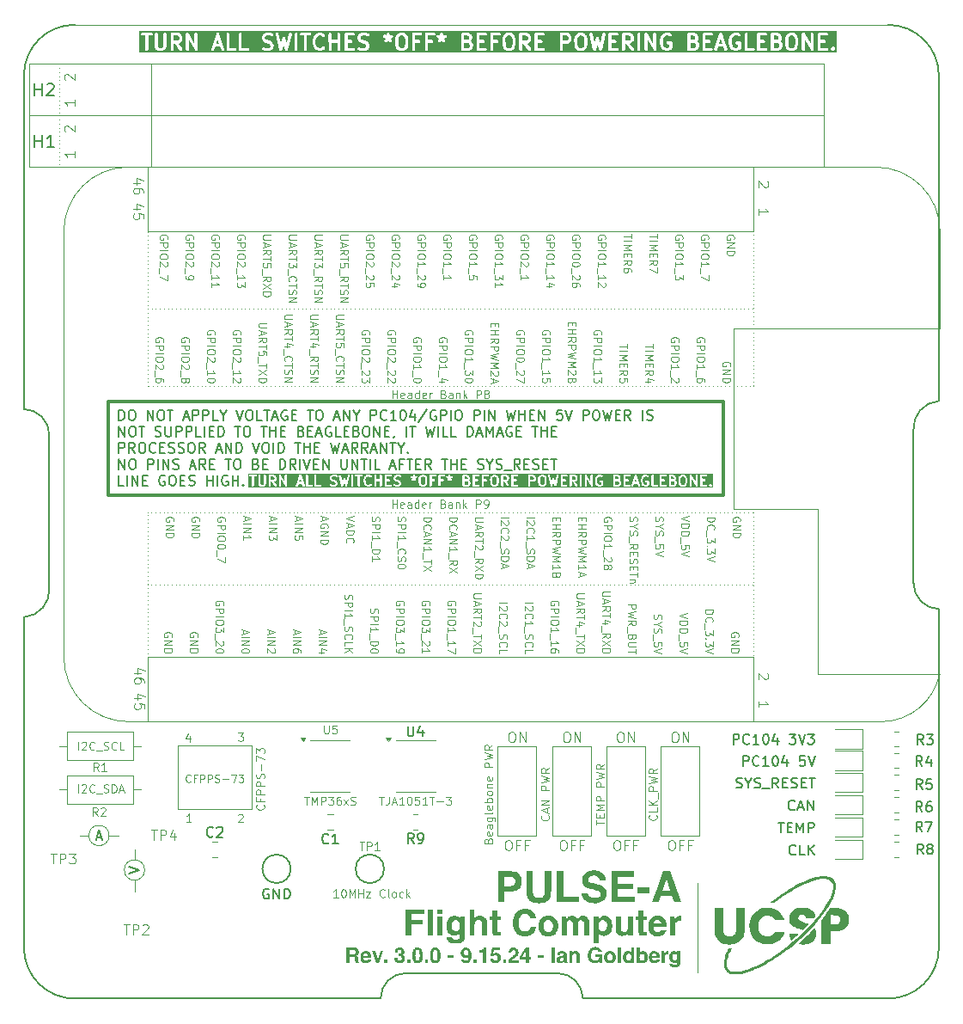
<source format=gbr>
%TF.GenerationSoftware,KiCad,Pcbnew,8.0.2-1*%
%TF.CreationDate,2024-09-16T16:57:07-05:00*%
%TF.ProjectId,BeagleBonePC104,42656167-6c65-4426-9f6e-655043313034,rev?*%
%TF.SameCoordinates,Original*%
%TF.FileFunction,Legend,Top*%
%TF.FilePolarity,Positive*%
%FSLAX46Y46*%
G04 Gerber Fmt 4.6, Leading zero omitted, Abs format (unit mm)*
G04 Created by KiCad (PCBNEW 8.0.2-1) date 2024-09-16 16:57:07*
%MOMM*%
%LPD*%
G01*
G04 APERTURE LIST*
%ADD10C,0.100000*%
%ADD11C,0.050000*%
%ADD12C,0.300000*%
%ADD13C,0.200000*%
%ADD14C,0.150000*%
%ADD15C,0.508000*%
%ADD16C,0.120000*%
%ADD17C,0.000000*%
G04 APERTURE END LIST*
D10*
X146400000Y-158615633D02*
X146400000Y-167425943D01*
X86400000Y-153920000D02*
X85500000Y-153920000D01*
X90900000Y-156320000D02*
X90900000Y-155320000D01*
D11*
X91900000Y-157320000D02*
G75*
G02*
X89900000Y-157320000I-1000000J0D01*
G01*
X89900000Y-157320000D02*
G75*
G02*
X91900000Y-157320000I1000000J0D01*
G01*
D10*
X88400000Y-153920000D02*
X89300000Y-153920000D01*
X90900000Y-158320000D02*
X90900000Y-159420000D01*
D12*
X88300000Y-111200000D02*
X148900000Y-111200000D01*
X148900000Y-120400000D01*
X88300000Y-120400000D01*
X88300000Y-111200000D01*
D11*
X88400000Y-153920000D02*
G75*
G02*
X86400000Y-153920000I-1000000J0D01*
G01*
X86400000Y-153920000D02*
G75*
G02*
X88400000Y-153920000I1000000J0D01*
G01*
D13*
X150877945Y-147067219D02*
X150877945Y-146067219D01*
X150877945Y-146067219D02*
X151258897Y-146067219D01*
X151258897Y-146067219D02*
X151354135Y-146114838D01*
X151354135Y-146114838D02*
X151401754Y-146162457D01*
X151401754Y-146162457D02*
X151449373Y-146257695D01*
X151449373Y-146257695D02*
X151449373Y-146400552D01*
X151449373Y-146400552D02*
X151401754Y-146495790D01*
X151401754Y-146495790D02*
X151354135Y-146543409D01*
X151354135Y-146543409D02*
X151258897Y-146591028D01*
X151258897Y-146591028D02*
X150877945Y-146591028D01*
X152449373Y-146971980D02*
X152401754Y-147019600D01*
X152401754Y-147019600D02*
X152258897Y-147067219D01*
X152258897Y-147067219D02*
X152163659Y-147067219D01*
X152163659Y-147067219D02*
X152020802Y-147019600D01*
X152020802Y-147019600D02*
X151925564Y-146924361D01*
X151925564Y-146924361D02*
X151877945Y-146829123D01*
X151877945Y-146829123D02*
X151830326Y-146638647D01*
X151830326Y-146638647D02*
X151830326Y-146495790D01*
X151830326Y-146495790D02*
X151877945Y-146305314D01*
X151877945Y-146305314D02*
X151925564Y-146210076D01*
X151925564Y-146210076D02*
X152020802Y-146114838D01*
X152020802Y-146114838D02*
X152163659Y-146067219D01*
X152163659Y-146067219D02*
X152258897Y-146067219D01*
X152258897Y-146067219D02*
X152401754Y-146114838D01*
X152401754Y-146114838D02*
X152449373Y-146162457D01*
X153401754Y-147067219D02*
X152830326Y-147067219D01*
X153116040Y-147067219D02*
X153116040Y-146067219D01*
X153116040Y-146067219D02*
X153020802Y-146210076D01*
X153020802Y-146210076D02*
X152925564Y-146305314D01*
X152925564Y-146305314D02*
X152830326Y-146352933D01*
X154020802Y-146067219D02*
X154116040Y-146067219D01*
X154116040Y-146067219D02*
X154211278Y-146114838D01*
X154211278Y-146114838D02*
X154258897Y-146162457D01*
X154258897Y-146162457D02*
X154306516Y-146257695D01*
X154306516Y-146257695D02*
X154354135Y-146448171D01*
X154354135Y-146448171D02*
X154354135Y-146686266D01*
X154354135Y-146686266D02*
X154306516Y-146876742D01*
X154306516Y-146876742D02*
X154258897Y-146971980D01*
X154258897Y-146971980D02*
X154211278Y-147019600D01*
X154211278Y-147019600D02*
X154116040Y-147067219D01*
X154116040Y-147067219D02*
X154020802Y-147067219D01*
X154020802Y-147067219D02*
X153925564Y-147019600D01*
X153925564Y-147019600D02*
X153877945Y-146971980D01*
X153877945Y-146971980D02*
X153830326Y-146876742D01*
X153830326Y-146876742D02*
X153782707Y-146686266D01*
X153782707Y-146686266D02*
X153782707Y-146448171D01*
X153782707Y-146448171D02*
X153830326Y-146257695D01*
X153830326Y-146257695D02*
X153877945Y-146162457D01*
X153877945Y-146162457D02*
X153925564Y-146114838D01*
X153925564Y-146114838D02*
X154020802Y-146067219D01*
X155211278Y-146400552D02*
X155211278Y-147067219D01*
X154973183Y-146019600D02*
X154735088Y-146733885D01*
X154735088Y-146733885D02*
X155354135Y-146733885D01*
X156973183Y-146067219D02*
X156496993Y-146067219D01*
X156496993Y-146067219D02*
X156449374Y-146543409D01*
X156449374Y-146543409D02*
X156496993Y-146495790D01*
X156496993Y-146495790D02*
X156592231Y-146448171D01*
X156592231Y-146448171D02*
X156830326Y-146448171D01*
X156830326Y-146448171D02*
X156925564Y-146495790D01*
X156925564Y-146495790D02*
X156973183Y-146543409D01*
X156973183Y-146543409D02*
X157020802Y-146638647D01*
X157020802Y-146638647D02*
X157020802Y-146876742D01*
X157020802Y-146876742D02*
X156973183Y-146971980D01*
X156973183Y-146971980D02*
X156925564Y-147019600D01*
X156925564Y-147019600D02*
X156830326Y-147067219D01*
X156830326Y-147067219D02*
X156592231Y-147067219D01*
X156592231Y-147067219D02*
X156496993Y-147019600D01*
X156496993Y-147019600D02*
X156449374Y-146971980D01*
X157306517Y-146067219D02*
X157639850Y-147067219D01*
X157639850Y-147067219D02*
X157973183Y-146067219D01*
X150211278Y-149183600D02*
X150354135Y-149231219D01*
X150354135Y-149231219D02*
X150592230Y-149231219D01*
X150592230Y-149231219D02*
X150687468Y-149183600D01*
X150687468Y-149183600D02*
X150735087Y-149135980D01*
X150735087Y-149135980D02*
X150782706Y-149040742D01*
X150782706Y-149040742D02*
X150782706Y-148945504D01*
X150782706Y-148945504D02*
X150735087Y-148850266D01*
X150735087Y-148850266D02*
X150687468Y-148802647D01*
X150687468Y-148802647D02*
X150592230Y-148755028D01*
X150592230Y-148755028D02*
X150401754Y-148707409D01*
X150401754Y-148707409D02*
X150306516Y-148659790D01*
X150306516Y-148659790D02*
X150258897Y-148612171D01*
X150258897Y-148612171D02*
X150211278Y-148516933D01*
X150211278Y-148516933D02*
X150211278Y-148421695D01*
X150211278Y-148421695D02*
X150258897Y-148326457D01*
X150258897Y-148326457D02*
X150306516Y-148278838D01*
X150306516Y-148278838D02*
X150401754Y-148231219D01*
X150401754Y-148231219D02*
X150639849Y-148231219D01*
X150639849Y-148231219D02*
X150782706Y-148278838D01*
X151401754Y-148755028D02*
X151401754Y-149231219D01*
X151068421Y-148231219D02*
X151401754Y-148755028D01*
X151401754Y-148755028D02*
X151735087Y-148231219D01*
X152020802Y-149183600D02*
X152163659Y-149231219D01*
X152163659Y-149231219D02*
X152401754Y-149231219D01*
X152401754Y-149231219D02*
X152496992Y-149183600D01*
X152496992Y-149183600D02*
X152544611Y-149135980D01*
X152544611Y-149135980D02*
X152592230Y-149040742D01*
X152592230Y-149040742D02*
X152592230Y-148945504D01*
X152592230Y-148945504D02*
X152544611Y-148850266D01*
X152544611Y-148850266D02*
X152496992Y-148802647D01*
X152496992Y-148802647D02*
X152401754Y-148755028D01*
X152401754Y-148755028D02*
X152211278Y-148707409D01*
X152211278Y-148707409D02*
X152116040Y-148659790D01*
X152116040Y-148659790D02*
X152068421Y-148612171D01*
X152068421Y-148612171D02*
X152020802Y-148516933D01*
X152020802Y-148516933D02*
X152020802Y-148421695D01*
X152020802Y-148421695D02*
X152068421Y-148326457D01*
X152068421Y-148326457D02*
X152116040Y-148278838D01*
X152116040Y-148278838D02*
X152211278Y-148231219D01*
X152211278Y-148231219D02*
X152449373Y-148231219D01*
X152449373Y-148231219D02*
X152592230Y-148278838D01*
X152782707Y-149326457D02*
X153544611Y-149326457D01*
X154354135Y-149231219D02*
X154020802Y-148755028D01*
X153782707Y-149231219D02*
X153782707Y-148231219D01*
X153782707Y-148231219D02*
X154163659Y-148231219D01*
X154163659Y-148231219D02*
X154258897Y-148278838D01*
X154258897Y-148278838D02*
X154306516Y-148326457D01*
X154306516Y-148326457D02*
X154354135Y-148421695D01*
X154354135Y-148421695D02*
X154354135Y-148564552D01*
X154354135Y-148564552D02*
X154306516Y-148659790D01*
X154306516Y-148659790D02*
X154258897Y-148707409D01*
X154258897Y-148707409D02*
X154163659Y-148755028D01*
X154163659Y-148755028D02*
X153782707Y-148755028D01*
X154782707Y-148707409D02*
X155116040Y-148707409D01*
X155258897Y-149231219D02*
X154782707Y-149231219D01*
X154782707Y-149231219D02*
X154782707Y-148231219D01*
X154782707Y-148231219D02*
X155258897Y-148231219D01*
X155639850Y-149183600D02*
X155782707Y-149231219D01*
X155782707Y-149231219D02*
X156020802Y-149231219D01*
X156020802Y-149231219D02*
X156116040Y-149183600D01*
X156116040Y-149183600D02*
X156163659Y-149135980D01*
X156163659Y-149135980D02*
X156211278Y-149040742D01*
X156211278Y-149040742D02*
X156211278Y-148945504D01*
X156211278Y-148945504D02*
X156163659Y-148850266D01*
X156163659Y-148850266D02*
X156116040Y-148802647D01*
X156116040Y-148802647D02*
X156020802Y-148755028D01*
X156020802Y-148755028D02*
X155830326Y-148707409D01*
X155830326Y-148707409D02*
X155735088Y-148659790D01*
X155735088Y-148659790D02*
X155687469Y-148612171D01*
X155687469Y-148612171D02*
X155639850Y-148516933D01*
X155639850Y-148516933D02*
X155639850Y-148421695D01*
X155639850Y-148421695D02*
X155687469Y-148326457D01*
X155687469Y-148326457D02*
X155735088Y-148278838D01*
X155735088Y-148278838D02*
X155830326Y-148231219D01*
X155830326Y-148231219D02*
X156068421Y-148231219D01*
X156068421Y-148231219D02*
X156211278Y-148278838D01*
X156639850Y-148707409D02*
X156973183Y-148707409D01*
X157116040Y-149231219D02*
X156639850Y-149231219D01*
X156639850Y-149231219D02*
X156639850Y-148231219D01*
X156639850Y-148231219D02*
X157116040Y-148231219D01*
X157401755Y-148231219D02*
X157973183Y-148231219D01*
X157687469Y-149231219D02*
X157687469Y-148231219D01*
X154354136Y-152631219D02*
X154925564Y-152631219D01*
X154639850Y-153631219D02*
X154639850Y-152631219D01*
X155258898Y-153107409D02*
X155592231Y-153107409D01*
X155735088Y-153631219D02*
X155258898Y-153631219D01*
X155258898Y-153631219D02*
X155258898Y-152631219D01*
X155258898Y-152631219D02*
X155735088Y-152631219D01*
X156163660Y-153631219D02*
X156163660Y-152631219D01*
X156163660Y-152631219D02*
X156496993Y-153345504D01*
X156496993Y-153345504D02*
X156830326Y-152631219D01*
X156830326Y-152631219D02*
X156830326Y-153631219D01*
X157306517Y-153631219D02*
X157306517Y-152631219D01*
X157306517Y-152631219D02*
X157687469Y-152631219D01*
X157687469Y-152631219D02*
X157782707Y-152678838D01*
X157782707Y-152678838D02*
X157830326Y-152726457D01*
X157830326Y-152726457D02*
X157877945Y-152821695D01*
X157877945Y-152821695D02*
X157877945Y-152964552D01*
X157877945Y-152964552D02*
X157830326Y-153059790D01*
X157830326Y-153059790D02*
X157782707Y-153107409D01*
X157782707Y-153107409D02*
X157687469Y-153155028D01*
X157687469Y-153155028D02*
X157306517Y-153155028D01*
X89369673Y-113017499D02*
X89369673Y-112017499D01*
X89369673Y-112017499D02*
X89607768Y-112017499D01*
X89607768Y-112017499D02*
X89750625Y-112065118D01*
X89750625Y-112065118D02*
X89845863Y-112160356D01*
X89845863Y-112160356D02*
X89893482Y-112255594D01*
X89893482Y-112255594D02*
X89941101Y-112446070D01*
X89941101Y-112446070D02*
X89941101Y-112588927D01*
X89941101Y-112588927D02*
X89893482Y-112779403D01*
X89893482Y-112779403D02*
X89845863Y-112874641D01*
X89845863Y-112874641D02*
X89750625Y-112969880D01*
X89750625Y-112969880D02*
X89607768Y-113017499D01*
X89607768Y-113017499D02*
X89369673Y-113017499D01*
X90560149Y-112017499D02*
X90750625Y-112017499D01*
X90750625Y-112017499D02*
X90845863Y-112065118D01*
X90845863Y-112065118D02*
X90941101Y-112160356D01*
X90941101Y-112160356D02*
X90988720Y-112350832D01*
X90988720Y-112350832D02*
X90988720Y-112684165D01*
X90988720Y-112684165D02*
X90941101Y-112874641D01*
X90941101Y-112874641D02*
X90845863Y-112969880D01*
X90845863Y-112969880D02*
X90750625Y-113017499D01*
X90750625Y-113017499D02*
X90560149Y-113017499D01*
X90560149Y-113017499D02*
X90464911Y-112969880D01*
X90464911Y-112969880D02*
X90369673Y-112874641D01*
X90369673Y-112874641D02*
X90322054Y-112684165D01*
X90322054Y-112684165D02*
X90322054Y-112350832D01*
X90322054Y-112350832D02*
X90369673Y-112160356D01*
X90369673Y-112160356D02*
X90464911Y-112065118D01*
X90464911Y-112065118D02*
X90560149Y-112017499D01*
X92179197Y-113017499D02*
X92179197Y-112017499D01*
X92179197Y-112017499D02*
X92750625Y-113017499D01*
X92750625Y-113017499D02*
X92750625Y-112017499D01*
X93417292Y-112017499D02*
X93607768Y-112017499D01*
X93607768Y-112017499D02*
X93703006Y-112065118D01*
X93703006Y-112065118D02*
X93798244Y-112160356D01*
X93798244Y-112160356D02*
X93845863Y-112350832D01*
X93845863Y-112350832D02*
X93845863Y-112684165D01*
X93845863Y-112684165D02*
X93798244Y-112874641D01*
X93798244Y-112874641D02*
X93703006Y-112969880D01*
X93703006Y-112969880D02*
X93607768Y-113017499D01*
X93607768Y-113017499D02*
X93417292Y-113017499D01*
X93417292Y-113017499D02*
X93322054Y-112969880D01*
X93322054Y-112969880D02*
X93226816Y-112874641D01*
X93226816Y-112874641D02*
X93179197Y-112684165D01*
X93179197Y-112684165D02*
X93179197Y-112350832D01*
X93179197Y-112350832D02*
X93226816Y-112160356D01*
X93226816Y-112160356D02*
X93322054Y-112065118D01*
X93322054Y-112065118D02*
X93417292Y-112017499D01*
X94131578Y-112017499D02*
X94703006Y-112017499D01*
X94417292Y-113017499D02*
X94417292Y-112017499D01*
X95750626Y-112731784D02*
X96226816Y-112731784D01*
X95655388Y-113017499D02*
X95988721Y-112017499D01*
X95988721Y-112017499D02*
X96322054Y-113017499D01*
X96655388Y-113017499D02*
X96655388Y-112017499D01*
X96655388Y-112017499D02*
X97036340Y-112017499D01*
X97036340Y-112017499D02*
X97131578Y-112065118D01*
X97131578Y-112065118D02*
X97179197Y-112112737D01*
X97179197Y-112112737D02*
X97226816Y-112207975D01*
X97226816Y-112207975D02*
X97226816Y-112350832D01*
X97226816Y-112350832D02*
X97179197Y-112446070D01*
X97179197Y-112446070D02*
X97131578Y-112493689D01*
X97131578Y-112493689D02*
X97036340Y-112541308D01*
X97036340Y-112541308D02*
X96655388Y-112541308D01*
X97655388Y-113017499D02*
X97655388Y-112017499D01*
X97655388Y-112017499D02*
X98036340Y-112017499D01*
X98036340Y-112017499D02*
X98131578Y-112065118D01*
X98131578Y-112065118D02*
X98179197Y-112112737D01*
X98179197Y-112112737D02*
X98226816Y-112207975D01*
X98226816Y-112207975D02*
X98226816Y-112350832D01*
X98226816Y-112350832D02*
X98179197Y-112446070D01*
X98179197Y-112446070D02*
X98131578Y-112493689D01*
X98131578Y-112493689D02*
X98036340Y-112541308D01*
X98036340Y-112541308D02*
X97655388Y-112541308D01*
X99131578Y-113017499D02*
X98655388Y-113017499D01*
X98655388Y-113017499D02*
X98655388Y-112017499D01*
X99655388Y-112541308D02*
X99655388Y-113017499D01*
X99322055Y-112017499D02*
X99655388Y-112541308D01*
X99655388Y-112541308D02*
X99988721Y-112017499D01*
X100941103Y-112017499D02*
X101274436Y-113017499D01*
X101274436Y-113017499D02*
X101607769Y-112017499D01*
X102131579Y-112017499D02*
X102322055Y-112017499D01*
X102322055Y-112017499D02*
X102417293Y-112065118D01*
X102417293Y-112065118D02*
X102512531Y-112160356D01*
X102512531Y-112160356D02*
X102560150Y-112350832D01*
X102560150Y-112350832D02*
X102560150Y-112684165D01*
X102560150Y-112684165D02*
X102512531Y-112874641D01*
X102512531Y-112874641D02*
X102417293Y-112969880D01*
X102417293Y-112969880D02*
X102322055Y-113017499D01*
X102322055Y-113017499D02*
X102131579Y-113017499D01*
X102131579Y-113017499D02*
X102036341Y-112969880D01*
X102036341Y-112969880D02*
X101941103Y-112874641D01*
X101941103Y-112874641D02*
X101893484Y-112684165D01*
X101893484Y-112684165D02*
X101893484Y-112350832D01*
X101893484Y-112350832D02*
X101941103Y-112160356D01*
X101941103Y-112160356D02*
X102036341Y-112065118D01*
X102036341Y-112065118D02*
X102131579Y-112017499D01*
X103464912Y-113017499D02*
X102988722Y-113017499D01*
X102988722Y-113017499D02*
X102988722Y-112017499D01*
X103655389Y-112017499D02*
X104226817Y-112017499D01*
X103941103Y-113017499D02*
X103941103Y-112017499D01*
X104512532Y-112731784D02*
X104988722Y-112731784D01*
X104417294Y-113017499D02*
X104750627Y-112017499D01*
X104750627Y-112017499D02*
X105083960Y-113017499D01*
X105941103Y-112065118D02*
X105845865Y-112017499D01*
X105845865Y-112017499D02*
X105703008Y-112017499D01*
X105703008Y-112017499D02*
X105560151Y-112065118D01*
X105560151Y-112065118D02*
X105464913Y-112160356D01*
X105464913Y-112160356D02*
X105417294Y-112255594D01*
X105417294Y-112255594D02*
X105369675Y-112446070D01*
X105369675Y-112446070D02*
X105369675Y-112588927D01*
X105369675Y-112588927D02*
X105417294Y-112779403D01*
X105417294Y-112779403D02*
X105464913Y-112874641D01*
X105464913Y-112874641D02*
X105560151Y-112969880D01*
X105560151Y-112969880D02*
X105703008Y-113017499D01*
X105703008Y-113017499D02*
X105798246Y-113017499D01*
X105798246Y-113017499D02*
X105941103Y-112969880D01*
X105941103Y-112969880D02*
X105988722Y-112922260D01*
X105988722Y-112922260D02*
X105988722Y-112588927D01*
X105988722Y-112588927D02*
X105798246Y-112588927D01*
X106417294Y-112493689D02*
X106750627Y-112493689D01*
X106893484Y-113017499D02*
X106417294Y-113017499D01*
X106417294Y-113017499D02*
X106417294Y-112017499D01*
X106417294Y-112017499D02*
X106893484Y-112017499D01*
X107941104Y-112017499D02*
X108512532Y-112017499D01*
X108226818Y-113017499D02*
X108226818Y-112017499D01*
X109036342Y-112017499D02*
X109226818Y-112017499D01*
X109226818Y-112017499D02*
X109322056Y-112065118D01*
X109322056Y-112065118D02*
X109417294Y-112160356D01*
X109417294Y-112160356D02*
X109464913Y-112350832D01*
X109464913Y-112350832D02*
X109464913Y-112684165D01*
X109464913Y-112684165D02*
X109417294Y-112874641D01*
X109417294Y-112874641D02*
X109322056Y-112969880D01*
X109322056Y-112969880D02*
X109226818Y-113017499D01*
X109226818Y-113017499D02*
X109036342Y-113017499D01*
X109036342Y-113017499D02*
X108941104Y-112969880D01*
X108941104Y-112969880D02*
X108845866Y-112874641D01*
X108845866Y-112874641D02*
X108798247Y-112684165D01*
X108798247Y-112684165D02*
X108798247Y-112350832D01*
X108798247Y-112350832D02*
X108845866Y-112160356D01*
X108845866Y-112160356D02*
X108941104Y-112065118D01*
X108941104Y-112065118D02*
X109036342Y-112017499D01*
X110607771Y-112731784D02*
X111083961Y-112731784D01*
X110512533Y-113017499D02*
X110845866Y-112017499D01*
X110845866Y-112017499D02*
X111179199Y-113017499D01*
X111512533Y-113017499D02*
X111512533Y-112017499D01*
X111512533Y-112017499D02*
X112083961Y-113017499D01*
X112083961Y-113017499D02*
X112083961Y-112017499D01*
X112750628Y-112541308D02*
X112750628Y-113017499D01*
X112417295Y-112017499D02*
X112750628Y-112541308D01*
X112750628Y-112541308D02*
X113083961Y-112017499D01*
X114179200Y-113017499D02*
X114179200Y-112017499D01*
X114179200Y-112017499D02*
X114560152Y-112017499D01*
X114560152Y-112017499D02*
X114655390Y-112065118D01*
X114655390Y-112065118D02*
X114703009Y-112112737D01*
X114703009Y-112112737D02*
X114750628Y-112207975D01*
X114750628Y-112207975D02*
X114750628Y-112350832D01*
X114750628Y-112350832D02*
X114703009Y-112446070D01*
X114703009Y-112446070D02*
X114655390Y-112493689D01*
X114655390Y-112493689D02*
X114560152Y-112541308D01*
X114560152Y-112541308D02*
X114179200Y-112541308D01*
X115750628Y-112922260D02*
X115703009Y-112969880D01*
X115703009Y-112969880D02*
X115560152Y-113017499D01*
X115560152Y-113017499D02*
X115464914Y-113017499D01*
X115464914Y-113017499D02*
X115322057Y-112969880D01*
X115322057Y-112969880D02*
X115226819Y-112874641D01*
X115226819Y-112874641D02*
X115179200Y-112779403D01*
X115179200Y-112779403D02*
X115131581Y-112588927D01*
X115131581Y-112588927D02*
X115131581Y-112446070D01*
X115131581Y-112446070D02*
X115179200Y-112255594D01*
X115179200Y-112255594D02*
X115226819Y-112160356D01*
X115226819Y-112160356D02*
X115322057Y-112065118D01*
X115322057Y-112065118D02*
X115464914Y-112017499D01*
X115464914Y-112017499D02*
X115560152Y-112017499D01*
X115560152Y-112017499D02*
X115703009Y-112065118D01*
X115703009Y-112065118D02*
X115750628Y-112112737D01*
X116703009Y-113017499D02*
X116131581Y-113017499D01*
X116417295Y-113017499D02*
X116417295Y-112017499D01*
X116417295Y-112017499D02*
X116322057Y-112160356D01*
X116322057Y-112160356D02*
X116226819Y-112255594D01*
X116226819Y-112255594D02*
X116131581Y-112303213D01*
X117322057Y-112017499D02*
X117417295Y-112017499D01*
X117417295Y-112017499D02*
X117512533Y-112065118D01*
X117512533Y-112065118D02*
X117560152Y-112112737D01*
X117560152Y-112112737D02*
X117607771Y-112207975D01*
X117607771Y-112207975D02*
X117655390Y-112398451D01*
X117655390Y-112398451D02*
X117655390Y-112636546D01*
X117655390Y-112636546D02*
X117607771Y-112827022D01*
X117607771Y-112827022D02*
X117560152Y-112922260D01*
X117560152Y-112922260D02*
X117512533Y-112969880D01*
X117512533Y-112969880D02*
X117417295Y-113017499D01*
X117417295Y-113017499D02*
X117322057Y-113017499D01*
X117322057Y-113017499D02*
X117226819Y-112969880D01*
X117226819Y-112969880D02*
X117179200Y-112922260D01*
X117179200Y-112922260D02*
X117131581Y-112827022D01*
X117131581Y-112827022D02*
X117083962Y-112636546D01*
X117083962Y-112636546D02*
X117083962Y-112398451D01*
X117083962Y-112398451D02*
X117131581Y-112207975D01*
X117131581Y-112207975D02*
X117179200Y-112112737D01*
X117179200Y-112112737D02*
X117226819Y-112065118D01*
X117226819Y-112065118D02*
X117322057Y-112017499D01*
X118512533Y-112350832D02*
X118512533Y-113017499D01*
X118274438Y-111969880D02*
X118036343Y-112684165D01*
X118036343Y-112684165D02*
X118655390Y-112684165D01*
X119750628Y-111969880D02*
X118893486Y-113255594D01*
X120607771Y-112065118D02*
X120512533Y-112017499D01*
X120512533Y-112017499D02*
X120369676Y-112017499D01*
X120369676Y-112017499D02*
X120226819Y-112065118D01*
X120226819Y-112065118D02*
X120131581Y-112160356D01*
X120131581Y-112160356D02*
X120083962Y-112255594D01*
X120083962Y-112255594D02*
X120036343Y-112446070D01*
X120036343Y-112446070D02*
X120036343Y-112588927D01*
X120036343Y-112588927D02*
X120083962Y-112779403D01*
X120083962Y-112779403D02*
X120131581Y-112874641D01*
X120131581Y-112874641D02*
X120226819Y-112969880D01*
X120226819Y-112969880D02*
X120369676Y-113017499D01*
X120369676Y-113017499D02*
X120464914Y-113017499D01*
X120464914Y-113017499D02*
X120607771Y-112969880D01*
X120607771Y-112969880D02*
X120655390Y-112922260D01*
X120655390Y-112922260D02*
X120655390Y-112588927D01*
X120655390Y-112588927D02*
X120464914Y-112588927D01*
X121083962Y-113017499D02*
X121083962Y-112017499D01*
X121083962Y-112017499D02*
X121464914Y-112017499D01*
X121464914Y-112017499D02*
X121560152Y-112065118D01*
X121560152Y-112065118D02*
X121607771Y-112112737D01*
X121607771Y-112112737D02*
X121655390Y-112207975D01*
X121655390Y-112207975D02*
X121655390Y-112350832D01*
X121655390Y-112350832D02*
X121607771Y-112446070D01*
X121607771Y-112446070D02*
X121560152Y-112493689D01*
X121560152Y-112493689D02*
X121464914Y-112541308D01*
X121464914Y-112541308D02*
X121083962Y-112541308D01*
X122083962Y-113017499D02*
X122083962Y-112017499D01*
X122750628Y-112017499D02*
X122941104Y-112017499D01*
X122941104Y-112017499D02*
X123036342Y-112065118D01*
X123036342Y-112065118D02*
X123131580Y-112160356D01*
X123131580Y-112160356D02*
X123179199Y-112350832D01*
X123179199Y-112350832D02*
X123179199Y-112684165D01*
X123179199Y-112684165D02*
X123131580Y-112874641D01*
X123131580Y-112874641D02*
X123036342Y-112969880D01*
X123036342Y-112969880D02*
X122941104Y-113017499D01*
X122941104Y-113017499D02*
X122750628Y-113017499D01*
X122750628Y-113017499D02*
X122655390Y-112969880D01*
X122655390Y-112969880D02*
X122560152Y-112874641D01*
X122560152Y-112874641D02*
X122512533Y-112684165D01*
X122512533Y-112684165D02*
X122512533Y-112350832D01*
X122512533Y-112350832D02*
X122560152Y-112160356D01*
X122560152Y-112160356D02*
X122655390Y-112065118D01*
X122655390Y-112065118D02*
X122750628Y-112017499D01*
X124369676Y-113017499D02*
X124369676Y-112017499D01*
X124369676Y-112017499D02*
X124750628Y-112017499D01*
X124750628Y-112017499D02*
X124845866Y-112065118D01*
X124845866Y-112065118D02*
X124893485Y-112112737D01*
X124893485Y-112112737D02*
X124941104Y-112207975D01*
X124941104Y-112207975D02*
X124941104Y-112350832D01*
X124941104Y-112350832D02*
X124893485Y-112446070D01*
X124893485Y-112446070D02*
X124845866Y-112493689D01*
X124845866Y-112493689D02*
X124750628Y-112541308D01*
X124750628Y-112541308D02*
X124369676Y-112541308D01*
X125369676Y-113017499D02*
X125369676Y-112017499D01*
X125845866Y-113017499D02*
X125845866Y-112017499D01*
X125845866Y-112017499D02*
X126417294Y-113017499D01*
X126417294Y-113017499D02*
X126417294Y-112017499D01*
X127560152Y-112017499D02*
X127798247Y-113017499D01*
X127798247Y-113017499D02*
X127988723Y-112303213D01*
X127988723Y-112303213D02*
X128179199Y-113017499D01*
X128179199Y-113017499D02*
X128417295Y-112017499D01*
X128798247Y-113017499D02*
X128798247Y-112017499D01*
X128798247Y-112493689D02*
X129369675Y-112493689D01*
X129369675Y-113017499D02*
X129369675Y-112017499D01*
X129845866Y-112493689D02*
X130179199Y-112493689D01*
X130322056Y-113017499D02*
X129845866Y-113017499D01*
X129845866Y-113017499D02*
X129845866Y-112017499D01*
X129845866Y-112017499D02*
X130322056Y-112017499D01*
X130750628Y-113017499D02*
X130750628Y-112017499D01*
X130750628Y-112017499D02*
X131322056Y-113017499D01*
X131322056Y-113017499D02*
X131322056Y-112017499D01*
X133036342Y-112017499D02*
X132560152Y-112017499D01*
X132560152Y-112017499D02*
X132512533Y-112493689D01*
X132512533Y-112493689D02*
X132560152Y-112446070D01*
X132560152Y-112446070D02*
X132655390Y-112398451D01*
X132655390Y-112398451D02*
X132893485Y-112398451D01*
X132893485Y-112398451D02*
X132988723Y-112446070D01*
X132988723Y-112446070D02*
X133036342Y-112493689D01*
X133036342Y-112493689D02*
X133083961Y-112588927D01*
X133083961Y-112588927D02*
X133083961Y-112827022D01*
X133083961Y-112827022D02*
X133036342Y-112922260D01*
X133036342Y-112922260D02*
X132988723Y-112969880D01*
X132988723Y-112969880D02*
X132893485Y-113017499D01*
X132893485Y-113017499D02*
X132655390Y-113017499D01*
X132655390Y-113017499D02*
X132560152Y-112969880D01*
X132560152Y-112969880D02*
X132512533Y-112922260D01*
X133369676Y-112017499D02*
X133703009Y-113017499D01*
X133703009Y-113017499D02*
X134036342Y-112017499D01*
X135131581Y-113017499D02*
X135131581Y-112017499D01*
X135131581Y-112017499D02*
X135512533Y-112017499D01*
X135512533Y-112017499D02*
X135607771Y-112065118D01*
X135607771Y-112065118D02*
X135655390Y-112112737D01*
X135655390Y-112112737D02*
X135703009Y-112207975D01*
X135703009Y-112207975D02*
X135703009Y-112350832D01*
X135703009Y-112350832D02*
X135655390Y-112446070D01*
X135655390Y-112446070D02*
X135607771Y-112493689D01*
X135607771Y-112493689D02*
X135512533Y-112541308D01*
X135512533Y-112541308D02*
X135131581Y-112541308D01*
X136322057Y-112017499D02*
X136512533Y-112017499D01*
X136512533Y-112017499D02*
X136607771Y-112065118D01*
X136607771Y-112065118D02*
X136703009Y-112160356D01*
X136703009Y-112160356D02*
X136750628Y-112350832D01*
X136750628Y-112350832D02*
X136750628Y-112684165D01*
X136750628Y-112684165D02*
X136703009Y-112874641D01*
X136703009Y-112874641D02*
X136607771Y-112969880D01*
X136607771Y-112969880D02*
X136512533Y-113017499D01*
X136512533Y-113017499D02*
X136322057Y-113017499D01*
X136322057Y-113017499D02*
X136226819Y-112969880D01*
X136226819Y-112969880D02*
X136131581Y-112874641D01*
X136131581Y-112874641D02*
X136083962Y-112684165D01*
X136083962Y-112684165D02*
X136083962Y-112350832D01*
X136083962Y-112350832D02*
X136131581Y-112160356D01*
X136131581Y-112160356D02*
X136226819Y-112065118D01*
X136226819Y-112065118D02*
X136322057Y-112017499D01*
X137083962Y-112017499D02*
X137322057Y-113017499D01*
X137322057Y-113017499D02*
X137512533Y-112303213D01*
X137512533Y-112303213D02*
X137703009Y-113017499D01*
X137703009Y-113017499D02*
X137941105Y-112017499D01*
X138322057Y-112493689D02*
X138655390Y-112493689D01*
X138798247Y-113017499D02*
X138322057Y-113017499D01*
X138322057Y-113017499D02*
X138322057Y-112017499D01*
X138322057Y-112017499D02*
X138798247Y-112017499D01*
X139798247Y-113017499D02*
X139464914Y-112541308D01*
X139226819Y-113017499D02*
X139226819Y-112017499D01*
X139226819Y-112017499D02*
X139607771Y-112017499D01*
X139607771Y-112017499D02*
X139703009Y-112065118D01*
X139703009Y-112065118D02*
X139750628Y-112112737D01*
X139750628Y-112112737D02*
X139798247Y-112207975D01*
X139798247Y-112207975D02*
X139798247Y-112350832D01*
X139798247Y-112350832D02*
X139750628Y-112446070D01*
X139750628Y-112446070D02*
X139703009Y-112493689D01*
X139703009Y-112493689D02*
X139607771Y-112541308D01*
X139607771Y-112541308D02*
X139226819Y-112541308D01*
X140988724Y-113017499D02*
X140988724Y-112017499D01*
X141417295Y-112969880D02*
X141560152Y-113017499D01*
X141560152Y-113017499D02*
X141798247Y-113017499D01*
X141798247Y-113017499D02*
X141893485Y-112969880D01*
X141893485Y-112969880D02*
X141941104Y-112922260D01*
X141941104Y-112922260D02*
X141988723Y-112827022D01*
X141988723Y-112827022D02*
X141988723Y-112731784D01*
X141988723Y-112731784D02*
X141941104Y-112636546D01*
X141941104Y-112636546D02*
X141893485Y-112588927D01*
X141893485Y-112588927D02*
X141798247Y-112541308D01*
X141798247Y-112541308D02*
X141607771Y-112493689D01*
X141607771Y-112493689D02*
X141512533Y-112446070D01*
X141512533Y-112446070D02*
X141464914Y-112398451D01*
X141464914Y-112398451D02*
X141417295Y-112303213D01*
X141417295Y-112303213D02*
X141417295Y-112207975D01*
X141417295Y-112207975D02*
X141464914Y-112112737D01*
X141464914Y-112112737D02*
X141512533Y-112065118D01*
X141512533Y-112065118D02*
X141607771Y-112017499D01*
X141607771Y-112017499D02*
X141845866Y-112017499D01*
X141845866Y-112017499D02*
X141988723Y-112065118D01*
X89369673Y-114627443D02*
X89369673Y-113627443D01*
X89369673Y-113627443D02*
X89941101Y-114627443D01*
X89941101Y-114627443D02*
X89941101Y-113627443D01*
X90607768Y-113627443D02*
X90798244Y-113627443D01*
X90798244Y-113627443D02*
X90893482Y-113675062D01*
X90893482Y-113675062D02*
X90988720Y-113770300D01*
X90988720Y-113770300D02*
X91036339Y-113960776D01*
X91036339Y-113960776D02*
X91036339Y-114294109D01*
X91036339Y-114294109D02*
X90988720Y-114484585D01*
X90988720Y-114484585D02*
X90893482Y-114579824D01*
X90893482Y-114579824D02*
X90798244Y-114627443D01*
X90798244Y-114627443D02*
X90607768Y-114627443D01*
X90607768Y-114627443D02*
X90512530Y-114579824D01*
X90512530Y-114579824D02*
X90417292Y-114484585D01*
X90417292Y-114484585D02*
X90369673Y-114294109D01*
X90369673Y-114294109D02*
X90369673Y-113960776D01*
X90369673Y-113960776D02*
X90417292Y-113770300D01*
X90417292Y-113770300D02*
X90512530Y-113675062D01*
X90512530Y-113675062D02*
X90607768Y-113627443D01*
X91322054Y-113627443D02*
X91893482Y-113627443D01*
X91607768Y-114627443D02*
X91607768Y-113627443D01*
X92941102Y-114579824D02*
X93083959Y-114627443D01*
X93083959Y-114627443D02*
X93322054Y-114627443D01*
X93322054Y-114627443D02*
X93417292Y-114579824D01*
X93417292Y-114579824D02*
X93464911Y-114532204D01*
X93464911Y-114532204D02*
X93512530Y-114436966D01*
X93512530Y-114436966D02*
X93512530Y-114341728D01*
X93512530Y-114341728D02*
X93464911Y-114246490D01*
X93464911Y-114246490D02*
X93417292Y-114198871D01*
X93417292Y-114198871D02*
X93322054Y-114151252D01*
X93322054Y-114151252D02*
X93131578Y-114103633D01*
X93131578Y-114103633D02*
X93036340Y-114056014D01*
X93036340Y-114056014D02*
X92988721Y-114008395D01*
X92988721Y-114008395D02*
X92941102Y-113913157D01*
X92941102Y-113913157D02*
X92941102Y-113817919D01*
X92941102Y-113817919D02*
X92988721Y-113722681D01*
X92988721Y-113722681D02*
X93036340Y-113675062D01*
X93036340Y-113675062D02*
X93131578Y-113627443D01*
X93131578Y-113627443D02*
X93369673Y-113627443D01*
X93369673Y-113627443D02*
X93512530Y-113675062D01*
X93941102Y-113627443D02*
X93941102Y-114436966D01*
X93941102Y-114436966D02*
X93988721Y-114532204D01*
X93988721Y-114532204D02*
X94036340Y-114579824D01*
X94036340Y-114579824D02*
X94131578Y-114627443D01*
X94131578Y-114627443D02*
X94322054Y-114627443D01*
X94322054Y-114627443D02*
X94417292Y-114579824D01*
X94417292Y-114579824D02*
X94464911Y-114532204D01*
X94464911Y-114532204D02*
X94512530Y-114436966D01*
X94512530Y-114436966D02*
X94512530Y-113627443D01*
X94988721Y-114627443D02*
X94988721Y-113627443D01*
X94988721Y-113627443D02*
X95369673Y-113627443D01*
X95369673Y-113627443D02*
X95464911Y-113675062D01*
X95464911Y-113675062D02*
X95512530Y-113722681D01*
X95512530Y-113722681D02*
X95560149Y-113817919D01*
X95560149Y-113817919D02*
X95560149Y-113960776D01*
X95560149Y-113960776D02*
X95512530Y-114056014D01*
X95512530Y-114056014D02*
X95464911Y-114103633D01*
X95464911Y-114103633D02*
X95369673Y-114151252D01*
X95369673Y-114151252D02*
X94988721Y-114151252D01*
X95988721Y-114627443D02*
X95988721Y-113627443D01*
X95988721Y-113627443D02*
X96369673Y-113627443D01*
X96369673Y-113627443D02*
X96464911Y-113675062D01*
X96464911Y-113675062D02*
X96512530Y-113722681D01*
X96512530Y-113722681D02*
X96560149Y-113817919D01*
X96560149Y-113817919D02*
X96560149Y-113960776D01*
X96560149Y-113960776D02*
X96512530Y-114056014D01*
X96512530Y-114056014D02*
X96464911Y-114103633D01*
X96464911Y-114103633D02*
X96369673Y-114151252D01*
X96369673Y-114151252D02*
X95988721Y-114151252D01*
X97464911Y-114627443D02*
X96988721Y-114627443D01*
X96988721Y-114627443D02*
X96988721Y-113627443D01*
X97798245Y-114627443D02*
X97798245Y-113627443D01*
X98274435Y-114103633D02*
X98607768Y-114103633D01*
X98750625Y-114627443D02*
X98274435Y-114627443D01*
X98274435Y-114627443D02*
X98274435Y-113627443D01*
X98274435Y-113627443D02*
X98750625Y-113627443D01*
X99179197Y-114627443D02*
X99179197Y-113627443D01*
X99179197Y-113627443D02*
X99417292Y-113627443D01*
X99417292Y-113627443D02*
X99560149Y-113675062D01*
X99560149Y-113675062D02*
X99655387Y-113770300D01*
X99655387Y-113770300D02*
X99703006Y-113865538D01*
X99703006Y-113865538D02*
X99750625Y-114056014D01*
X99750625Y-114056014D02*
X99750625Y-114198871D01*
X99750625Y-114198871D02*
X99703006Y-114389347D01*
X99703006Y-114389347D02*
X99655387Y-114484585D01*
X99655387Y-114484585D02*
X99560149Y-114579824D01*
X99560149Y-114579824D02*
X99417292Y-114627443D01*
X99417292Y-114627443D02*
X99179197Y-114627443D01*
X100798245Y-113627443D02*
X101369673Y-113627443D01*
X101083959Y-114627443D02*
X101083959Y-113627443D01*
X101893483Y-113627443D02*
X102083959Y-113627443D01*
X102083959Y-113627443D02*
X102179197Y-113675062D01*
X102179197Y-113675062D02*
X102274435Y-113770300D01*
X102274435Y-113770300D02*
X102322054Y-113960776D01*
X102322054Y-113960776D02*
X102322054Y-114294109D01*
X102322054Y-114294109D02*
X102274435Y-114484585D01*
X102274435Y-114484585D02*
X102179197Y-114579824D01*
X102179197Y-114579824D02*
X102083959Y-114627443D01*
X102083959Y-114627443D02*
X101893483Y-114627443D01*
X101893483Y-114627443D02*
X101798245Y-114579824D01*
X101798245Y-114579824D02*
X101703007Y-114484585D01*
X101703007Y-114484585D02*
X101655388Y-114294109D01*
X101655388Y-114294109D02*
X101655388Y-113960776D01*
X101655388Y-113960776D02*
X101703007Y-113770300D01*
X101703007Y-113770300D02*
X101798245Y-113675062D01*
X101798245Y-113675062D02*
X101893483Y-113627443D01*
X103369674Y-113627443D02*
X103941102Y-113627443D01*
X103655388Y-114627443D02*
X103655388Y-113627443D01*
X104274436Y-114627443D02*
X104274436Y-113627443D01*
X104274436Y-114103633D02*
X104845864Y-114103633D01*
X104845864Y-114627443D02*
X104845864Y-113627443D01*
X105322055Y-114103633D02*
X105655388Y-114103633D01*
X105798245Y-114627443D02*
X105322055Y-114627443D01*
X105322055Y-114627443D02*
X105322055Y-113627443D01*
X105322055Y-113627443D02*
X105798245Y-113627443D01*
X107322055Y-114103633D02*
X107464912Y-114151252D01*
X107464912Y-114151252D02*
X107512531Y-114198871D01*
X107512531Y-114198871D02*
X107560150Y-114294109D01*
X107560150Y-114294109D02*
X107560150Y-114436966D01*
X107560150Y-114436966D02*
X107512531Y-114532204D01*
X107512531Y-114532204D02*
X107464912Y-114579824D01*
X107464912Y-114579824D02*
X107369674Y-114627443D01*
X107369674Y-114627443D02*
X106988722Y-114627443D01*
X106988722Y-114627443D02*
X106988722Y-113627443D01*
X106988722Y-113627443D02*
X107322055Y-113627443D01*
X107322055Y-113627443D02*
X107417293Y-113675062D01*
X107417293Y-113675062D02*
X107464912Y-113722681D01*
X107464912Y-113722681D02*
X107512531Y-113817919D01*
X107512531Y-113817919D02*
X107512531Y-113913157D01*
X107512531Y-113913157D02*
X107464912Y-114008395D01*
X107464912Y-114008395D02*
X107417293Y-114056014D01*
X107417293Y-114056014D02*
X107322055Y-114103633D01*
X107322055Y-114103633D02*
X106988722Y-114103633D01*
X107988722Y-114103633D02*
X108322055Y-114103633D01*
X108464912Y-114627443D02*
X107988722Y-114627443D01*
X107988722Y-114627443D02*
X107988722Y-113627443D01*
X107988722Y-113627443D02*
X108464912Y-113627443D01*
X108845865Y-114341728D02*
X109322055Y-114341728D01*
X108750627Y-114627443D02*
X109083960Y-113627443D01*
X109083960Y-113627443D02*
X109417293Y-114627443D01*
X110274436Y-113675062D02*
X110179198Y-113627443D01*
X110179198Y-113627443D02*
X110036341Y-113627443D01*
X110036341Y-113627443D02*
X109893484Y-113675062D01*
X109893484Y-113675062D02*
X109798246Y-113770300D01*
X109798246Y-113770300D02*
X109750627Y-113865538D01*
X109750627Y-113865538D02*
X109703008Y-114056014D01*
X109703008Y-114056014D02*
X109703008Y-114198871D01*
X109703008Y-114198871D02*
X109750627Y-114389347D01*
X109750627Y-114389347D02*
X109798246Y-114484585D01*
X109798246Y-114484585D02*
X109893484Y-114579824D01*
X109893484Y-114579824D02*
X110036341Y-114627443D01*
X110036341Y-114627443D02*
X110131579Y-114627443D01*
X110131579Y-114627443D02*
X110274436Y-114579824D01*
X110274436Y-114579824D02*
X110322055Y-114532204D01*
X110322055Y-114532204D02*
X110322055Y-114198871D01*
X110322055Y-114198871D02*
X110131579Y-114198871D01*
X111226817Y-114627443D02*
X110750627Y-114627443D01*
X110750627Y-114627443D02*
X110750627Y-113627443D01*
X111560151Y-114103633D02*
X111893484Y-114103633D01*
X112036341Y-114627443D02*
X111560151Y-114627443D01*
X111560151Y-114627443D02*
X111560151Y-113627443D01*
X111560151Y-113627443D02*
X112036341Y-113627443D01*
X112798246Y-114103633D02*
X112941103Y-114151252D01*
X112941103Y-114151252D02*
X112988722Y-114198871D01*
X112988722Y-114198871D02*
X113036341Y-114294109D01*
X113036341Y-114294109D02*
X113036341Y-114436966D01*
X113036341Y-114436966D02*
X112988722Y-114532204D01*
X112988722Y-114532204D02*
X112941103Y-114579824D01*
X112941103Y-114579824D02*
X112845865Y-114627443D01*
X112845865Y-114627443D02*
X112464913Y-114627443D01*
X112464913Y-114627443D02*
X112464913Y-113627443D01*
X112464913Y-113627443D02*
X112798246Y-113627443D01*
X112798246Y-113627443D02*
X112893484Y-113675062D01*
X112893484Y-113675062D02*
X112941103Y-113722681D01*
X112941103Y-113722681D02*
X112988722Y-113817919D01*
X112988722Y-113817919D02*
X112988722Y-113913157D01*
X112988722Y-113913157D02*
X112941103Y-114008395D01*
X112941103Y-114008395D02*
X112893484Y-114056014D01*
X112893484Y-114056014D02*
X112798246Y-114103633D01*
X112798246Y-114103633D02*
X112464913Y-114103633D01*
X113655389Y-113627443D02*
X113845865Y-113627443D01*
X113845865Y-113627443D02*
X113941103Y-113675062D01*
X113941103Y-113675062D02*
X114036341Y-113770300D01*
X114036341Y-113770300D02*
X114083960Y-113960776D01*
X114083960Y-113960776D02*
X114083960Y-114294109D01*
X114083960Y-114294109D02*
X114036341Y-114484585D01*
X114036341Y-114484585D02*
X113941103Y-114579824D01*
X113941103Y-114579824D02*
X113845865Y-114627443D01*
X113845865Y-114627443D02*
X113655389Y-114627443D01*
X113655389Y-114627443D02*
X113560151Y-114579824D01*
X113560151Y-114579824D02*
X113464913Y-114484585D01*
X113464913Y-114484585D02*
X113417294Y-114294109D01*
X113417294Y-114294109D02*
X113417294Y-113960776D01*
X113417294Y-113960776D02*
X113464913Y-113770300D01*
X113464913Y-113770300D02*
X113560151Y-113675062D01*
X113560151Y-113675062D02*
X113655389Y-113627443D01*
X114512532Y-114627443D02*
X114512532Y-113627443D01*
X114512532Y-113627443D02*
X115083960Y-114627443D01*
X115083960Y-114627443D02*
X115083960Y-113627443D01*
X115560151Y-114103633D02*
X115893484Y-114103633D01*
X116036341Y-114627443D02*
X115560151Y-114627443D01*
X115560151Y-114627443D02*
X115560151Y-113627443D01*
X115560151Y-113627443D02*
X116036341Y-113627443D01*
X116512532Y-114579824D02*
X116512532Y-114627443D01*
X116512532Y-114627443D02*
X116464913Y-114722681D01*
X116464913Y-114722681D02*
X116417294Y-114770300D01*
X117703008Y-114627443D02*
X117703008Y-113627443D01*
X118036341Y-113627443D02*
X118607769Y-113627443D01*
X118322055Y-114627443D02*
X118322055Y-113627443D01*
X119607770Y-113627443D02*
X119845865Y-114627443D01*
X119845865Y-114627443D02*
X120036341Y-113913157D01*
X120036341Y-113913157D02*
X120226817Y-114627443D01*
X120226817Y-114627443D02*
X120464913Y-113627443D01*
X120845865Y-114627443D02*
X120845865Y-113627443D01*
X121798245Y-114627443D02*
X121322055Y-114627443D01*
X121322055Y-114627443D02*
X121322055Y-113627443D01*
X122607769Y-114627443D02*
X122131579Y-114627443D01*
X122131579Y-114627443D02*
X122131579Y-113627443D01*
X123703008Y-114627443D02*
X123703008Y-113627443D01*
X123703008Y-113627443D02*
X123941103Y-113627443D01*
X123941103Y-113627443D02*
X124083960Y-113675062D01*
X124083960Y-113675062D02*
X124179198Y-113770300D01*
X124179198Y-113770300D02*
X124226817Y-113865538D01*
X124226817Y-113865538D02*
X124274436Y-114056014D01*
X124274436Y-114056014D02*
X124274436Y-114198871D01*
X124274436Y-114198871D02*
X124226817Y-114389347D01*
X124226817Y-114389347D02*
X124179198Y-114484585D01*
X124179198Y-114484585D02*
X124083960Y-114579824D01*
X124083960Y-114579824D02*
X123941103Y-114627443D01*
X123941103Y-114627443D02*
X123703008Y-114627443D01*
X124655389Y-114341728D02*
X125131579Y-114341728D01*
X124560151Y-114627443D02*
X124893484Y-113627443D01*
X124893484Y-113627443D02*
X125226817Y-114627443D01*
X125560151Y-114627443D02*
X125560151Y-113627443D01*
X125560151Y-113627443D02*
X125893484Y-114341728D01*
X125893484Y-114341728D02*
X126226817Y-113627443D01*
X126226817Y-113627443D02*
X126226817Y-114627443D01*
X126655389Y-114341728D02*
X127131579Y-114341728D01*
X126560151Y-114627443D02*
X126893484Y-113627443D01*
X126893484Y-113627443D02*
X127226817Y-114627443D01*
X128083960Y-113675062D02*
X127988722Y-113627443D01*
X127988722Y-113627443D02*
X127845865Y-113627443D01*
X127845865Y-113627443D02*
X127703008Y-113675062D01*
X127703008Y-113675062D02*
X127607770Y-113770300D01*
X127607770Y-113770300D02*
X127560151Y-113865538D01*
X127560151Y-113865538D02*
X127512532Y-114056014D01*
X127512532Y-114056014D02*
X127512532Y-114198871D01*
X127512532Y-114198871D02*
X127560151Y-114389347D01*
X127560151Y-114389347D02*
X127607770Y-114484585D01*
X127607770Y-114484585D02*
X127703008Y-114579824D01*
X127703008Y-114579824D02*
X127845865Y-114627443D01*
X127845865Y-114627443D02*
X127941103Y-114627443D01*
X127941103Y-114627443D02*
X128083960Y-114579824D01*
X128083960Y-114579824D02*
X128131579Y-114532204D01*
X128131579Y-114532204D02*
X128131579Y-114198871D01*
X128131579Y-114198871D02*
X127941103Y-114198871D01*
X128560151Y-114103633D02*
X128893484Y-114103633D01*
X129036341Y-114627443D02*
X128560151Y-114627443D01*
X128560151Y-114627443D02*
X128560151Y-113627443D01*
X128560151Y-113627443D02*
X129036341Y-113627443D01*
X130083961Y-113627443D02*
X130655389Y-113627443D01*
X130369675Y-114627443D02*
X130369675Y-113627443D01*
X130988723Y-114627443D02*
X130988723Y-113627443D01*
X130988723Y-114103633D02*
X131560151Y-114103633D01*
X131560151Y-114627443D02*
X131560151Y-113627443D01*
X132036342Y-114103633D02*
X132369675Y-114103633D01*
X132512532Y-114627443D02*
X132036342Y-114627443D01*
X132036342Y-114627443D02*
X132036342Y-113627443D01*
X132036342Y-113627443D02*
X132512532Y-113627443D01*
X89369673Y-116237387D02*
X89369673Y-115237387D01*
X89369673Y-115237387D02*
X89750625Y-115237387D01*
X89750625Y-115237387D02*
X89845863Y-115285006D01*
X89845863Y-115285006D02*
X89893482Y-115332625D01*
X89893482Y-115332625D02*
X89941101Y-115427863D01*
X89941101Y-115427863D02*
X89941101Y-115570720D01*
X89941101Y-115570720D02*
X89893482Y-115665958D01*
X89893482Y-115665958D02*
X89845863Y-115713577D01*
X89845863Y-115713577D02*
X89750625Y-115761196D01*
X89750625Y-115761196D02*
X89369673Y-115761196D01*
X90941101Y-116237387D02*
X90607768Y-115761196D01*
X90369673Y-116237387D02*
X90369673Y-115237387D01*
X90369673Y-115237387D02*
X90750625Y-115237387D01*
X90750625Y-115237387D02*
X90845863Y-115285006D01*
X90845863Y-115285006D02*
X90893482Y-115332625D01*
X90893482Y-115332625D02*
X90941101Y-115427863D01*
X90941101Y-115427863D02*
X90941101Y-115570720D01*
X90941101Y-115570720D02*
X90893482Y-115665958D01*
X90893482Y-115665958D02*
X90845863Y-115713577D01*
X90845863Y-115713577D02*
X90750625Y-115761196D01*
X90750625Y-115761196D02*
X90369673Y-115761196D01*
X91560149Y-115237387D02*
X91750625Y-115237387D01*
X91750625Y-115237387D02*
X91845863Y-115285006D01*
X91845863Y-115285006D02*
X91941101Y-115380244D01*
X91941101Y-115380244D02*
X91988720Y-115570720D01*
X91988720Y-115570720D02*
X91988720Y-115904053D01*
X91988720Y-115904053D02*
X91941101Y-116094529D01*
X91941101Y-116094529D02*
X91845863Y-116189768D01*
X91845863Y-116189768D02*
X91750625Y-116237387D01*
X91750625Y-116237387D02*
X91560149Y-116237387D01*
X91560149Y-116237387D02*
X91464911Y-116189768D01*
X91464911Y-116189768D02*
X91369673Y-116094529D01*
X91369673Y-116094529D02*
X91322054Y-115904053D01*
X91322054Y-115904053D02*
X91322054Y-115570720D01*
X91322054Y-115570720D02*
X91369673Y-115380244D01*
X91369673Y-115380244D02*
X91464911Y-115285006D01*
X91464911Y-115285006D02*
X91560149Y-115237387D01*
X92988720Y-116142148D02*
X92941101Y-116189768D01*
X92941101Y-116189768D02*
X92798244Y-116237387D01*
X92798244Y-116237387D02*
X92703006Y-116237387D01*
X92703006Y-116237387D02*
X92560149Y-116189768D01*
X92560149Y-116189768D02*
X92464911Y-116094529D01*
X92464911Y-116094529D02*
X92417292Y-115999291D01*
X92417292Y-115999291D02*
X92369673Y-115808815D01*
X92369673Y-115808815D02*
X92369673Y-115665958D01*
X92369673Y-115665958D02*
X92417292Y-115475482D01*
X92417292Y-115475482D02*
X92464911Y-115380244D01*
X92464911Y-115380244D02*
X92560149Y-115285006D01*
X92560149Y-115285006D02*
X92703006Y-115237387D01*
X92703006Y-115237387D02*
X92798244Y-115237387D01*
X92798244Y-115237387D02*
X92941101Y-115285006D01*
X92941101Y-115285006D02*
X92988720Y-115332625D01*
X93417292Y-115713577D02*
X93750625Y-115713577D01*
X93893482Y-116237387D02*
X93417292Y-116237387D01*
X93417292Y-116237387D02*
X93417292Y-115237387D01*
X93417292Y-115237387D02*
X93893482Y-115237387D01*
X94274435Y-116189768D02*
X94417292Y-116237387D01*
X94417292Y-116237387D02*
X94655387Y-116237387D01*
X94655387Y-116237387D02*
X94750625Y-116189768D01*
X94750625Y-116189768D02*
X94798244Y-116142148D01*
X94798244Y-116142148D02*
X94845863Y-116046910D01*
X94845863Y-116046910D02*
X94845863Y-115951672D01*
X94845863Y-115951672D02*
X94798244Y-115856434D01*
X94798244Y-115856434D02*
X94750625Y-115808815D01*
X94750625Y-115808815D02*
X94655387Y-115761196D01*
X94655387Y-115761196D02*
X94464911Y-115713577D01*
X94464911Y-115713577D02*
X94369673Y-115665958D01*
X94369673Y-115665958D02*
X94322054Y-115618339D01*
X94322054Y-115618339D02*
X94274435Y-115523101D01*
X94274435Y-115523101D02*
X94274435Y-115427863D01*
X94274435Y-115427863D02*
X94322054Y-115332625D01*
X94322054Y-115332625D02*
X94369673Y-115285006D01*
X94369673Y-115285006D02*
X94464911Y-115237387D01*
X94464911Y-115237387D02*
X94703006Y-115237387D01*
X94703006Y-115237387D02*
X94845863Y-115285006D01*
X95226816Y-116189768D02*
X95369673Y-116237387D01*
X95369673Y-116237387D02*
X95607768Y-116237387D01*
X95607768Y-116237387D02*
X95703006Y-116189768D01*
X95703006Y-116189768D02*
X95750625Y-116142148D01*
X95750625Y-116142148D02*
X95798244Y-116046910D01*
X95798244Y-116046910D02*
X95798244Y-115951672D01*
X95798244Y-115951672D02*
X95750625Y-115856434D01*
X95750625Y-115856434D02*
X95703006Y-115808815D01*
X95703006Y-115808815D02*
X95607768Y-115761196D01*
X95607768Y-115761196D02*
X95417292Y-115713577D01*
X95417292Y-115713577D02*
X95322054Y-115665958D01*
X95322054Y-115665958D02*
X95274435Y-115618339D01*
X95274435Y-115618339D02*
X95226816Y-115523101D01*
X95226816Y-115523101D02*
X95226816Y-115427863D01*
X95226816Y-115427863D02*
X95274435Y-115332625D01*
X95274435Y-115332625D02*
X95322054Y-115285006D01*
X95322054Y-115285006D02*
X95417292Y-115237387D01*
X95417292Y-115237387D02*
X95655387Y-115237387D01*
X95655387Y-115237387D02*
X95798244Y-115285006D01*
X96417292Y-115237387D02*
X96607768Y-115237387D01*
X96607768Y-115237387D02*
X96703006Y-115285006D01*
X96703006Y-115285006D02*
X96798244Y-115380244D01*
X96798244Y-115380244D02*
X96845863Y-115570720D01*
X96845863Y-115570720D02*
X96845863Y-115904053D01*
X96845863Y-115904053D02*
X96798244Y-116094529D01*
X96798244Y-116094529D02*
X96703006Y-116189768D01*
X96703006Y-116189768D02*
X96607768Y-116237387D01*
X96607768Y-116237387D02*
X96417292Y-116237387D01*
X96417292Y-116237387D02*
X96322054Y-116189768D01*
X96322054Y-116189768D02*
X96226816Y-116094529D01*
X96226816Y-116094529D02*
X96179197Y-115904053D01*
X96179197Y-115904053D02*
X96179197Y-115570720D01*
X96179197Y-115570720D02*
X96226816Y-115380244D01*
X96226816Y-115380244D02*
X96322054Y-115285006D01*
X96322054Y-115285006D02*
X96417292Y-115237387D01*
X97845863Y-116237387D02*
X97512530Y-115761196D01*
X97274435Y-116237387D02*
X97274435Y-115237387D01*
X97274435Y-115237387D02*
X97655387Y-115237387D01*
X97655387Y-115237387D02*
X97750625Y-115285006D01*
X97750625Y-115285006D02*
X97798244Y-115332625D01*
X97798244Y-115332625D02*
X97845863Y-115427863D01*
X97845863Y-115427863D02*
X97845863Y-115570720D01*
X97845863Y-115570720D02*
X97798244Y-115665958D01*
X97798244Y-115665958D02*
X97750625Y-115713577D01*
X97750625Y-115713577D02*
X97655387Y-115761196D01*
X97655387Y-115761196D02*
X97274435Y-115761196D01*
X98988721Y-115951672D02*
X99464911Y-115951672D01*
X98893483Y-116237387D02*
X99226816Y-115237387D01*
X99226816Y-115237387D02*
X99560149Y-116237387D01*
X99893483Y-116237387D02*
X99893483Y-115237387D01*
X99893483Y-115237387D02*
X100464911Y-116237387D01*
X100464911Y-116237387D02*
X100464911Y-115237387D01*
X100941102Y-116237387D02*
X100941102Y-115237387D01*
X100941102Y-115237387D02*
X101179197Y-115237387D01*
X101179197Y-115237387D02*
X101322054Y-115285006D01*
X101322054Y-115285006D02*
X101417292Y-115380244D01*
X101417292Y-115380244D02*
X101464911Y-115475482D01*
X101464911Y-115475482D02*
X101512530Y-115665958D01*
X101512530Y-115665958D02*
X101512530Y-115808815D01*
X101512530Y-115808815D02*
X101464911Y-115999291D01*
X101464911Y-115999291D02*
X101417292Y-116094529D01*
X101417292Y-116094529D02*
X101322054Y-116189768D01*
X101322054Y-116189768D02*
X101179197Y-116237387D01*
X101179197Y-116237387D02*
X100941102Y-116237387D01*
X102560150Y-115237387D02*
X102893483Y-116237387D01*
X102893483Y-116237387D02*
X103226816Y-115237387D01*
X103750626Y-115237387D02*
X103941102Y-115237387D01*
X103941102Y-115237387D02*
X104036340Y-115285006D01*
X104036340Y-115285006D02*
X104131578Y-115380244D01*
X104131578Y-115380244D02*
X104179197Y-115570720D01*
X104179197Y-115570720D02*
X104179197Y-115904053D01*
X104179197Y-115904053D02*
X104131578Y-116094529D01*
X104131578Y-116094529D02*
X104036340Y-116189768D01*
X104036340Y-116189768D02*
X103941102Y-116237387D01*
X103941102Y-116237387D02*
X103750626Y-116237387D01*
X103750626Y-116237387D02*
X103655388Y-116189768D01*
X103655388Y-116189768D02*
X103560150Y-116094529D01*
X103560150Y-116094529D02*
X103512531Y-115904053D01*
X103512531Y-115904053D02*
X103512531Y-115570720D01*
X103512531Y-115570720D02*
X103560150Y-115380244D01*
X103560150Y-115380244D02*
X103655388Y-115285006D01*
X103655388Y-115285006D02*
X103750626Y-115237387D01*
X104607769Y-116237387D02*
X104607769Y-115237387D01*
X105083959Y-116237387D02*
X105083959Y-115237387D01*
X105083959Y-115237387D02*
X105322054Y-115237387D01*
X105322054Y-115237387D02*
X105464911Y-115285006D01*
X105464911Y-115285006D02*
X105560149Y-115380244D01*
X105560149Y-115380244D02*
X105607768Y-115475482D01*
X105607768Y-115475482D02*
X105655387Y-115665958D01*
X105655387Y-115665958D02*
X105655387Y-115808815D01*
X105655387Y-115808815D02*
X105607768Y-115999291D01*
X105607768Y-115999291D02*
X105560149Y-116094529D01*
X105560149Y-116094529D02*
X105464911Y-116189768D01*
X105464911Y-116189768D02*
X105322054Y-116237387D01*
X105322054Y-116237387D02*
X105083959Y-116237387D01*
X106703007Y-115237387D02*
X107274435Y-115237387D01*
X106988721Y-116237387D02*
X106988721Y-115237387D01*
X107607769Y-116237387D02*
X107607769Y-115237387D01*
X107607769Y-115713577D02*
X108179197Y-115713577D01*
X108179197Y-116237387D02*
X108179197Y-115237387D01*
X108655388Y-115713577D02*
X108988721Y-115713577D01*
X109131578Y-116237387D02*
X108655388Y-116237387D01*
X108655388Y-116237387D02*
X108655388Y-115237387D01*
X108655388Y-115237387D02*
X109131578Y-115237387D01*
X110226817Y-115237387D02*
X110464912Y-116237387D01*
X110464912Y-116237387D02*
X110655388Y-115523101D01*
X110655388Y-115523101D02*
X110845864Y-116237387D01*
X110845864Y-116237387D02*
X111083960Y-115237387D01*
X111417293Y-115951672D02*
X111893483Y-115951672D01*
X111322055Y-116237387D02*
X111655388Y-115237387D01*
X111655388Y-115237387D02*
X111988721Y-116237387D01*
X112893483Y-116237387D02*
X112560150Y-115761196D01*
X112322055Y-116237387D02*
X112322055Y-115237387D01*
X112322055Y-115237387D02*
X112703007Y-115237387D01*
X112703007Y-115237387D02*
X112798245Y-115285006D01*
X112798245Y-115285006D02*
X112845864Y-115332625D01*
X112845864Y-115332625D02*
X112893483Y-115427863D01*
X112893483Y-115427863D02*
X112893483Y-115570720D01*
X112893483Y-115570720D02*
X112845864Y-115665958D01*
X112845864Y-115665958D02*
X112798245Y-115713577D01*
X112798245Y-115713577D02*
X112703007Y-115761196D01*
X112703007Y-115761196D02*
X112322055Y-115761196D01*
X113893483Y-116237387D02*
X113560150Y-115761196D01*
X113322055Y-116237387D02*
X113322055Y-115237387D01*
X113322055Y-115237387D02*
X113703007Y-115237387D01*
X113703007Y-115237387D02*
X113798245Y-115285006D01*
X113798245Y-115285006D02*
X113845864Y-115332625D01*
X113845864Y-115332625D02*
X113893483Y-115427863D01*
X113893483Y-115427863D02*
X113893483Y-115570720D01*
X113893483Y-115570720D02*
X113845864Y-115665958D01*
X113845864Y-115665958D02*
X113798245Y-115713577D01*
X113798245Y-115713577D02*
X113703007Y-115761196D01*
X113703007Y-115761196D02*
X113322055Y-115761196D01*
X114274436Y-115951672D02*
X114750626Y-115951672D01*
X114179198Y-116237387D02*
X114512531Y-115237387D01*
X114512531Y-115237387D02*
X114845864Y-116237387D01*
X115179198Y-116237387D02*
X115179198Y-115237387D01*
X115179198Y-115237387D02*
X115750626Y-116237387D01*
X115750626Y-116237387D02*
X115750626Y-115237387D01*
X116083960Y-115237387D02*
X116655388Y-115237387D01*
X116369674Y-116237387D02*
X116369674Y-115237387D01*
X117179198Y-115761196D02*
X117179198Y-116237387D01*
X116845865Y-115237387D02*
X117179198Y-115761196D01*
X117179198Y-115761196D02*
X117512531Y-115237387D01*
X117845865Y-116142148D02*
X117893484Y-116189768D01*
X117893484Y-116189768D02*
X117845865Y-116237387D01*
X117845865Y-116237387D02*
X117798246Y-116189768D01*
X117798246Y-116189768D02*
X117845865Y-116142148D01*
X117845865Y-116142148D02*
X117845865Y-116237387D01*
X89369673Y-117847331D02*
X89369673Y-116847331D01*
X89369673Y-116847331D02*
X89941101Y-117847331D01*
X89941101Y-117847331D02*
X89941101Y-116847331D01*
X90607768Y-116847331D02*
X90798244Y-116847331D01*
X90798244Y-116847331D02*
X90893482Y-116894950D01*
X90893482Y-116894950D02*
X90988720Y-116990188D01*
X90988720Y-116990188D02*
X91036339Y-117180664D01*
X91036339Y-117180664D02*
X91036339Y-117513997D01*
X91036339Y-117513997D02*
X90988720Y-117704473D01*
X90988720Y-117704473D02*
X90893482Y-117799712D01*
X90893482Y-117799712D02*
X90798244Y-117847331D01*
X90798244Y-117847331D02*
X90607768Y-117847331D01*
X90607768Y-117847331D02*
X90512530Y-117799712D01*
X90512530Y-117799712D02*
X90417292Y-117704473D01*
X90417292Y-117704473D02*
X90369673Y-117513997D01*
X90369673Y-117513997D02*
X90369673Y-117180664D01*
X90369673Y-117180664D02*
X90417292Y-116990188D01*
X90417292Y-116990188D02*
X90512530Y-116894950D01*
X90512530Y-116894950D02*
X90607768Y-116847331D01*
X92226816Y-117847331D02*
X92226816Y-116847331D01*
X92226816Y-116847331D02*
X92607768Y-116847331D01*
X92607768Y-116847331D02*
X92703006Y-116894950D01*
X92703006Y-116894950D02*
X92750625Y-116942569D01*
X92750625Y-116942569D02*
X92798244Y-117037807D01*
X92798244Y-117037807D02*
X92798244Y-117180664D01*
X92798244Y-117180664D02*
X92750625Y-117275902D01*
X92750625Y-117275902D02*
X92703006Y-117323521D01*
X92703006Y-117323521D02*
X92607768Y-117371140D01*
X92607768Y-117371140D02*
X92226816Y-117371140D01*
X93226816Y-117847331D02*
X93226816Y-116847331D01*
X93703006Y-117847331D02*
X93703006Y-116847331D01*
X93703006Y-116847331D02*
X94274434Y-117847331D01*
X94274434Y-117847331D02*
X94274434Y-116847331D01*
X94703006Y-117799712D02*
X94845863Y-117847331D01*
X94845863Y-117847331D02*
X95083958Y-117847331D01*
X95083958Y-117847331D02*
X95179196Y-117799712D01*
X95179196Y-117799712D02*
X95226815Y-117752092D01*
X95226815Y-117752092D02*
X95274434Y-117656854D01*
X95274434Y-117656854D02*
X95274434Y-117561616D01*
X95274434Y-117561616D02*
X95226815Y-117466378D01*
X95226815Y-117466378D02*
X95179196Y-117418759D01*
X95179196Y-117418759D02*
X95083958Y-117371140D01*
X95083958Y-117371140D02*
X94893482Y-117323521D01*
X94893482Y-117323521D02*
X94798244Y-117275902D01*
X94798244Y-117275902D02*
X94750625Y-117228283D01*
X94750625Y-117228283D02*
X94703006Y-117133045D01*
X94703006Y-117133045D02*
X94703006Y-117037807D01*
X94703006Y-117037807D02*
X94750625Y-116942569D01*
X94750625Y-116942569D02*
X94798244Y-116894950D01*
X94798244Y-116894950D02*
X94893482Y-116847331D01*
X94893482Y-116847331D02*
X95131577Y-116847331D01*
X95131577Y-116847331D02*
X95274434Y-116894950D01*
X96417292Y-117561616D02*
X96893482Y-117561616D01*
X96322054Y-117847331D02*
X96655387Y-116847331D01*
X96655387Y-116847331D02*
X96988720Y-117847331D01*
X97893482Y-117847331D02*
X97560149Y-117371140D01*
X97322054Y-117847331D02*
X97322054Y-116847331D01*
X97322054Y-116847331D02*
X97703006Y-116847331D01*
X97703006Y-116847331D02*
X97798244Y-116894950D01*
X97798244Y-116894950D02*
X97845863Y-116942569D01*
X97845863Y-116942569D02*
X97893482Y-117037807D01*
X97893482Y-117037807D02*
X97893482Y-117180664D01*
X97893482Y-117180664D02*
X97845863Y-117275902D01*
X97845863Y-117275902D02*
X97798244Y-117323521D01*
X97798244Y-117323521D02*
X97703006Y-117371140D01*
X97703006Y-117371140D02*
X97322054Y-117371140D01*
X98322054Y-117323521D02*
X98655387Y-117323521D01*
X98798244Y-117847331D02*
X98322054Y-117847331D01*
X98322054Y-117847331D02*
X98322054Y-116847331D01*
X98322054Y-116847331D02*
X98798244Y-116847331D01*
X99845864Y-116847331D02*
X100417292Y-116847331D01*
X100131578Y-117847331D02*
X100131578Y-116847331D01*
X100941102Y-116847331D02*
X101131578Y-116847331D01*
X101131578Y-116847331D02*
X101226816Y-116894950D01*
X101226816Y-116894950D02*
X101322054Y-116990188D01*
X101322054Y-116990188D02*
X101369673Y-117180664D01*
X101369673Y-117180664D02*
X101369673Y-117513997D01*
X101369673Y-117513997D02*
X101322054Y-117704473D01*
X101322054Y-117704473D02*
X101226816Y-117799712D01*
X101226816Y-117799712D02*
X101131578Y-117847331D01*
X101131578Y-117847331D02*
X100941102Y-117847331D01*
X100941102Y-117847331D02*
X100845864Y-117799712D01*
X100845864Y-117799712D02*
X100750626Y-117704473D01*
X100750626Y-117704473D02*
X100703007Y-117513997D01*
X100703007Y-117513997D02*
X100703007Y-117180664D01*
X100703007Y-117180664D02*
X100750626Y-116990188D01*
X100750626Y-116990188D02*
X100845864Y-116894950D01*
X100845864Y-116894950D02*
X100941102Y-116847331D01*
X102893483Y-117323521D02*
X103036340Y-117371140D01*
X103036340Y-117371140D02*
X103083959Y-117418759D01*
X103083959Y-117418759D02*
X103131578Y-117513997D01*
X103131578Y-117513997D02*
X103131578Y-117656854D01*
X103131578Y-117656854D02*
X103083959Y-117752092D01*
X103083959Y-117752092D02*
X103036340Y-117799712D01*
X103036340Y-117799712D02*
X102941102Y-117847331D01*
X102941102Y-117847331D02*
X102560150Y-117847331D01*
X102560150Y-117847331D02*
X102560150Y-116847331D01*
X102560150Y-116847331D02*
X102893483Y-116847331D01*
X102893483Y-116847331D02*
X102988721Y-116894950D01*
X102988721Y-116894950D02*
X103036340Y-116942569D01*
X103036340Y-116942569D02*
X103083959Y-117037807D01*
X103083959Y-117037807D02*
X103083959Y-117133045D01*
X103083959Y-117133045D02*
X103036340Y-117228283D01*
X103036340Y-117228283D02*
X102988721Y-117275902D01*
X102988721Y-117275902D02*
X102893483Y-117323521D01*
X102893483Y-117323521D02*
X102560150Y-117323521D01*
X103560150Y-117323521D02*
X103893483Y-117323521D01*
X104036340Y-117847331D02*
X103560150Y-117847331D01*
X103560150Y-117847331D02*
X103560150Y-116847331D01*
X103560150Y-116847331D02*
X104036340Y-116847331D01*
X105226817Y-117847331D02*
X105226817Y-116847331D01*
X105226817Y-116847331D02*
X105464912Y-116847331D01*
X105464912Y-116847331D02*
X105607769Y-116894950D01*
X105607769Y-116894950D02*
X105703007Y-116990188D01*
X105703007Y-116990188D02*
X105750626Y-117085426D01*
X105750626Y-117085426D02*
X105798245Y-117275902D01*
X105798245Y-117275902D02*
X105798245Y-117418759D01*
X105798245Y-117418759D02*
X105750626Y-117609235D01*
X105750626Y-117609235D02*
X105703007Y-117704473D01*
X105703007Y-117704473D02*
X105607769Y-117799712D01*
X105607769Y-117799712D02*
X105464912Y-117847331D01*
X105464912Y-117847331D02*
X105226817Y-117847331D01*
X106798245Y-117847331D02*
X106464912Y-117371140D01*
X106226817Y-117847331D02*
X106226817Y-116847331D01*
X106226817Y-116847331D02*
X106607769Y-116847331D01*
X106607769Y-116847331D02*
X106703007Y-116894950D01*
X106703007Y-116894950D02*
X106750626Y-116942569D01*
X106750626Y-116942569D02*
X106798245Y-117037807D01*
X106798245Y-117037807D02*
X106798245Y-117180664D01*
X106798245Y-117180664D02*
X106750626Y-117275902D01*
X106750626Y-117275902D02*
X106703007Y-117323521D01*
X106703007Y-117323521D02*
X106607769Y-117371140D01*
X106607769Y-117371140D02*
X106226817Y-117371140D01*
X107226817Y-117847331D02*
X107226817Y-116847331D01*
X107560150Y-116847331D02*
X107893483Y-117847331D01*
X107893483Y-117847331D02*
X108226816Y-116847331D01*
X108560150Y-117323521D02*
X108893483Y-117323521D01*
X109036340Y-117847331D02*
X108560150Y-117847331D01*
X108560150Y-117847331D02*
X108560150Y-116847331D01*
X108560150Y-116847331D02*
X109036340Y-116847331D01*
X109464912Y-117847331D02*
X109464912Y-116847331D01*
X109464912Y-116847331D02*
X110036340Y-117847331D01*
X110036340Y-117847331D02*
X110036340Y-116847331D01*
X111274436Y-116847331D02*
X111274436Y-117656854D01*
X111274436Y-117656854D02*
X111322055Y-117752092D01*
X111322055Y-117752092D02*
X111369674Y-117799712D01*
X111369674Y-117799712D02*
X111464912Y-117847331D01*
X111464912Y-117847331D02*
X111655388Y-117847331D01*
X111655388Y-117847331D02*
X111750626Y-117799712D01*
X111750626Y-117799712D02*
X111798245Y-117752092D01*
X111798245Y-117752092D02*
X111845864Y-117656854D01*
X111845864Y-117656854D02*
X111845864Y-116847331D01*
X112322055Y-117847331D02*
X112322055Y-116847331D01*
X112322055Y-116847331D02*
X112893483Y-117847331D01*
X112893483Y-117847331D02*
X112893483Y-116847331D01*
X113226817Y-116847331D02*
X113798245Y-116847331D01*
X113512531Y-117847331D02*
X113512531Y-116847331D01*
X114131579Y-117847331D02*
X114131579Y-116847331D01*
X115083959Y-117847331D02*
X114607769Y-117847331D01*
X114607769Y-117847331D02*
X114607769Y-116847331D01*
X116131579Y-117561616D02*
X116607769Y-117561616D01*
X116036341Y-117847331D02*
X116369674Y-116847331D01*
X116369674Y-116847331D02*
X116703007Y-117847331D01*
X117369674Y-117323521D02*
X117036341Y-117323521D01*
X117036341Y-117847331D02*
X117036341Y-116847331D01*
X117036341Y-116847331D02*
X117512531Y-116847331D01*
X117750627Y-116847331D02*
X118322055Y-116847331D01*
X118036341Y-117847331D02*
X118036341Y-116847331D01*
X118655389Y-117323521D02*
X118988722Y-117323521D01*
X119131579Y-117847331D02*
X118655389Y-117847331D01*
X118655389Y-117847331D02*
X118655389Y-116847331D01*
X118655389Y-116847331D02*
X119131579Y-116847331D01*
X120131579Y-117847331D02*
X119798246Y-117371140D01*
X119560151Y-117847331D02*
X119560151Y-116847331D01*
X119560151Y-116847331D02*
X119941103Y-116847331D01*
X119941103Y-116847331D02*
X120036341Y-116894950D01*
X120036341Y-116894950D02*
X120083960Y-116942569D01*
X120083960Y-116942569D02*
X120131579Y-117037807D01*
X120131579Y-117037807D02*
X120131579Y-117180664D01*
X120131579Y-117180664D02*
X120083960Y-117275902D01*
X120083960Y-117275902D02*
X120036341Y-117323521D01*
X120036341Y-117323521D02*
X119941103Y-117371140D01*
X119941103Y-117371140D02*
X119560151Y-117371140D01*
X121179199Y-116847331D02*
X121750627Y-116847331D01*
X121464913Y-117847331D02*
X121464913Y-116847331D01*
X122083961Y-117847331D02*
X122083961Y-116847331D01*
X122083961Y-117323521D02*
X122655389Y-117323521D01*
X122655389Y-117847331D02*
X122655389Y-116847331D01*
X123131580Y-117323521D02*
X123464913Y-117323521D01*
X123607770Y-117847331D02*
X123131580Y-117847331D01*
X123131580Y-117847331D02*
X123131580Y-116847331D01*
X123131580Y-116847331D02*
X123607770Y-116847331D01*
X124750628Y-117799712D02*
X124893485Y-117847331D01*
X124893485Y-117847331D02*
X125131580Y-117847331D01*
X125131580Y-117847331D02*
X125226818Y-117799712D01*
X125226818Y-117799712D02*
X125274437Y-117752092D01*
X125274437Y-117752092D02*
X125322056Y-117656854D01*
X125322056Y-117656854D02*
X125322056Y-117561616D01*
X125322056Y-117561616D02*
X125274437Y-117466378D01*
X125274437Y-117466378D02*
X125226818Y-117418759D01*
X125226818Y-117418759D02*
X125131580Y-117371140D01*
X125131580Y-117371140D02*
X124941104Y-117323521D01*
X124941104Y-117323521D02*
X124845866Y-117275902D01*
X124845866Y-117275902D02*
X124798247Y-117228283D01*
X124798247Y-117228283D02*
X124750628Y-117133045D01*
X124750628Y-117133045D02*
X124750628Y-117037807D01*
X124750628Y-117037807D02*
X124798247Y-116942569D01*
X124798247Y-116942569D02*
X124845866Y-116894950D01*
X124845866Y-116894950D02*
X124941104Y-116847331D01*
X124941104Y-116847331D02*
X125179199Y-116847331D01*
X125179199Y-116847331D02*
X125322056Y-116894950D01*
X125941104Y-117371140D02*
X125941104Y-117847331D01*
X125607771Y-116847331D02*
X125941104Y-117371140D01*
X125941104Y-117371140D02*
X126274437Y-116847331D01*
X126560152Y-117799712D02*
X126703009Y-117847331D01*
X126703009Y-117847331D02*
X126941104Y-117847331D01*
X126941104Y-117847331D02*
X127036342Y-117799712D01*
X127036342Y-117799712D02*
X127083961Y-117752092D01*
X127083961Y-117752092D02*
X127131580Y-117656854D01*
X127131580Y-117656854D02*
X127131580Y-117561616D01*
X127131580Y-117561616D02*
X127083961Y-117466378D01*
X127083961Y-117466378D02*
X127036342Y-117418759D01*
X127036342Y-117418759D02*
X126941104Y-117371140D01*
X126941104Y-117371140D02*
X126750628Y-117323521D01*
X126750628Y-117323521D02*
X126655390Y-117275902D01*
X126655390Y-117275902D02*
X126607771Y-117228283D01*
X126607771Y-117228283D02*
X126560152Y-117133045D01*
X126560152Y-117133045D02*
X126560152Y-117037807D01*
X126560152Y-117037807D02*
X126607771Y-116942569D01*
X126607771Y-116942569D02*
X126655390Y-116894950D01*
X126655390Y-116894950D02*
X126750628Y-116847331D01*
X126750628Y-116847331D02*
X126988723Y-116847331D01*
X126988723Y-116847331D02*
X127131580Y-116894950D01*
X127322057Y-117942569D02*
X128083961Y-117942569D01*
X128893485Y-117847331D02*
X128560152Y-117371140D01*
X128322057Y-117847331D02*
X128322057Y-116847331D01*
X128322057Y-116847331D02*
X128703009Y-116847331D01*
X128703009Y-116847331D02*
X128798247Y-116894950D01*
X128798247Y-116894950D02*
X128845866Y-116942569D01*
X128845866Y-116942569D02*
X128893485Y-117037807D01*
X128893485Y-117037807D02*
X128893485Y-117180664D01*
X128893485Y-117180664D02*
X128845866Y-117275902D01*
X128845866Y-117275902D02*
X128798247Y-117323521D01*
X128798247Y-117323521D02*
X128703009Y-117371140D01*
X128703009Y-117371140D02*
X128322057Y-117371140D01*
X129322057Y-117323521D02*
X129655390Y-117323521D01*
X129798247Y-117847331D02*
X129322057Y-117847331D01*
X129322057Y-117847331D02*
X129322057Y-116847331D01*
X129322057Y-116847331D02*
X129798247Y-116847331D01*
X130179200Y-117799712D02*
X130322057Y-117847331D01*
X130322057Y-117847331D02*
X130560152Y-117847331D01*
X130560152Y-117847331D02*
X130655390Y-117799712D01*
X130655390Y-117799712D02*
X130703009Y-117752092D01*
X130703009Y-117752092D02*
X130750628Y-117656854D01*
X130750628Y-117656854D02*
X130750628Y-117561616D01*
X130750628Y-117561616D02*
X130703009Y-117466378D01*
X130703009Y-117466378D02*
X130655390Y-117418759D01*
X130655390Y-117418759D02*
X130560152Y-117371140D01*
X130560152Y-117371140D02*
X130369676Y-117323521D01*
X130369676Y-117323521D02*
X130274438Y-117275902D01*
X130274438Y-117275902D02*
X130226819Y-117228283D01*
X130226819Y-117228283D02*
X130179200Y-117133045D01*
X130179200Y-117133045D02*
X130179200Y-117037807D01*
X130179200Y-117037807D02*
X130226819Y-116942569D01*
X130226819Y-116942569D02*
X130274438Y-116894950D01*
X130274438Y-116894950D02*
X130369676Y-116847331D01*
X130369676Y-116847331D02*
X130607771Y-116847331D01*
X130607771Y-116847331D02*
X130750628Y-116894950D01*
X131179200Y-117323521D02*
X131512533Y-117323521D01*
X131655390Y-117847331D02*
X131179200Y-117847331D01*
X131179200Y-117847331D02*
X131179200Y-116847331D01*
X131179200Y-116847331D02*
X131655390Y-116847331D01*
X131941105Y-116847331D02*
X132512533Y-116847331D01*
X132226819Y-117847331D02*
X132226819Y-116847331D01*
X89845863Y-119457275D02*
X89369673Y-119457275D01*
X89369673Y-119457275D02*
X89369673Y-118457275D01*
X90179197Y-119457275D02*
X90179197Y-118457275D01*
X90655387Y-119457275D02*
X90655387Y-118457275D01*
X90655387Y-118457275D02*
X91226815Y-119457275D01*
X91226815Y-119457275D02*
X91226815Y-118457275D01*
X91703006Y-118933465D02*
X92036339Y-118933465D01*
X92179196Y-119457275D02*
X91703006Y-119457275D01*
X91703006Y-119457275D02*
X91703006Y-118457275D01*
X91703006Y-118457275D02*
X92179196Y-118457275D01*
X93893482Y-118504894D02*
X93798244Y-118457275D01*
X93798244Y-118457275D02*
X93655387Y-118457275D01*
X93655387Y-118457275D02*
X93512530Y-118504894D01*
X93512530Y-118504894D02*
X93417292Y-118600132D01*
X93417292Y-118600132D02*
X93369673Y-118695370D01*
X93369673Y-118695370D02*
X93322054Y-118885846D01*
X93322054Y-118885846D02*
X93322054Y-119028703D01*
X93322054Y-119028703D02*
X93369673Y-119219179D01*
X93369673Y-119219179D02*
X93417292Y-119314417D01*
X93417292Y-119314417D02*
X93512530Y-119409656D01*
X93512530Y-119409656D02*
X93655387Y-119457275D01*
X93655387Y-119457275D02*
X93750625Y-119457275D01*
X93750625Y-119457275D02*
X93893482Y-119409656D01*
X93893482Y-119409656D02*
X93941101Y-119362036D01*
X93941101Y-119362036D02*
X93941101Y-119028703D01*
X93941101Y-119028703D02*
X93750625Y-119028703D01*
X94560149Y-118457275D02*
X94750625Y-118457275D01*
X94750625Y-118457275D02*
X94845863Y-118504894D01*
X94845863Y-118504894D02*
X94941101Y-118600132D01*
X94941101Y-118600132D02*
X94988720Y-118790608D01*
X94988720Y-118790608D02*
X94988720Y-119123941D01*
X94988720Y-119123941D02*
X94941101Y-119314417D01*
X94941101Y-119314417D02*
X94845863Y-119409656D01*
X94845863Y-119409656D02*
X94750625Y-119457275D01*
X94750625Y-119457275D02*
X94560149Y-119457275D01*
X94560149Y-119457275D02*
X94464911Y-119409656D01*
X94464911Y-119409656D02*
X94369673Y-119314417D01*
X94369673Y-119314417D02*
X94322054Y-119123941D01*
X94322054Y-119123941D02*
X94322054Y-118790608D01*
X94322054Y-118790608D02*
X94369673Y-118600132D01*
X94369673Y-118600132D02*
X94464911Y-118504894D01*
X94464911Y-118504894D02*
X94560149Y-118457275D01*
X95417292Y-118933465D02*
X95750625Y-118933465D01*
X95893482Y-119457275D02*
X95417292Y-119457275D01*
X95417292Y-119457275D02*
X95417292Y-118457275D01*
X95417292Y-118457275D02*
X95893482Y-118457275D01*
X96274435Y-119409656D02*
X96417292Y-119457275D01*
X96417292Y-119457275D02*
X96655387Y-119457275D01*
X96655387Y-119457275D02*
X96750625Y-119409656D01*
X96750625Y-119409656D02*
X96798244Y-119362036D01*
X96798244Y-119362036D02*
X96845863Y-119266798D01*
X96845863Y-119266798D02*
X96845863Y-119171560D01*
X96845863Y-119171560D02*
X96798244Y-119076322D01*
X96798244Y-119076322D02*
X96750625Y-119028703D01*
X96750625Y-119028703D02*
X96655387Y-118981084D01*
X96655387Y-118981084D02*
X96464911Y-118933465D01*
X96464911Y-118933465D02*
X96369673Y-118885846D01*
X96369673Y-118885846D02*
X96322054Y-118838227D01*
X96322054Y-118838227D02*
X96274435Y-118742989D01*
X96274435Y-118742989D02*
X96274435Y-118647751D01*
X96274435Y-118647751D02*
X96322054Y-118552513D01*
X96322054Y-118552513D02*
X96369673Y-118504894D01*
X96369673Y-118504894D02*
X96464911Y-118457275D01*
X96464911Y-118457275D02*
X96703006Y-118457275D01*
X96703006Y-118457275D02*
X96845863Y-118504894D01*
X98036340Y-119457275D02*
X98036340Y-118457275D01*
X98036340Y-118933465D02*
X98607768Y-118933465D01*
X98607768Y-119457275D02*
X98607768Y-118457275D01*
X99083959Y-119457275D02*
X99083959Y-118457275D01*
X100083958Y-118504894D02*
X99988720Y-118457275D01*
X99988720Y-118457275D02*
X99845863Y-118457275D01*
X99845863Y-118457275D02*
X99703006Y-118504894D01*
X99703006Y-118504894D02*
X99607768Y-118600132D01*
X99607768Y-118600132D02*
X99560149Y-118695370D01*
X99560149Y-118695370D02*
X99512530Y-118885846D01*
X99512530Y-118885846D02*
X99512530Y-119028703D01*
X99512530Y-119028703D02*
X99560149Y-119219179D01*
X99560149Y-119219179D02*
X99607768Y-119314417D01*
X99607768Y-119314417D02*
X99703006Y-119409656D01*
X99703006Y-119409656D02*
X99845863Y-119457275D01*
X99845863Y-119457275D02*
X99941101Y-119457275D01*
X99941101Y-119457275D02*
X100083958Y-119409656D01*
X100083958Y-119409656D02*
X100131577Y-119362036D01*
X100131577Y-119362036D02*
X100131577Y-119028703D01*
X100131577Y-119028703D02*
X99941101Y-119028703D01*
X100560149Y-119457275D02*
X100560149Y-118457275D01*
X100560149Y-118933465D02*
X101131577Y-118933465D01*
X101131577Y-119457275D02*
X101131577Y-118457275D01*
X101607768Y-119362036D02*
X101655387Y-119409656D01*
X101655387Y-119409656D02*
X101607768Y-119457275D01*
X101607768Y-119457275D02*
X101560149Y-119409656D01*
X101560149Y-119409656D02*
X101607768Y-119362036D01*
X101607768Y-119362036D02*
X101607768Y-119457275D01*
D10*
X85356265Y-149696895D02*
X85356265Y-148896895D01*
X85699121Y-148973085D02*
X85737217Y-148934990D01*
X85737217Y-148934990D02*
X85813407Y-148896895D01*
X85813407Y-148896895D02*
X86003883Y-148896895D01*
X86003883Y-148896895D02*
X86080074Y-148934990D01*
X86080074Y-148934990D02*
X86118169Y-148973085D01*
X86118169Y-148973085D02*
X86156264Y-149049276D01*
X86156264Y-149049276D02*
X86156264Y-149125466D01*
X86156264Y-149125466D02*
X86118169Y-149239752D01*
X86118169Y-149239752D02*
X85661026Y-149696895D01*
X85661026Y-149696895D02*
X86156264Y-149696895D01*
X86956265Y-149620704D02*
X86918169Y-149658800D01*
X86918169Y-149658800D02*
X86803884Y-149696895D01*
X86803884Y-149696895D02*
X86727693Y-149696895D01*
X86727693Y-149696895D02*
X86613407Y-149658800D01*
X86613407Y-149658800D02*
X86537217Y-149582609D01*
X86537217Y-149582609D02*
X86499122Y-149506419D01*
X86499122Y-149506419D02*
X86461026Y-149354038D01*
X86461026Y-149354038D02*
X86461026Y-149239752D01*
X86461026Y-149239752D02*
X86499122Y-149087371D01*
X86499122Y-149087371D02*
X86537217Y-149011180D01*
X86537217Y-149011180D02*
X86613407Y-148934990D01*
X86613407Y-148934990D02*
X86727693Y-148896895D01*
X86727693Y-148896895D02*
X86803884Y-148896895D01*
X86803884Y-148896895D02*
X86918169Y-148934990D01*
X86918169Y-148934990D02*
X86956265Y-148973085D01*
X87108646Y-149773085D02*
X87718169Y-149773085D01*
X87870550Y-149658800D02*
X87984836Y-149696895D01*
X87984836Y-149696895D02*
X88175312Y-149696895D01*
X88175312Y-149696895D02*
X88251503Y-149658800D01*
X88251503Y-149658800D02*
X88289598Y-149620704D01*
X88289598Y-149620704D02*
X88327693Y-149544514D01*
X88327693Y-149544514D02*
X88327693Y-149468323D01*
X88327693Y-149468323D02*
X88289598Y-149392133D01*
X88289598Y-149392133D02*
X88251503Y-149354038D01*
X88251503Y-149354038D02*
X88175312Y-149315942D01*
X88175312Y-149315942D02*
X88022931Y-149277847D01*
X88022931Y-149277847D02*
X87946741Y-149239752D01*
X87946741Y-149239752D02*
X87908646Y-149201657D01*
X87908646Y-149201657D02*
X87870550Y-149125466D01*
X87870550Y-149125466D02*
X87870550Y-149049276D01*
X87870550Y-149049276D02*
X87908646Y-148973085D01*
X87908646Y-148973085D02*
X87946741Y-148934990D01*
X87946741Y-148934990D02*
X88022931Y-148896895D01*
X88022931Y-148896895D02*
X88213408Y-148896895D01*
X88213408Y-148896895D02*
X88327693Y-148934990D01*
X88670551Y-149696895D02*
X88670551Y-148896895D01*
X88670551Y-148896895D02*
X88861027Y-148896895D01*
X88861027Y-148896895D02*
X88975313Y-148934990D01*
X88975313Y-148934990D02*
X89051503Y-149011180D01*
X89051503Y-149011180D02*
X89089598Y-149087371D01*
X89089598Y-149087371D02*
X89127694Y-149239752D01*
X89127694Y-149239752D02*
X89127694Y-149354038D01*
X89127694Y-149354038D02*
X89089598Y-149506419D01*
X89089598Y-149506419D02*
X89051503Y-149582609D01*
X89051503Y-149582609D02*
X88975313Y-149658800D01*
X88975313Y-149658800D02*
X88861027Y-149696895D01*
X88861027Y-149696895D02*
X88670551Y-149696895D01*
X89432455Y-149468323D02*
X89813408Y-149468323D01*
X89356265Y-149696895D02*
X89622932Y-148896895D01*
X89622932Y-148896895D02*
X89889598Y-149696895D01*
D13*
X149925564Y-144931219D02*
X149925564Y-143931219D01*
X149925564Y-143931219D02*
X150306516Y-143931219D01*
X150306516Y-143931219D02*
X150401754Y-143978838D01*
X150401754Y-143978838D02*
X150449373Y-144026457D01*
X150449373Y-144026457D02*
X150496992Y-144121695D01*
X150496992Y-144121695D02*
X150496992Y-144264552D01*
X150496992Y-144264552D02*
X150449373Y-144359790D01*
X150449373Y-144359790D02*
X150401754Y-144407409D01*
X150401754Y-144407409D02*
X150306516Y-144455028D01*
X150306516Y-144455028D02*
X149925564Y-144455028D01*
X151496992Y-144835980D02*
X151449373Y-144883600D01*
X151449373Y-144883600D02*
X151306516Y-144931219D01*
X151306516Y-144931219D02*
X151211278Y-144931219D01*
X151211278Y-144931219D02*
X151068421Y-144883600D01*
X151068421Y-144883600D02*
X150973183Y-144788361D01*
X150973183Y-144788361D02*
X150925564Y-144693123D01*
X150925564Y-144693123D02*
X150877945Y-144502647D01*
X150877945Y-144502647D02*
X150877945Y-144359790D01*
X150877945Y-144359790D02*
X150925564Y-144169314D01*
X150925564Y-144169314D02*
X150973183Y-144074076D01*
X150973183Y-144074076D02*
X151068421Y-143978838D01*
X151068421Y-143978838D02*
X151211278Y-143931219D01*
X151211278Y-143931219D02*
X151306516Y-143931219D01*
X151306516Y-143931219D02*
X151449373Y-143978838D01*
X151449373Y-143978838D02*
X151496992Y-144026457D01*
X152449373Y-144931219D02*
X151877945Y-144931219D01*
X152163659Y-144931219D02*
X152163659Y-143931219D01*
X152163659Y-143931219D02*
X152068421Y-144074076D01*
X152068421Y-144074076D02*
X151973183Y-144169314D01*
X151973183Y-144169314D02*
X151877945Y-144216933D01*
X153068421Y-143931219D02*
X153163659Y-143931219D01*
X153163659Y-143931219D02*
X153258897Y-143978838D01*
X153258897Y-143978838D02*
X153306516Y-144026457D01*
X153306516Y-144026457D02*
X153354135Y-144121695D01*
X153354135Y-144121695D02*
X153401754Y-144312171D01*
X153401754Y-144312171D02*
X153401754Y-144550266D01*
X153401754Y-144550266D02*
X153354135Y-144740742D01*
X153354135Y-144740742D02*
X153306516Y-144835980D01*
X153306516Y-144835980D02*
X153258897Y-144883600D01*
X153258897Y-144883600D02*
X153163659Y-144931219D01*
X153163659Y-144931219D02*
X153068421Y-144931219D01*
X153068421Y-144931219D02*
X152973183Y-144883600D01*
X152973183Y-144883600D02*
X152925564Y-144835980D01*
X152925564Y-144835980D02*
X152877945Y-144740742D01*
X152877945Y-144740742D02*
X152830326Y-144550266D01*
X152830326Y-144550266D02*
X152830326Y-144312171D01*
X152830326Y-144312171D02*
X152877945Y-144121695D01*
X152877945Y-144121695D02*
X152925564Y-144026457D01*
X152925564Y-144026457D02*
X152973183Y-143978838D01*
X152973183Y-143978838D02*
X153068421Y-143931219D01*
X154258897Y-144264552D02*
X154258897Y-144931219D01*
X154020802Y-143883600D02*
X153782707Y-144597885D01*
X153782707Y-144597885D02*
X154401754Y-144597885D01*
X155449374Y-143931219D02*
X156068421Y-143931219D01*
X156068421Y-143931219D02*
X155735088Y-144312171D01*
X155735088Y-144312171D02*
X155877945Y-144312171D01*
X155877945Y-144312171D02*
X155973183Y-144359790D01*
X155973183Y-144359790D02*
X156020802Y-144407409D01*
X156020802Y-144407409D02*
X156068421Y-144502647D01*
X156068421Y-144502647D02*
X156068421Y-144740742D01*
X156068421Y-144740742D02*
X156020802Y-144835980D01*
X156020802Y-144835980D02*
X155973183Y-144883600D01*
X155973183Y-144883600D02*
X155877945Y-144931219D01*
X155877945Y-144931219D02*
X155592231Y-144931219D01*
X155592231Y-144931219D02*
X155496993Y-144883600D01*
X155496993Y-144883600D02*
X155449374Y-144835980D01*
X156354136Y-143931219D02*
X156687469Y-144931219D01*
X156687469Y-144931219D02*
X157020802Y-143931219D01*
X157258898Y-143931219D02*
X157877945Y-143931219D01*
X157877945Y-143931219D02*
X157544612Y-144312171D01*
X157544612Y-144312171D02*
X157687469Y-144312171D01*
X157687469Y-144312171D02*
X157782707Y-144359790D01*
X157782707Y-144359790D02*
X157830326Y-144407409D01*
X157830326Y-144407409D02*
X157877945Y-144502647D01*
X157877945Y-144502647D02*
X157877945Y-144740742D01*
X157877945Y-144740742D02*
X157830326Y-144835980D01*
X157830326Y-144835980D02*
X157782707Y-144883600D01*
X157782707Y-144883600D02*
X157687469Y-144931219D01*
X157687469Y-144931219D02*
X157401755Y-144931219D01*
X157401755Y-144931219D02*
X157306517Y-144883600D01*
X157306517Y-144883600D02*
X157258898Y-144835980D01*
D14*
X87189160Y-154104104D02*
X87665350Y-154104104D01*
X87093922Y-154389819D02*
X87427255Y-153389819D01*
X87427255Y-153389819D02*
X87760588Y-154389819D01*
X90369819Y-157626077D02*
X91369819Y-157292744D01*
X91369819Y-157292744D02*
X90369819Y-156959411D01*
D13*
X156068421Y-155735980D02*
X156020802Y-155783600D01*
X156020802Y-155783600D02*
X155877945Y-155831219D01*
X155877945Y-155831219D02*
X155782707Y-155831219D01*
X155782707Y-155831219D02*
X155639850Y-155783600D01*
X155639850Y-155783600D02*
X155544612Y-155688361D01*
X155544612Y-155688361D02*
X155496993Y-155593123D01*
X155496993Y-155593123D02*
X155449374Y-155402647D01*
X155449374Y-155402647D02*
X155449374Y-155259790D01*
X155449374Y-155259790D02*
X155496993Y-155069314D01*
X155496993Y-155069314D02*
X155544612Y-154974076D01*
X155544612Y-154974076D02*
X155639850Y-154878838D01*
X155639850Y-154878838D02*
X155782707Y-154831219D01*
X155782707Y-154831219D02*
X155877945Y-154831219D01*
X155877945Y-154831219D02*
X156020802Y-154878838D01*
X156020802Y-154878838D02*
X156068421Y-154926457D01*
X156973183Y-155831219D02*
X156496993Y-155831219D01*
X156496993Y-155831219D02*
X156496993Y-154831219D01*
X157306517Y-155831219D02*
X157306517Y-154831219D01*
X157877945Y-155831219D02*
X157449374Y-155259790D01*
X157877945Y-154831219D02*
X157306517Y-155402647D01*
D10*
X103620704Y-150880074D02*
X103658800Y-150918170D01*
X103658800Y-150918170D02*
X103696895Y-151032455D01*
X103696895Y-151032455D02*
X103696895Y-151108646D01*
X103696895Y-151108646D02*
X103658800Y-151222932D01*
X103658800Y-151222932D02*
X103582609Y-151299122D01*
X103582609Y-151299122D02*
X103506419Y-151337217D01*
X103506419Y-151337217D02*
X103354038Y-151375313D01*
X103354038Y-151375313D02*
X103239752Y-151375313D01*
X103239752Y-151375313D02*
X103087371Y-151337217D01*
X103087371Y-151337217D02*
X103011180Y-151299122D01*
X103011180Y-151299122D02*
X102934990Y-151222932D01*
X102934990Y-151222932D02*
X102896895Y-151108646D01*
X102896895Y-151108646D02*
X102896895Y-151032455D01*
X102896895Y-151032455D02*
X102934990Y-150918170D01*
X102934990Y-150918170D02*
X102973085Y-150880074D01*
X103277847Y-150270551D02*
X103277847Y-150537217D01*
X103696895Y-150537217D02*
X102896895Y-150537217D01*
X102896895Y-150537217D02*
X102896895Y-150156265D01*
X103696895Y-149851503D02*
X102896895Y-149851503D01*
X102896895Y-149851503D02*
X102896895Y-149546741D01*
X102896895Y-149546741D02*
X102934990Y-149470551D01*
X102934990Y-149470551D02*
X102973085Y-149432456D01*
X102973085Y-149432456D02*
X103049276Y-149394360D01*
X103049276Y-149394360D02*
X103163561Y-149394360D01*
X103163561Y-149394360D02*
X103239752Y-149432456D01*
X103239752Y-149432456D02*
X103277847Y-149470551D01*
X103277847Y-149470551D02*
X103315942Y-149546741D01*
X103315942Y-149546741D02*
X103315942Y-149851503D01*
X103696895Y-149051503D02*
X102896895Y-149051503D01*
X102896895Y-149051503D02*
X102896895Y-148746741D01*
X102896895Y-148746741D02*
X102934990Y-148670551D01*
X102934990Y-148670551D02*
X102973085Y-148632456D01*
X102973085Y-148632456D02*
X103049276Y-148594360D01*
X103049276Y-148594360D02*
X103163561Y-148594360D01*
X103163561Y-148594360D02*
X103239752Y-148632456D01*
X103239752Y-148632456D02*
X103277847Y-148670551D01*
X103277847Y-148670551D02*
X103315942Y-148746741D01*
X103315942Y-148746741D02*
X103315942Y-149051503D01*
X103658800Y-148289599D02*
X103696895Y-148175313D01*
X103696895Y-148175313D02*
X103696895Y-147984837D01*
X103696895Y-147984837D02*
X103658800Y-147908646D01*
X103658800Y-147908646D02*
X103620704Y-147870551D01*
X103620704Y-147870551D02*
X103544514Y-147832456D01*
X103544514Y-147832456D02*
X103468323Y-147832456D01*
X103468323Y-147832456D02*
X103392133Y-147870551D01*
X103392133Y-147870551D02*
X103354038Y-147908646D01*
X103354038Y-147908646D02*
X103315942Y-147984837D01*
X103315942Y-147984837D02*
X103277847Y-148137218D01*
X103277847Y-148137218D02*
X103239752Y-148213408D01*
X103239752Y-148213408D02*
X103201657Y-148251503D01*
X103201657Y-148251503D02*
X103125466Y-148289599D01*
X103125466Y-148289599D02*
X103049276Y-148289599D01*
X103049276Y-148289599D02*
X102973085Y-148251503D01*
X102973085Y-148251503D02*
X102934990Y-148213408D01*
X102934990Y-148213408D02*
X102896895Y-148137218D01*
X102896895Y-148137218D02*
X102896895Y-147946741D01*
X102896895Y-147946741D02*
X102934990Y-147832456D01*
X103392133Y-147489598D02*
X103392133Y-146880075D01*
X102896895Y-146575313D02*
X102896895Y-146041979D01*
X102896895Y-146041979D02*
X103696895Y-146384837D01*
X102896895Y-145813408D02*
X102896895Y-145318170D01*
X102896895Y-145318170D02*
X103201657Y-145584836D01*
X103201657Y-145584836D02*
X103201657Y-145470551D01*
X103201657Y-145470551D02*
X103239752Y-145394360D01*
X103239752Y-145394360D02*
X103277847Y-145356265D01*
X103277847Y-145356265D02*
X103354038Y-145318170D01*
X103354038Y-145318170D02*
X103544514Y-145318170D01*
X103544514Y-145318170D02*
X103620704Y-145356265D01*
X103620704Y-145356265D02*
X103658800Y-145394360D01*
X103658800Y-145394360D02*
X103696895Y-145470551D01*
X103696895Y-145470551D02*
X103696895Y-145699122D01*
X103696895Y-145699122D02*
X103658800Y-145775313D01*
X103658800Y-145775313D02*
X103620704Y-145813408D01*
D12*
G36*
X117447592Y-75191426D02*
G01*
X117547179Y-75288561D01*
X117604559Y-75509697D01*
X117607078Y-75972392D01*
X117550474Y-76207687D01*
X117456809Y-76303717D01*
X117365511Y-76351119D01*
X117150513Y-76353086D01*
X117061427Y-76310229D01*
X116961842Y-76213095D01*
X116904462Y-75991959D01*
X116901943Y-75529263D01*
X116958546Y-75293969D01*
X117052212Y-75197940D01*
X117143512Y-75150536D01*
X117358508Y-75148569D01*
X117447592Y-75191426D01*
G37*
G36*
X123885921Y-75914795D02*
G01*
X123915356Y-75942956D01*
X123962031Y-76032854D01*
X123963733Y-76176625D01*
X123920800Y-76265867D01*
X123883809Y-76304532D01*
X123794351Y-76350979D01*
X123404231Y-76352851D01*
X123403310Y-75864303D01*
X123723113Y-75862562D01*
X123885921Y-75914795D01*
G37*
G36*
X123805264Y-75191681D02*
G01*
X123843928Y-75228671D01*
X123890766Y-75318882D01*
X123891983Y-75391579D01*
X123849372Y-75480152D01*
X123812382Y-75518816D01*
X123722881Y-75565286D01*
X123402750Y-75567029D01*
X123401964Y-75150025D01*
X123715131Y-75148319D01*
X123805264Y-75191681D01*
G37*
G36*
X128019020Y-75191426D02*
G01*
X128118607Y-75288561D01*
X128175987Y-75509697D01*
X128178506Y-75972392D01*
X128121902Y-76207687D01*
X128028237Y-76303717D01*
X127936939Y-76351119D01*
X127721941Y-76353086D01*
X127632855Y-76310229D01*
X127533270Y-76213095D01*
X127475890Y-75991959D01*
X127473371Y-75529263D01*
X127529974Y-75293969D01*
X127623640Y-75197940D01*
X127714940Y-75150536D01*
X127929936Y-75148569D01*
X128019020Y-75191426D01*
G37*
G36*
X135090449Y-75191426D02*
G01*
X135190036Y-75288561D01*
X135247416Y-75509697D01*
X135249935Y-75972392D01*
X135193331Y-76207687D01*
X135099666Y-76303717D01*
X135008368Y-76351119D01*
X134793370Y-76353086D01*
X134704284Y-76310229D01*
X134604699Y-76213095D01*
X134547319Y-75991959D01*
X134544800Y-75529263D01*
X134601403Y-75293969D01*
X134695069Y-75197940D01*
X134786369Y-75150536D01*
X135001365Y-75148569D01*
X135090449Y-75191426D01*
G37*
G36*
X146171637Y-75914795D02*
G01*
X146201072Y-75942956D01*
X146247747Y-76032854D01*
X146249449Y-76176625D01*
X146206516Y-76265867D01*
X146169525Y-76304532D01*
X146080067Y-76350979D01*
X145689947Y-76352851D01*
X145689026Y-75864303D01*
X146008829Y-75862562D01*
X146171637Y-75914795D01*
G37*
G36*
X146090980Y-75191681D02*
G01*
X146129644Y-75228671D01*
X146176482Y-75318882D01*
X146177699Y-75391579D01*
X146135088Y-75480152D01*
X146098098Y-75518816D01*
X146008597Y-75565286D01*
X145688466Y-75567029D01*
X145687680Y-75150025D01*
X146000847Y-75148319D01*
X146090980Y-75191681D01*
G37*
G36*
X154385923Y-75914795D02*
G01*
X154415358Y-75942956D01*
X154462033Y-76032854D01*
X154463735Y-76176625D01*
X154420802Y-76265867D01*
X154383811Y-76304532D01*
X154294353Y-76350979D01*
X153904233Y-76352851D01*
X153903312Y-75864303D01*
X154223115Y-75862562D01*
X154385923Y-75914795D01*
G37*
G36*
X154305266Y-75191681D02*
G01*
X154343930Y-75228671D01*
X154390768Y-75318882D01*
X154391985Y-75391579D01*
X154349374Y-75480152D01*
X154312384Y-75518816D01*
X154222883Y-75565286D01*
X153902752Y-75567029D01*
X153901966Y-75150025D01*
X154215133Y-75148319D01*
X154305266Y-75191681D01*
G37*
G36*
X155876165Y-75191426D02*
G01*
X155975752Y-75288561D01*
X156033132Y-75509697D01*
X156035651Y-75972392D01*
X155979047Y-76207687D01*
X155885382Y-76303717D01*
X155794084Y-76351119D01*
X155579086Y-76353086D01*
X155490000Y-76310229D01*
X155390415Y-76213095D01*
X155333035Y-75991959D01*
X155330516Y-75529263D01*
X155387119Y-75293969D01*
X155480785Y-75197940D01*
X155572085Y-75150536D01*
X155787081Y-75148569D01*
X155876165Y-75191426D01*
G37*
G36*
X95233834Y-75191680D02*
G01*
X95272500Y-75228671D01*
X95319174Y-75318568D01*
X95320876Y-75462339D01*
X95277943Y-75551581D01*
X95240952Y-75590246D01*
X95151494Y-75636693D01*
X94971109Y-75637558D01*
X94965545Y-75636577D01*
X94960891Y-75637608D01*
X94760028Y-75638571D01*
X94759107Y-75150120D01*
X95143612Y-75148275D01*
X95233834Y-75191680D01*
G37*
G36*
X129590977Y-75191680D02*
G01*
X129629643Y-75228671D01*
X129676317Y-75318568D01*
X129678019Y-75462339D01*
X129635086Y-75551581D01*
X129598095Y-75590246D01*
X129508637Y-75636693D01*
X129328252Y-75637558D01*
X129322688Y-75636577D01*
X129318034Y-75637608D01*
X129117171Y-75638571D01*
X129116250Y-75150120D01*
X129500755Y-75148275D01*
X129590977Y-75191680D01*
G37*
G36*
X139733835Y-75191680D02*
G01*
X139772501Y-75228671D01*
X139819175Y-75318568D01*
X139820877Y-75462339D01*
X139777944Y-75551581D01*
X139740953Y-75590246D01*
X139651495Y-75636693D01*
X139471110Y-75637558D01*
X139465546Y-75636577D01*
X139460892Y-75637608D01*
X139260029Y-75638571D01*
X139259108Y-75150120D01*
X139643613Y-75148275D01*
X139733835Y-75191680D01*
G37*
G36*
X99262690Y-75923055D02*
G01*
X98960728Y-75924226D01*
X99111003Y-75470696D01*
X99262690Y-75923055D01*
G37*
G36*
X148834120Y-75923055D02*
G01*
X148532158Y-75924226D01*
X148682433Y-75470696D01*
X148834120Y-75923055D01*
G37*
G36*
X133590977Y-75191680D02*
G01*
X133629643Y-75228671D01*
X133676317Y-75318568D01*
X133678019Y-75462339D01*
X133635086Y-75551581D01*
X133598095Y-75590246D01*
X133508637Y-75636693D01*
X133117171Y-75638571D01*
X133116250Y-75150120D01*
X133500755Y-75148275D01*
X133590977Y-75191680D01*
G37*
G36*
X160139727Y-76817495D02*
G01*
X91369297Y-76817495D01*
X91369297Y-74971564D01*
X91535964Y-74971564D01*
X91535964Y-75030092D01*
X91558362Y-75084164D01*
X91599746Y-75125548D01*
X91653818Y-75147946D01*
X91683082Y-75150828D01*
X91961933Y-75149921D01*
X91964535Y-76530092D01*
X91986933Y-76584164D01*
X92028317Y-76625548D01*
X92082389Y-76647946D01*
X92140917Y-76647946D01*
X92194989Y-76625548D01*
X92236373Y-76584164D01*
X92258771Y-76530092D01*
X92261653Y-76500828D01*
X92259105Y-75148955D01*
X92569489Y-75147946D01*
X92623561Y-75125548D01*
X92664945Y-75084164D01*
X92687343Y-75030092D01*
X92687343Y-75000828D01*
X92890224Y-75000828D01*
X92892983Y-76191607D01*
X92891402Y-76196353D01*
X92893048Y-76219519D01*
X92893106Y-76244378D01*
X92895169Y-76249358D01*
X92895551Y-76254733D01*
X92906060Y-76282196D01*
X92980069Y-76424738D01*
X92986932Y-76441306D01*
X92991667Y-76447076D01*
X92993154Y-76449939D01*
X92996147Y-76452535D01*
X93005587Y-76464037D01*
X93080742Y-76535938D01*
X93091115Y-76547899D01*
X93097338Y-76551816D01*
X93099747Y-76554121D01*
X93103408Y-76555637D01*
X93116000Y-76563564D01*
X93240525Y-76623470D01*
X93242603Y-76625548D01*
X93258725Y-76632226D01*
X93286321Y-76645502D01*
X93291696Y-76645883D01*
X93296675Y-76647946D01*
X93325939Y-76650828D01*
X93589198Y-76648419D01*
X93592891Y-76649650D01*
X93613319Y-76648198D01*
X93640917Y-76647946D01*
X93645895Y-76645883D01*
X93651271Y-76645502D01*
X93678735Y-76634992D01*
X93821276Y-76560983D01*
X93837845Y-76554121D01*
X93843615Y-76549385D01*
X93846478Y-76547899D01*
X93849074Y-76544905D01*
X93860576Y-76535466D01*
X93932477Y-76460310D01*
X93944438Y-76449938D01*
X93948355Y-76443714D01*
X93950660Y-76441306D01*
X93952176Y-76437644D01*
X93960103Y-76425053D01*
X94020009Y-76300527D01*
X94022087Y-76298450D01*
X94028765Y-76282327D01*
X94042041Y-76254732D01*
X94042422Y-76249356D01*
X94044485Y-76244378D01*
X94047367Y-76215114D01*
X94044553Y-75000828D01*
X94461653Y-75000828D01*
X94464535Y-76530092D01*
X94486933Y-76584164D01*
X94528317Y-76625548D01*
X94582389Y-76647946D01*
X94640917Y-76647946D01*
X94694989Y-76625548D01*
X94736373Y-76584164D01*
X94758771Y-76530092D01*
X94761653Y-76500828D01*
X94760588Y-75935827D01*
X94890061Y-75935206D01*
X95365054Y-76609169D01*
X95414411Y-76640622D01*
X95472047Y-76650793D01*
X95529189Y-76638134D01*
X95577137Y-76604570D01*
X95608590Y-76555213D01*
X95618761Y-76497577D01*
X95606102Y-76440435D01*
X95591681Y-76414809D01*
X95244875Y-75922729D01*
X95250164Y-75920706D01*
X95392705Y-75846697D01*
X95409274Y-75839835D01*
X95415044Y-75835099D01*
X95417907Y-75833613D01*
X95420503Y-75830619D01*
X95432005Y-75821180D01*
X95503906Y-75746024D01*
X95515867Y-75735652D01*
X95519784Y-75729428D01*
X95522089Y-75727020D01*
X95523605Y-75723358D01*
X95531532Y-75710767D01*
X95591438Y-75586241D01*
X95593516Y-75584164D01*
X95600194Y-75568041D01*
X95613470Y-75540446D01*
X95613851Y-75535070D01*
X95615914Y-75530092D01*
X95618796Y-75500828D01*
X95616521Y-75308594D01*
X95617618Y-75305304D01*
X95616255Y-75286125D01*
X95615914Y-75257278D01*
X95613851Y-75252299D01*
X95613470Y-75246924D01*
X95602960Y-75219461D01*
X95528951Y-75076918D01*
X95522088Y-75060349D01*
X95517352Y-75054578D01*
X95515867Y-75051718D01*
X95512875Y-75049123D01*
X95503433Y-75037618D01*
X95464978Y-75000828D01*
X95961653Y-75000828D01*
X95964535Y-76530092D01*
X95986933Y-76584164D01*
X96028317Y-76625548D01*
X96082389Y-76647946D01*
X96140917Y-76647946D01*
X96194989Y-76625548D01*
X96236373Y-76584164D01*
X96258771Y-76530092D01*
X96261653Y-76500828D01*
X96259881Y-75560711D01*
X96836630Y-76566189D01*
X96844076Y-76584164D01*
X96850794Y-76590882D01*
X96855581Y-76599227D01*
X96871354Y-76611442D01*
X96885460Y-76625548D01*
X96894293Y-76629206D01*
X96901855Y-76635063D01*
X96921103Y-76640312D01*
X96939532Y-76647946D01*
X96949094Y-76647946D01*
X96958319Y-76650462D01*
X96978110Y-76647946D01*
X96998060Y-76647946D01*
X97006893Y-76644286D01*
X97016379Y-76643081D01*
X97033701Y-76633182D01*
X97052132Y-76625548D01*
X97058892Y-76618787D01*
X97067195Y-76614043D01*
X97079408Y-76598271D01*
X97093516Y-76584164D01*
X97097175Y-76575328D01*
X97103030Y-76567769D01*
X97108278Y-76548524D01*
X97115914Y-76530092D01*
X97117387Y-76515127D01*
X97118430Y-76511306D01*
X97118054Y-76508354D01*
X97118796Y-76500828D01*
X97118761Y-76482067D01*
X98462832Y-76482067D01*
X98466981Y-76540448D01*
X98493155Y-76592795D01*
X98537369Y-76631142D01*
X98592893Y-76649650D01*
X98651274Y-76645501D01*
X98703621Y-76619327D01*
X98741968Y-76575113D01*
X98753956Y-76548262D01*
X98862114Y-76221839D01*
X99362229Y-76219901D01*
X99481340Y-76575113D01*
X99519687Y-76619328D01*
X99572035Y-76645501D01*
X99630415Y-76649651D01*
X99685939Y-76631142D01*
X99730153Y-76592795D01*
X99756327Y-76540448D01*
X99760477Y-76482068D01*
X99753957Y-76453394D01*
X99266877Y-75000828D01*
X99961653Y-75000828D01*
X99964535Y-76530090D01*
X99964535Y-76530092D01*
X99986933Y-76584164D01*
X100028317Y-76625548D01*
X100082389Y-76647946D01*
X100111653Y-76650828D01*
X100855203Y-76647946D01*
X100909275Y-76625548D01*
X100950659Y-76584164D01*
X100973057Y-76530092D01*
X100973057Y-76471564D01*
X100950659Y-76417492D01*
X100909275Y-76376108D01*
X100855203Y-76353710D01*
X100825939Y-76350828D01*
X100261374Y-76353016D01*
X100258826Y-75000828D01*
X101175939Y-75000828D01*
X101178821Y-76530090D01*
X101178821Y-76530092D01*
X101201219Y-76584164D01*
X101242603Y-76625548D01*
X101296675Y-76647946D01*
X101325939Y-76650828D01*
X102069489Y-76647946D01*
X102123561Y-76625548D01*
X102164945Y-76584164D01*
X102187343Y-76530092D01*
X102187343Y-76471564D01*
X102164945Y-76417492D01*
X102123561Y-76376108D01*
X102069489Y-76353710D01*
X102040225Y-76350828D01*
X101475660Y-76353016D01*
X101473650Y-75286542D01*
X103461654Y-75286542D01*
X103463688Y-75408067D01*
X103462832Y-75410638D01*
X103464009Y-75427207D01*
X103464536Y-75458664D01*
X103466598Y-75463642D01*
X103466980Y-75469018D01*
X103477490Y-75496482D01*
X103551499Y-75639025D01*
X103558362Y-75655593D01*
X103563096Y-75661361D01*
X103564583Y-75664225D01*
X103567577Y-75666821D01*
X103577017Y-75678324D01*
X103652166Y-75750219D01*
X103662543Y-75762184D01*
X103668768Y-75766102D01*
X103671176Y-75768406D01*
X103674835Y-75769921D01*
X103687429Y-75777849D01*
X103822836Y-75842991D01*
X103833297Y-75850742D01*
X103855251Y-75858585D01*
X103857749Y-75859787D01*
X103858829Y-75859863D01*
X103860988Y-75860635D01*
X104121302Y-75923257D01*
X104233837Y-75977395D01*
X104272499Y-76014384D01*
X104319338Y-76104597D01*
X104320555Y-76177293D01*
X104277944Y-76265867D01*
X104240955Y-76304530D01*
X104151328Y-76351064D01*
X103856964Y-76353260D01*
X103630414Y-76280577D01*
X103572034Y-76284727D01*
X103519687Y-76310901D01*
X103481339Y-76355115D01*
X103462831Y-76410640D01*
X103466981Y-76469020D01*
X103493155Y-76521367D01*
X103537369Y-76559715D01*
X103564220Y-76571703D01*
X103778849Y-76640561D01*
X103796676Y-76647946D01*
X103804164Y-76648683D01*
X103807180Y-76649651D01*
X103811134Y-76649369D01*
X103825940Y-76650828D01*
X104160371Y-76648333D01*
X104164320Y-76649650D01*
X104185482Y-76648146D01*
X104212346Y-76647946D01*
X104217324Y-76645883D01*
X104222700Y-76645502D01*
X104250163Y-76634992D01*
X104392703Y-76560984D01*
X104409276Y-76554120D01*
X104415046Y-76549384D01*
X104417907Y-76547899D01*
X104420501Y-76544907D01*
X104432007Y-76535465D01*
X104503902Y-76460315D01*
X104515867Y-76449939D01*
X104519785Y-76443713D01*
X104522089Y-76441306D01*
X104523604Y-76437646D01*
X104531532Y-76425053D01*
X104591438Y-76300528D01*
X104593517Y-76298450D01*
X104600198Y-76282318D01*
X104613470Y-76254733D01*
X104613851Y-76249358D01*
X104615915Y-76244378D01*
X104618797Y-76215114D01*
X104616762Y-76093588D01*
X104617619Y-76091018D01*
X104616441Y-76074453D01*
X104615915Y-76042993D01*
X104613851Y-76038012D01*
X104613470Y-76032638D01*
X104602961Y-76005174D01*
X104528950Y-75862630D01*
X104522089Y-75846065D01*
X104517353Y-75840294D01*
X104515867Y-75837432D01*
X104512873Y-75834835D01*
X104503435Y-75823335D01*
X104428285Y-75751437D01*
X104417908Y-75739472D01*
X104411682Y-75735553D01*
X104409276Y-75733251D01*
X104405617Y-75731735D01*
X104393022Y-75723807D01*
X104257610Y-75658662D01*
X104247153Y-75650914D01*
X104225206Y-75643073D01*
X104222701Y-75641868D01*
X104221617Y-75641791D01*
X104219462Y-75641021D01*
X103959146Y-75578398D01*
X103846614Y-75524261D01*
X103807949Y-75487270D01*
X103761112Y-75397061D01*
X103759895Y-75324362D01*
X103802506Y-75235788D01*
X103839495Y-75197125D01*
X103929121Y-75150591D01*
X104223489Y-75148395D01*
X104450036Y-75221079D01*
X104508416Y-75216930D01*
X104560763Y-75190756D01*
X104599111Y-75146542D01*
X104617619Y-75091018D01*
X104613470Y-75032638D01*
X104600368Y-75006435D01*
X104818901Y-75006435D01*
X104822875Y-75035571D01*
X105181175Y-76528273D01*
X105183958Y-76549214D01*
X105187790Y-76555834D01*
X105189600Y-76563372D01*
X105202371Y-76581019D01*
X105213281Y-76599864D01*
X105219396Y-76604545D01*
X105223913Y-76610786D01*
X105242463Y-76622201D01*
X105259756Y-76635438D01*
X105267197Y-76637422D01*
X105273757Y-76641459D01*
X105295260Y-76644906D01*
X105316308Y-76650519D01*
X105323943Y-76649504D01*
X105331546Y-76650723D01*
X105352735Y-76645678D01*
X105374325Y-76642809D01*
X105380988Y-76638951D01*
X105388483Y-76637167D01*
X105406130Y-76624395D01*
X105424975Y-76613486D01*
X105429656Y-76607370D01*
X105435897Y-76602854D01*
X105447312Y-76584303D01*
X105460549Y-76567011D01*
X105464596Y-76556216D01*
X105466570Y-76553010D01*
X105467145Y-76549419D01*
X105470874Y-76539477D01*
X105611660Y-76006106D01*
X105753431Y-76532387D01*
X105756737Y-76553010D01*
X105760737Y-76559511D01*
X105762758Y-76567011D01*
X105775994Y-76584303D01*
X105787410Y-76602854D01*
X105793650Y-76607370D01*
X105798332Y-76613486D01*
X105817176Y-76624395D01*
X105834824Y-76637167D01*
X105842318Y-76638951D01*
X105848982Y-76642809D01*
X105870571Y-76645678D01*
X105891761Y-76650723D01*
X105899363Y-76649504D01*
X105906999Y-76650519D01*
X105928046Y-76644906D01*
X105949550Y-76641459D01*
X105956109Y-76637422D01*
X105963551Y-76635438D01*
X105980843Y-76622201D01*
X105999394Y-76610786D01*
X106003910Y-76604545D01*
X106010026Y-76599864D01*
X106020935Y-76581019D01*
X106033707Y-76563372D01*
X106037465Y-76552467D01*
X106039349Y-76549214D01*
X106039827Y-76545614D01*
X106043289Y-76535571D01*
X106404406Y-75006435D01*
X106403507Y-75000828D01*
X106675939Y-75000828D01*
X106678821Y-76530092D01*
X106701219Y-76584164D01*
X106742603Y-76625548D01*
X106796675Y-76647946D01*
X106855203Y-76647946D01*
X106909275Y-76625548D01*
X106950659Y-76584164D01*
X106973057Y-76530092D01*
X106975939Y-76500828D01*
X106973057Y-74971564D01*
X107178822Y-74971564D01*
X107178822Y-75030092D01*
X107201220Y-75084164D01*
X107242604Y-75125548D01*
X107296676Y-75147946D01*
X107325940Y-75150828D01*
X107604791Y-75149921D01*
X107607393Y-76530092D01*
X107629791Y-76584164D01*
X107671175Y-76625548D01*
X107725247Y-76647946D01*
X107783775Y-76647946D01*
X107837847Y-76625548D01*
X107879231Y-76584164D01*
X107901629Y-76530092D01*
X107904511Y-76500828D01*
X107902895Y-75643685D01*
X108461654Y-75643685D01*
X108464095Y-75850042D01*
X108461831Y-75865262D01*
X108464488Y-75883232D01*
X108464536Y-75887235D01*
X108465383Y-75889279D01*
X108466133Y-75894351D01*
X108537390Y-76168971D01*
X108538409Y-76183304D01*
X108546797Y-76205224D01*
X108547454Y-76207756D01*
X108548098Y-76208626D01*
X108548918Y-76210767D01*
X108622928Y-76353310D01*
X108629790Y-76369877D01*
X108634525Y-76375647D01*
X108636012Y-76378510D01*
X108639005Y-76381106D01*
X108648445Y-76392608D01*
X108777362Y-76518353D01*
X108778869Y-76521367D01*
X108793154Y-76533757D01*
X108814032Y-76554121D01*
X108819011Y-76556183D01*
X108823083Y-76559715D01*
X108849934Y-76571703D01*
X109064563Y-76640561D01*
X109082390Y-76647946D01*
X109089878Y-76648683D01*
X109092894Y-76649651D01*
X109096848Y-76649369D01*
X109111654Y-76650828D01*
X109255861Y-76648413D01*
X109273271Y-76649651D01*
X109280530Y-76648000D01*
X109283775Y-76647946D01*
X109287432Y-76646430D01*
X109301945Y-76643131D01*
X109494508Y-76576518D01*
X109498061Y-76576518D01*
X109516055Y-76569064D01*
X109543082Y-76559715D01*
X109547155Y-76556181D01*
X109552133Y-76554120D01*
X109574864Y-76535465D01*
X109664946Y-76441306D01*
X109687343Y-76387233D01*
X109687342Y-76328707D01*
X109664945Y-76274635D01*
X109623559Y-76233250D01*
X109569487Y-76210853D01*
X109510961Y-76210854D01*
X109456889Y-76233251D01*
X109434158Y-76251906D01*
X109390166Y-76297888D01*
X109236246Y-76351133D01*
X109141019Y-76352728D01*
X108980904Y-76301359D01*
X108880195Y-76203127D01*
X108826764Y-76100220D01*
X108761546Y-75848873D01*
X108759437Y-75670660D01*
X108819797Y-75419749D01*
X108873680Y-75307746D01*
X108974643Y-75204236D01*
X109129915Y-75150522D01*
X109225147Y-75148927D01*
X109385920Y-75200508D01*
X109456889Y-75268406D01*
X109510962Y-75290802D01*
X109569488Y-75290802D01*
X109623560Y-75268406D01*
X109664946Y-75227020D01*
X109687342Y-75172948D01*
X109687342Y-75114422D01*
X109664946Y-75060349D01*
X109646291Y-75037619D01*
X109607835Y-75000828D01*
X110033082Y-75000828D01*
X110035964Y-76530092D01*
X110058362Y-76584164D01*
X110099746Y-76625548D01*
X110153818Y-76647946D01*
X110212346Y-76647946D01*
X110266418Y-76625548D01*
X110307802Y-76584164D01*
X110330200Y-76530092D01*
X110333082Y-76500828D01*
X110331883Y-75864630D01*
X110891849Y-75862809D01*
X110893107Y-76530092D01*
X110915505Y-76584164D01*
X110956889Y-76625548D01*
X111010961Y-76647946D01*
X111069489Y-76647946D01*
X111123561Y-76625548D01*
X111164945Y-76584164D01*
X111187343Y-76530092D01*
X111190225Y-76500828D01*
X111187398Y-75000828D01*
X111604511Y-75000828D01*
X111607393Y-76530090D01*
X111607393Y-76530092D01*
X111629791Y-76584164D01*
X111671175Y-76625548D01*
X111725247Y-76647946D01*
X111754511Y-76650828D01*
X112498061Y-76647946D01*
X112552133Y-76625548D01*
X112593517Y-76584164D01*
X112615915Y-76530092D01*
X112615915Y-76471564D01*
X112593517Y-76417492D01*
X112552133Y-76376108D01*
X112498061Y-76353710D01*
X112468797Y-76350828D01*
X111904232Y-76353016D01*
X111903311Y-75864303D01*
X112283775Y-75862232D01*
X112337847Y-75839834D01*
X112379231Y-75798450D01*
X112401629Y-75744378D01*
X112401629Y-75685850D01*
X112379231Y-75631778D01*
X112337847Y-75590394D01*
X112283775Y-75567996D01*
X112254511Y-75565114D01*
X111902751Y-75567029D01*
X111902222Y-75286542D01*
X112890226Y-75286542D01*
X112892260Y-75408067D01*
X112891404Y-75410638D01*
X112892581Y-75427207D01*
X112893108Y-75458664D01*
X112895170Y-75463642D01*
X112895552Y-75469018D01*
X112906062Y-75496482D01*
X112980071Y-75639025D01*
X112986934Y-75655593D01*
X112991668Y-75661361D01*
X112993155Y-75664225D01*
X112996149Y-75666821D01*
X113005589Y-75678324D01*
X113080738Y-75750219D01*
X113091115Y-75762184D01*
X113097340Y-75766102D01*
X113099748Y-75768406D01*
X113103407Y-75769921D01*
X113116001Y-75777849D01*
X113251408Y-75842991D01*
X113261869Y-75850742D01*
X113283823Y-75858585D01*
X113286321Y-75859787D01*
X113287401Y-75859863D01*
X113289560Y-75860635D01*
X113549874Y-75923257D01*
X113662409Y-75977395D01*
X113701071Y-76014384D01*
X113747910Y-76104597D01*
X113749127Y-76177293D01*
X113706516Y-76265867D01*
X113669527Y-76304530D01*
X113579900Y-76351064D01*
X113285536Y-76353260D01*
X113058986Y-76280577D01*
X113000606Y-76284727D01*
X112948259Y-76310901D01*
X112909911Y-76355115D01*
X112891403Y-76410640D01*
X112895553Y-76469020D01*
X112921727Y-76521367D01*
X112965941Y-76559715D01*
X112992792Y-76571703D01*
X113207421Y-76640561D01*
X113225248Y-76647946D01*
X113232736Y-76648683D01*
X113235752Y-76649651D01*
X113239706Y-76649369D01*
X113254512Y-76650828D01*
X113588943Y-76648333D01*
X113592892Y-76649650D01*
X113614054Y-76648146D01*
X113640918Y-76647946D01*
X113645896Y-76645883D01*
X113651272Y-76645502D01*
X113678735Y-76634992D01*
X113821275Y-76560984D01*
X113837848Y-76554120D01*
X113843618Y-76549384D01*
X113846479Y-76547899D01*
X113849073Y-76544907D01*
X113860579Y-76535465D01*
X113932474Y-76460315D01*
X113944439Y-76449939D01*
X113948357Y-76443713D01*
X113950661Y-76441306D01*
X113952176Y-76437646D01*
X113960104Y-76425053D01*
X114020010Y-76300528D01*
X114022089Y-76298450D01*
X114028770Y-76282318D01*
X114042042Y-76254733D01*
X114042423Y-76249358D01*
X114044487Y-76244378D01*
X114047369Y-76215114D01*
X114045334Y-76093588D01*
X114046191Y-76091018D01*
X114045013Y-76074453D01*
X114044487Y-76042993D01*
X114042423Y-76038012D01*
X114042042Y-76032638D01*
X114031533Y-76005174D01*
X113957522Y-75862630D01*
X113950661Y-75846065D01*
X113945925Y-75840294D01*
X113944439Y-75837432D01*
X113941445Y-75834835D01*
X113932007Y-75823335D01*
X113856857Y-75751437D01*
X113846480Y-75739472D01*
X113840254Y-75735553D01*
X113837848Y-75733251D01*
X113834189Y-75731735D01*
X113821594Y-75723807D01*
X113686182Y-75658662D01*
X113675725Y-75650914D01*
X113653778Y-75643073D01*
X113651273Y-75641868D01*
X113650189Y-75641791D01*
X113648034Y-75641021D01*
X113387718Y-75578398D01*
X113275186Y-75524261D01*
X113236521Y-75487270D01*
X113189684Y-75397061D01*
X113188467Y-75324362D01*
X113231078Y-75235788D01*
X113268067Y-75197125D01*
X113357693Y-75150591D01*
X113652061Y-75148395D01*
X113878608Y-75221079D01*
X113936988Y-75216930D01*
X113989335Y-75190756D01*
X113992032Y-75187647D01*
X115392761Y-75187647D01*
X115393475Y-75246170D01*
X115416530Y-75299963D01*
X115458416Y-75340841D01*
X115484516Y-75354386D01*
X115662148Y-75424007D01*
X115547829Y-75578825D01*
X115533304Y-75635522D01*
X115541581Y-75693459D01*
X115571400Y-75743821D01*
X115618222Y-75778938D01*
X115674919Y-75793463D01*
X115732856Y-75785186D01*
X115783218Y-75755367D01*
X115803082Y-75733685D01*
X115897551Y-75605749D01*
X116011518Y-75755367D01*
X116061880Y-75785186D01*
X116119817Y-75793463D01*
X116176514Y-75778938D01*
X116223336Y-75743821D01*
X116253155Y-75693459D01*
X116261432Y-75635522D01*
X116246907Y-75578825D01*
X116231654Y-75553685D01*
X116191392Y-75500828D01*
X116604511Y-75500828D01*
X116607182Y-75991359D01*
X116604688Y-76008119D01*
X116607372Y-76026268D01*
X116607393Y-76030092D01*
X116608240Y-76032136D01*
X116608990Y-76037208D01*
X116678821Y-76306331D01*
X116678821Y-76315805D01*
X116685401Y-76331691D01*
X116690311Y-76350613D01*
X116696950Y-76359573D01*
X116701218Y-76369877D01*
X116719873Y-76392608D01*
X116864459Y-76533635D01*
X116876830Y-76547899D01*
X116883183Y-76551898D01*
X116885462Y-76554121D01*
X116889123Y-76555637D01*
X116901715Y-76563564D01*
X117026240Y-76623470D01*
X117028318Y-76625548D01*
X117044440Y-76632226D01*
X117072036Y-76645502D01*
X117077411Y-76645883D01*
X117082390Y-76647946D01*
X117111654Y-76650828D01*
X117374913Y-76648419D01*
X117378606Y-76649650D01*
X117399034Y-76648198D01*
X117426632Y-76647946D01*
X117431610Y-76645883D01*
X117436986Y-76645502D01*
X117464450Y-76634992D01*
X117606988Y-76560985D01*
X117623561Y-76554121D01*
X117629332Y-76549384D01*
X117632193Y-76547899D01*
X117634788Y-76544906D01*
X117646291Y-76535466D01*
X117776292Y-76402183D01*
X117783866Y-76397639D01*
X117793796Y-76384237D01*
X117807803Y-76369877D01*
X117812069Y-76359575D01*
X117818710Y-76350614D01*
X117828603Y-76322923D01*
X117895473Y-76044952D01*
X117901629Y-76030092D01*
X117903417Y-76011928D01*
X117904334Y-76008120D01*
X117904008Y-76005931D01*
X117904511Y-76000828D01*
X117901839Y-75510295D01*
X117904334Y-75493536D01*
X117901649Y-75475386D01*
X117901629Y-75471564D01*
X117900782Y-75469519D01*
X117900032Y-75464447D01*
X117830200Y-75195323D01*
X117830200Y-75185851D01*
X117823620Y-75169965D01*
X117818710Y-75151042D01*
X117812070Y-75142081D01*
X117807803Y-75131778D01*
X117789148Y-75109048D01*
X117678197Y-75000828D01*
X118247368Y-75000828D01*
X118250250Y-76530092D01*
X118272648Y-76584164D01*
X118314032Y-76625548D01*
X118368104Y-76647946D01*
X118426632Y-76647946D01*
X118480704Y-76625548D01*
X118522088Y-76584164D01*
X118544486Y-76530092D01*
X118547368Y-76500828D01*
X118546168Y-75864303D01*
X118926632Y-75862232D01*
X118980704Y-75839834D01*
X119022088Y-75798450D01*
X119044486Y-75744378D01*
X119044486Y-75685850D01*
X119022088Y-75631778D01*
X118980704Y-75590394D01*
X118926632Y-75567996D01*
X118897368Y-75565114D01*
X118545608Y-75567029D01*
X118544822Y-75150256D01*
X119140918Y-75147946D01*
X119194990Y-75125548D01*
X119236374Y-75084164D01*
X119258772Y-75030092D01*
X119258772Y-75000828D01*
X119533082Y-75000828D01*
X119535964Y-76530092D01*
X119558362Y-76584164D01*
X119599746Y-76625548D01*
X119653818Y-76647946D01*
X119712346Y-76647946D01*
X119766418Y-76625548D01*
X119807802Y-76584164D01*
X119830200Y-76530092D01*
X119833082Y-76500828D01*
X119831882Y-75864303D01*
X120212346Y-75862232D01*
X120266418Y-75839834D01*
X120307802Y-75798450D01*
X120330200Y-75744378D01*
X120330200Y-75685850D01*
X120307802Y-75631778D01*
X120266418Y-75590394D01*
X120212346Y-75567996D01*
X120183082Y-75565114D01*
X119831322Y-75567029D01*
X119830607Y-75187647D01*
X120678475Y-75187647D01*
X120679189Y-75246170D01*
X120702244Y-75299963D01*
X120744130Y-75340841D01*
X120770230Y-75354386D01*
X120947862Y-75424007D01*
X120833543Y-75578825D01*
X120819018Y-75635522D01*
X120827295Y-75693459D01*
X120857114Y-75743821D01*
X120903936Y-75778938D01*
X120960633Y-75793463D01*
X121018570Y-75785186D01*
X121068932Y-75755367D01*
X121088796Y-75733685D01*
X121183265Y-75605749D01*
X121297232Y-75755367D01*
X121347594Y-75785186D01*
X121405531Y-75793463D01*
X121462228Y-75778938D01*
X121509050Y-75743821D01*
X121538869Y-75693459D01*
X121547146Y-75635522D01*
X121532621Y-75578825D01*
X121517368Y-75553685D01*
X121418508Y-75423900D01*
X121622034Y-75340841D01*
X121663921Y-75299963D01*
X121686975Y-75246170D01*
X121687689Y-75187647D01*
X121665953Y-75133305D01*
X121625075Y-75091419D01*
X121571281Y-75068364D01*
X121512758Y-75067650D01*
X121484517Y-75075842D01*
X121331443Y-75138311D01*
X121330418Y-75000828D01*
X123104510Y-75000828D01*
X123107392Y-76530090D01*
X123107392Y-76530092D01*
X123129790Y-76584164D01*
X123171174Y-76625548D01*
X123225246Y-76647946D01*
X123254510Y-76650828D01*
X123802819Y-76648197D01*
X123807177Y-76649650D01*
X123829418Y-76648069D01*
X123855203Y-76647946D01*
X123860181Y-76645883D01*
X123865557Y-76645502D01*
X123893021Y-76634992D01*
X124035562Y-76560983D01*
X124052131Y-76554121D01*
X124057901Y-76549385D01*
X124060764Y-76547899D01*
X124063360Y-76544905D01*
X124074862Y-76535466D01*
X124146763Y-76460310D01*
X124158724Y-76449938D01*
X124162641Y-76443714D01*
X124164946Y-76441306D01*
X124166462Y-76437644D01*
X124174389Y-76425053D01*
X124234295Y-76300527D01*
X124236373Y-76298450D01*
X124243051Y-76282327D01*
X124256327Y-76254732D01*
X124256708Y-76249356D01*
X124258771Y-76244378D01*
X124261653Y-76215114D01*
X124259378Y-76022880D01*
X124260475Y-76019590D01*
X124259112Y-76000411D01*
X124258771Y-75971564D01*
X124256708Y-75966585D01*
X124256327Y-75961210D01*
X124245817Y-75933747D01*
X124171811Y-75791209D01*
X124164946Y-75774636D01*
X124160208Y-75768863D01*
X124158724Y-75766004D01*
X124155732Y-75763409D01*
X124146291Y-75751905D01*
X124088146Y-75696276D01*
X124087295Y-75694575D01*
X124077362Y-75685960D01*
X124070628Y-75679517D01*
X124075333Y-75674598D01*
X124087295Y-75664225D01*
X124091212Y-75658002D01*
X124093517Y-75655593D01*
X124095033Y-75651930D01*
X124102960Y-75639339D01*
X124162866Y-75514814D01*
X124164945Y-75512736D01*
X124171626Y-75496604D01*
X124184898Y-75469019D01*
X124185279Y-75463644D01*
X124187343Y-75458664D01*
X124190225Y-75429400D01*
X124188190Y-75307873D01*
X124189047Y-75305303D01*
X124187869Y-75288738D01*
X124187343Y-75257278D01*
X124185279Y-75252297D01*
X124184898Y-75246923D01*
X124174389Y-75219459D01*
X124100378Y-75076916D01*
X124093517Y-75060349D01*
X124088780Y-75054577D01*
X124087295Y-75051717D01*
X124084302Y-75049121D01*
X124074862Y-75037619D01*
X124036406Y-75000828D01*
X124604510Y-75000828D01*
X124607392Y-76530090D01*
X124607392Y-76530092D01*
X124629790Y-76584164D01*
X124671174Y-76625548D01*
X124725246Y-76647946D01*
X124754510Y-76650828D01*
X125498060Y-76647946D01*
X125552132Y-76625548D01*
X125593516Y-76584164D01*
X125615914Y-76530092D01*
X125615914Y-76471564D01*
X125593516Y-76417492D01*
X125552132Y-76376108D01*
X125498060Y-76353710D01*
X125468796Y-76350828D01*
X124904231Y-76353016D01*
X124903310Y-75864303D01*
X125283774Y-75862232D01*
X125337846Y-75839834D01*
X125379230Y-75798450D01*
X125401628Y-75744378D01*
X125401628Y-75685850D01*
X125379230Y-75631778D01*
X125337846Y-75590394D01*
X125283774Y-75567996D01*
X125254510Y-75565114D01*
X124902750Y-75567029D01*
X124901964Y-75150256D01*
X125498060Y-75147946D01*
X125552132Y-75125548D01*
X125593516Y-75084164D01*
X125615914Y-75030092D01*
X125615914Y-75000828D01*
X125961653Y-75000828D01*
X125964535Y-76530092D01*
X125986933Y-76584164D01*
X126028317Y-76625548D01*
X126082389Y-76647946D01*
X126140917Y-76647946D01*
X126194989Y-76625548D01*
X126236373Y-76584164D01*
X126258771Y-76530092D01*
X126261653Y-76500828D01*
X126260453Y-75864303D01*
X126640917Y-75862232D01*
X126694989Y-75839834D01*
X126736373Y-75798450D01*
X126758771Y-75744378D01*
X126758771Y-75685850D01*
X126736373Y-75631778D01*
X126694989Y-75590394D01*
X126640917Y-75567996D01*
X126611653Y-75565114D01*
X126259893Y-75567029D01*
X126259768Y-75500828D01*
X127175939Y-75500828D01*
X127178610Y-75991359D01*
X127176116Y-76008119D01*
X127178800Y-76026268D01*
X127178821Y-76030092D01*
X127179668Y-76032136D01*
X127180418Y-76037208D01*
X127250249Y-76306331D01*
X127250249Y-76315805D01*
X127256829Y-76331691D01*
X127261739Y-76350613D01*
X127268378Y-76359573D01*
X127272646Y-76369877D01*
X127291301Y-76392608D01*
X127435887Y-76533635D01*
X127448258Y-76547899D01*
X127454611Y-76551898D01*
X127456890Y-76554121D01*
X127460551Y-76555637D01*
X127473143Y-76563564D01*
X127597668Y-76623470D01*
X127599746Y-76625548D01*
X127615868Y-76632226D01*
X127643464Y-76645502D01*
X127648839Y-76645883D01*
X127653818Y-76647946D01*
X127683082Y-76650828D01*
X127946341Y-76648419D01*
X127950034Y-76649650D01*
X127970462Y-76648198D01*
X127998060Y-76647946D01*
X128003038Y-76645883D01*
X128008414Y-76645502D01*
X128035878Y-76634992D01*
X128178416Y-76560985D01*
X128194989Y-76554121D01*
X128200760Y-76549384D01*
X128203621Y-76547899D01*
X128206216Y-76544906D01*
X128217719Y-76535466D01*
X128347720Y-76402183D01*
X128355294Y-76397639D01*
X128365224Y-76384237D01*
X128379231Y-76369877D01*
X128383497Y-76359575D01*
X128390138Y-76350614D01*
X128400031Y-76322923D01*
X128466901Y-76044952D01*
X128473057Y-76030092D01*
X128474845Y-76011928D01*
X128475762Y-76008120D01*
X128475436Y-76005931D01*
X128475939Y-76000828D01*
X128473267Y-75510295D01*
X128475762Y-75493536D01*
X128473077Y-75475386D01*
X128473057Y-75471564D01*
X128472210Y-75469519D01*
X128471460Y-75464447D01*
X128401628Y-75195323D01*
X128401628Y-75185851D01*
X128395048Y-75169965D01*
X128390138Y-75151042D01*
X128383498Y-75142081D01*
X128379231Y-75131778D01*
X128360576Y-75109048D01*
X128249625Y-75000828D01*
X128818796Y-75000828D01*
X128821678Y-76530092D01*
X128844076Y-76584164D01*
X128885460Y-76625548D01*
X128939532Y-76647946D01*
X128998060Y-76647946D01*
X129052132Y-76625548D01*
X129093516Y-76584164D01*
X129115914Y-76530092D01*
X129118796Y-76500828D01*
X129117731Y-75935827D01*
X129247204Y-75935206D01*
X129722197Y-76609169D01*
X129771554Y-76640622D01*
X129829190Y-76650793D01*
X129886332Y-76638134D01*
X129934280Y-76604570D01*
X129965733Y-76555213D01*
X129975904Y-76497577D01*
X129963245Y-76440435D01*
X129948824Y-76414809D01*
X129602018Y-75922729D01*
X129607307Y-75920706D01*
X129749848Y-75846697D01*
X129766417Y-75839835D01*
X129772187Y-75835099D01*
X129775050Y-75833613D01*
X129777646Y-75830619D01*
X129789148Y-75821180D01*
X129861049Y-75746024D01*
X129873010Y-75735652D01*
X129876927Y-75729428D01*
X129879232Y-75727020D01*
X129880748Y-75723358D01*
X129888675Y-75710767D01*
X129948581Y-75586241D01*
X129950659Y-75584164D01*
X129957337Y-75568041D01*
X129970613Y-75540446D01*
X129970994Y-75535070D01*
X129973057Y-75530092D01*
X129975939Y-75500828D01*
X129973664Y-75308594D01*
X129974761Y-75305304D01*
X129973398Y-75286125D01*
X129973057Y-75257278D01*
X129970994Y-75252299D01*
X129970613Y-75246924D01*
X129960103Y-75219461D01*
X129886094Y-75076918D01*
X129879231Y-75060349D01*
X129874495Y-75054578D01*
X129873010Y-75051718D01*
X129870018Y-75049123D01*
X129860576Y-75037618D01*
X129822121Y-75000828D01*
X130318796Y-75000828D01*
X130321678Y-76530090D01*
X130321678Y-76530092D01*
X130344076Y-76584164D01*
X130385460Y-76625548D01*
X130439532Y-76647946D01*
X130468796Y-76650828D01*
X131212346Y-76647946D01*
X131266418Y-76625548D01*
X131307802Y-76584164D01*
X131330200Y-76530092D01*
X131330200Y-76471564D01*
X131307802Y-76417492D01*
X131266418Y-76376108D01*
X131212346Y-76353710D01*
X131183082Y-76350828D01*
X130618517Y-76353016D01*
X130617596Y-75864303D01*
X130998060Y-75862232D01*
X131052132Y-75839834D01*
X131093516Y-75798450D01*
X131115914Y-75744378D01*
X131115914Y-75685850D01*
X131093516Y-75631778D01*
X131052132Y-75590394D01*
X130998060Y-75567996D01*
X130968796Y-75565114D01*
X130617036Y-75567029D01*
X130616250Y-75150256D01*
X131212346Y-75147946D01*
X131266418Y-75125548D01*
X131307802Y-75084164D01*
X131330200Y-75030092D01*
X131330200Y-75000828D01*
X132818796Y-75000828D01*
X132821678Y-76530092D01*
X132844076Y-76584164D01*
X132885460Y-76625548D01*
X132939532Y-76647946D01*
X132998060Y-76647946D01*
X133052132Y-76625548D01*
X133093516Y-76584164D01*
X133115914Y-76530092D01*
X133118796Y-76500828D01*
X133117731Y-75935827D01*
X133517105Y-75933911D01*
X133521463Y-75935364D01*
X133543704Y-75933783D01*
X133569489Y-75933660D01*
X133574467Y-75931597D01*
X133579843Y-75931216D01*
X133607307Y-75920706D01*
X133749848Y-75846697D01*
X133766417Y-75839835D01*
X133772187Y-75835099D01*
X133775050Y-75833613D01*
X133777646Y-75830619D01*
X133789148Y-75821180D01*
X133861049Y-75746024D01*
X133873010Y-75735652D01*
X133876927Y-75729428D01*
X133879232Y-75727020D01*
X133880748Y-75723358D01*
X133888675Y-75710767D01*
X133948581Y-75586241D01*
X133950659Y-75584164D01*
X133957337Y-75568041D01*
X133970613Y-75540446D01*
X133970994Y-75535070D01*
X133973057Y-75530092D01*
X133975939Y-75500828D01*
X134247368Y-75500828D01*
X134250039Y-75991359D01*
X134247545Y-76008119D01*
X134250229Y-76026268D01*
X134250250Y-76030092D01*
X134251097Y-76032136D01*
X134251847Y-76037208D01*
X134321678Y-76306331D01*
X134321678Y-76315805D01*
X134328258Y-76331691D01*
X134333168Y-76350613D01*
X134339807Y-76359573D01*
X134344075Y-76369877D01*
X134362730Y-76392608D01*
X134507316Y-76533635D01*
X134519687Y-76547899D01*
X134526040Y-76551898D01*
X134528319Y-76554121D01*
X134531980Y-76555637D01*
X134544572Y-76563564D01*
X134669097Y-76623470D01*
X134671175Y-76625548D01*
X134687297Y-76632226D01*
X134714893Y-76645502D01*
X134720268Y-76645883D01*
X134725247Y-76647946D01*
X134754511Y-76650828D01*
X135017770Y-76648419D01*
X135021463Y-76649650D01*
X135041891Y-76648198D01*
X135069489Y-76647946D01*
X135074467Y-76645883D01*
X135079843Y-76645502D01*
X135107307Y-76634992D01*
X135249845Y-76560985D01*
X135266418Y-76554121D01*
X135272189Y-76549384D01*
X135275050Y-76547899D01*
X135277645Y-76544906D01*
X135289148Y-76535466D01*
X135419149Y-76402183D01*
X135426723Y-76397639D01*
X135436653Y-76384237D01*
X135450660Y-76369877D01*
X135454926Y-76359575D01*
X135461567Y-76350614D01*
X135471460Y-76322923D01*
X135538330Y-76044952D01*
X135544486Y-76030092D01*
X135546274Y-76011928D01*
X135547191Y-76008120D01*
X135546865Y-76005931D01*
X135547368Y-76000828D01*
X135544696Y-75510295D01*
X135547191Y-75493536D01*
X135544506Y-75475386D01*
X135544486Y-75471564D01*
X135543639Y-75469519D01*
X135542889Y-75464447D01*
X135473057Y-75195323D01*
X135473057Y-75185851D01*
X135466477Y-75169965D01*
X135461567Y-75151042D01*
X135454927Y-75142081D01*
X135450660Y-75131778D01*
X135432005Y-75109048D01*
X135326802Y-75006435D01*
X135747473Y-75006435D01*
X135751447Y-75035571D01*
X136109747Y-76528273D01*
X136112530Y-76549214D01*
X136116362Y-76555834D01*
X136118172Y-76563372D01*
X136130943Y-76581019D01*
X136141853Y-76599864D01*
X136147968Y-76604545D01*
X136152485Y-76610786D01*
X136171035Y-76622201D01*
X136188328Y-76635438D01*
X136195769Y-76637422D01*
X136202329Y-76641459D01*
X136223832Y-76644906D01*
X136244880Y-76650519D01*
X136252515Y-76649504D01*
X136260118Y-76650723D01*
X136281307Y-76645678D01*
X136302897Y-76642809D01*
X136309560Y-76638951D01*
X136317055Y-76637167D01*
X136334702Y-76624395D01*
X136353547Y-76613486D01*
X136358228Y-76607370D01*
X136364469Y-76602854D01*
X136375884Y-76584303D01*
X136389121Y-76567011D01*
X136393168Y-76556216D01*
X136395142Y-76553010D01*
X136395717Y-76549419D01*
X136399446Y-76539477D01*
X136540232Y-76006106D01*
X136682003Y-76532387D01*
X136685309Y-76553010D01*
X136689309Y-76559511D01*
X136691330Y-76567011D01*
X136704566Y-76584303D01*
X136715982Y-76602854D01*
X136722222Y-76607370D01*
X136726904Y-76613486D01*
X136745748Y-76624395D01*
X136763396Y-76637167D01*
X136770890Y-76638951D01*
X136777554Y-76642809D01*
X136799143Y-76645678D01*
X136820333Y-76650723D01*
X136827935Y-76649504D01*
X136835571Y-76650519D01*
X136856618Y-76644906D01*
X136878122Y-76641459D01*
X136884681Y-76637422D01*
X136892123Y-76635438D01*
X136909415Y-76622201D01*
X136927966Y-76610786D01*
X136932482Y-76604545D01*
X136938598Y-76599864D01*
X136949507Y-76581019D01*
X136962279Y-76563372D01*
X136966037Y-76552467D01*
X136967921Y-76549214D01*
X136968399Y-76545614D01*
X136971861Y-76535571D01*
X137332978Y-75006435D01*
X137332079Y-75000828D01*
X137604511Y-75000828D01*
X137607393Y-76530090D01*
X137607393Y-76530092D01*
X137629791Y-76584164D01*
X137671175Y-76625548D01*
X137725247Y-76647946D01*
X137754511Y-76650828D01*
X138498061Y-76647946D01*
X138552133Y-76625548D01*
X138593517Y-76584164D01*
X138615915Y-76530092D01*
X138615915Y-76471564D01*
X138593517Y-76417492D01*
X138552133Y-76376108D01*
X138498061Y-76353710D01*
X138468797Y-76350828D01*
X137904232Y-76353016D01*
X137903311Y-75864303D01*
X138283775Y-75862232D01*
X138337847Y-75839834D01*
X138379231Y-75798450D01*
X138401629Y-75744378D01*
X138401629Y-75685850D01*
X138379231Y-75631778D01*
X138337847Y-75590394D01*
X138283775Y-75567996D01*
X138254511Y-75565114D01*
X137902751Y-75567029D01*
X137901965Y-75150256D01*
X138498061Y-75147946D01*
X138552133Y-75125548D01*
X138593517Y-75084164D01*
X138615915Y-75030092D01*
X138615915Y-75000828D01*
X138961654Y-75000828D01*
X138964536Y-76530092D01*
X138986934Y-76584164D01*
X139028318Y-76625548D01*
X139082390Y-76647946D01*
X139140918Y-76647946D01*
X139194990Y-76625548D01*
X139236374Y-76584164D01*
X139258772Y-76530092D01*
X139261654Y-76500828D01*
X139260589Y-75935827D01*
X139390062Y-75935206D01*
X139865055Y-76609169D01*
X139914412Y-76640622D01*
X139972048Y-76650793D01*
X140029190Y-76638134D01*
X140077138Y-76604570D01*
X140108591Y-76555213D01*
X140118762Y-76497577D01*
X140106103Y-76440435D01*
X140091682Y-76414809D01*
X139744876Y-75922729D01*
X139750165Y-75920706D01*
X139892706Y-75846697D01*
X139909275Y-75839835D01*
X139915045Y-75835099D01*
X139917908Y-75833613D01*
X139920504Y-75830619D01*
X139932006Y-75821180D01*
X140003907Y-75746024D01*
X140015868Y-75735652D01*
X140019785Y-75729428D01*
X140022090Y-75727020D01*
X140023606Y-75723358D01*
X140031533Y-75710767D01*
X140091439Y-75586241D01*
X140093517Y-75584164D01*
X140100195Y-75568041D01*
X140113471Y-75540446D01*
X140113852Y-75535070D01*
X140115915Y-75530092D01*
X140118797Y-75500828D01*
X140116522Y-75308594D01*
X140117619Y-75305304D01*
X140116256Y-75286125D01*
X140115915Y-75257278D01*
X140113852Y-75252299D01*
X140113471Y-75246924D01*
X140102961Y-75219461D01*
X140028952Y-75076918D01*
X140022089Y-75060349D01*
X140017353Y-75054578D01*
X140015868Y-75051718D01*
X140012876Y-75049123D01*
X140003434Y-75037618D01*
X139964979Y-75000828D01*
X140461654Y-75000828D01*
X140464536Y-76530092D01*
X140486934Y-76584164D01*
X140528318Y-76625548D01*
X140582390Y-76647946D01*
X140640918Y-76647946D01*
X140694990Y-76625548D01*
X140736374Y-76584164D01*
X140758772Y-76530092D01*
X140761654Y-76500828D01*
X140758827Y-75000828D01*
X141175940Y-75000828D01*
X141178822Y-76530092D01*
X141201220Y-76584164D01*
X141242604Y-76625548D01*
X141296676Y-76647946D01*
X141355204Y-76647946D01*
X141409276Y-76625548D01*
X141450660Y-76584164D01*
X141473058Y-76530092D01*
X141475940Y-76500828D01*
X141474168Y-75560711D01*
X142050917Y-76566189D01*
X142058363Y-76584164D01*
X142065081Y-76590882D01*
X142069868Y-76599227D01*
X142085641Y-76611442D01*
X142099747Y-76625548D01*
X142108580Y-76629206D01*
X142116142Y-76635063D01*
X142135390Y-76640312D01*
X142153819Y-76647946D01*
X142163381Y-76647946D01*
X142172606Y-76650462D01*
X142192397Y-76647946D01*
X142212347Y-76647946D01*
X142221180Y-76644286D01*
X142230666Y-76643081D01*
X142247988Y-76633182D01*
X142266419Y-76625548D01*
X142273179Y-76618787D01*
X142281482Y-76614043D01*
X142293695Y-76598271D01*
X142307803Y-76584164D01*
X142311462Y-76575328D01*
X142317317Y-76567769D01*
X142322565Y-76548524D01*
X142330201Y-76530092D01*
X142331674Y-76515127D01*
X142332717Y-76511306D01*
X142332341Y-76508354D01*
X142333083Y-76500828D01*
X142331468Y-75643685D01*
X142675941Y-75643685D01*
X142678382Y-75850042D01*
X142676118Y-75865262D01*
X142678775Y-75883232D01*
X142678823Y-75887235D01*
X142679670Y-75889279D01*
X142680420Y-75894351D01*
X142751677Y-76168971D01*
X142752696Y-76183304D01*
X142761084Y-76205224D01*
X142761741Y-76207756D01*
X142762385Y-76208626D01*
X142763205Y-76210767D01*
X142837215Y-76353310D01*
X142844077Y-76369877D01*
X142848812Y-76375647D01*
X142850299Y-76378510D01*
X142853292Y-76381106D01*
X142862732Y-76392608D01*
X142991649Y-76518353D01*
X142993156Y-76521367D01*
X143007441Y-76533757D01*
X143028319Y-76554121D01*
X143033298Y-76556183D01*
X143037370Y-76559715D01*
X143064221Y-76571703D01*
X143278850Y-76640561D01*
X143296677Y-76647946D01*
X143304165Y-76648683D01*
X143307181Y-76649651D01*
X143311135Y-76649369D01*
X143325941Y-76650828D01*
X143470148Y-76648413D01*
X143487558Y-76649651D01*
X143494817Y-76648000D01*
X143498062Y-76647946D01*
X143501719Y-76646430D01*
X143516232Y-76643131D01*
X143708795Y-76576518D01*
X143712348Y-76576518D01*
X143730342Y-76569064D01*
X143757369Y-76559715D01*
X143761442Y-76556181D01*
X143766420Y-76554120D01*
X143789151Y-76535465D01*
X143879233Y-76441306D01*
X143896285Y-76400138D01*
X143901630Y-76387235D01*
X143904512Y-76357971D01*
X143901630Y-75828707D01*
X143879232Y-75774635D01*
X143837848Y-75733251D01*
X143783776Y-75710853D01*
X143754512Y-75707971D01*
X143439534Y-75710853D01*
X143385462Y-75733251D01*
X143344078Y-75774635D01*
X143321680Y-75828707D01*
X143321680Y-75887235D01*
X143344078Y-75941307D01*
X143385462Y-75982691D01*
X143439534Y-76005089D01*
X143468798Y-76007971D01*
X143605321Y-76006721D01*
X143606893Y-76295338D01*
X143604453Y-76297888D01*
X143450533Y-76351133D01*
X143355306Y-76352728D01*
X143195191Y-76301359D01*
X143094482Y-76203127D01*
X143041051Y-76100220D01*
X142975833Y-75848873D01*
X142973724Y-75670660D01*
X143034084Y-75419749D01*
X143087967Y-75307746D01*
X143188930Y-75204236D01*
X143343934Y-75150615D01*
X143501738Y-75148747D01*
X143643465Y-75216930D01*
X143701845Y-75221079D01*
X143757367Y-75202572D01*
X143801583Y-75164225D01*
X143827757Y-75111876D01*
X143831906Y-75053496D01*
X143814350Y-75000828D01*
X145390226Y-75000828D01*
X145393108Y-76530090D01*
X145393108Y-76530092D01*
X145415506Y-76584164D01*
X145456890Y-76625548D01*
X145510962Y-76647946D01*
X145540226Y-76650828D01*
X146088535Y-76648197D01*
X146092893Y-76649650D01*
X146115134Y-76648069D01*
X146140919Y-76647946D01*
X146145897Y-76645883D01*
X146151273Y-76645502D01*
X146178737Y-76634992D01*
X146321278Y-76560983D01*
X146337847Y-76554121D01*
X146343617Y-76549385D01*
X146346480Y-76547899D01*
X146349076Y-76544905D01*
X146360578Y-76535466D01*
X146432479Y-76460310D01*
X146444440Y-76449938D01*
X146448357Y-76443714D01*
X146450662Y-76441306D01*
X146452178Y-76437644D01*
X146460105Y-76425053D01*
X146520011Y-76300527D01*
X146522089Y-76298450D01*
X146528767Y-76282327D01*
X146542043Y-76254732D01*
X146542424Y-76249356D01*
X146544487Y-76244378D01*
X146547369Y-76215114D01*
X146545094Y-76022880D01*
X146546191Y-76019590D01*
X146544828Y-76000411D01*
X146544487Y-75971564D01*
X146542424Y-75966585D01*
X146542043Y-75961210D01*
X146531533Y-75933747D01*
X146457527Y-75791209D01*
X146450662Y-75774636D01*
X146445924Y-75768863D01*
X146444440Y-75766004D01*
X146441448Y-75763409D01*
X146432007Y-75751905D01*
X146373862Y-75696276D01*
X146373011Y-75694575D01*
X146363078Y-75685960D01*
X146356344Y-75679517D01*
X146361049Y-75674598D01*
X146373011Y-75664225D01*
X146376928Y-75658002D01*
X146379233Y-75655593D01*
X146380749Y-75651930D01*
X146388676Y-75639339D01*
X146448582Y-75514814D01*
X146450661Y-75512736D01*
X146457342Y-75496604D01*
X146470614Y-75469019D01*
X146470995Y-75463644D01*
X146473059Y-75458664D01*
X146475941Y-75429400D01*
X146473906Y-75307873D01*
X146474763Y-75305303D01*
X146473585Y-75288738D01*
X146473059Y-75257278D01*
X146470995Y-75252297D01*
X146470614Y-75246923D01*
X146460105Y-75219459D01*
X146386094Y-75076916D01*
X146379233Y-75060349D01*
X146374496Y-75054577D01*
X146373011Y-75051717D01*
X146370018Y-75049121D01*
X146360578Y-75037619D01*
X146322122Y-75000828D01*
X146890226Y-75000828D01*
X146893108Y-76530090D01*
X146893108Y-76530092D01*
X146915506Y-76584164D01*
X146956890Y-76625548D01*
X147010962Y-76647946D01*
X147040226Y-76650828D01*
X147783776Y-76647946D01*
X147837848Y-76625548D01*
X147879232Y-76584164D01*
X147901630Y-76530092D01*
X147901630Y-76482067D01*
X148034262Y-76482067D01*
X148038411Y-76540448D01*
X148064585Y-76592795D01*
X148108799Y-76631142D01*
X148164323Y-76649650D01*
X148222704Y-76645501D01*
X148275051Y-76619327D01*
X148313398Y-76575113D01*
X148325386Y-76548262D01*
X148433544Y-76221839D01*
X148933659Y-76219901D01*
X149052770Y-76575113D01*
X149091117Y-76619328D01*
X149143465Y-76645501D01*
X149201845Y-76649651D01*
X149257369Y-76631142D01*
X149301583Y-76592795D01*
X149327757Y-76540448D01*
X149331907Y-76482068D01*
X149325387Y-76453394D01*
X149053872Y-75643685D01*
X149461655Y-75643685D01*
X149464096Y-75850042D01*
X149461832Y-75865262D01*
X149464489Y-75883232D01*
X149464537Y-75887235D01*
X149465384Y-75889279D01*
X149466134Y-75894351D01*
X149537391Y-76168971D01*
X149538410Y-76183304D01*
X149546798Y-76205224D01*
X149547455Y-76207756D01*
X149548099Y-76208626D01*
X149548919Y-76210767D01*
X149622929Y-76353310D01*
X149629791Y-76369877D01*
X149634526Y-76375647D01*
X149636013Y-76378510D01*
X149639006Y-76381106D01*
X149648446Y-76392608D01*
X149777363Y-76518353D01*
X149778870Y-76521367D01*
X149793155Y-76533757D01*
X149814033Y-76554121D01*
X149819012Y-76556183D01*
X149823084Y-76559715D01*
X149849935Y-76571703D01*
X150064564Y-76640561D01*
X150082391Y-76647946D01*
X150089879Y-76648683D01*
X150092895Y-76649651D01*
X150096849Y-76649369D01*
X150111655Y-76650828D01*
X150255862Y-76648413D01*
X150273272Y-76649651D01*
X150280531Y-76648000D01*
X150283776Y-76647946D01*
X150287433Y-76646430D01*
X150301946Y-76643131D01*
X150494509Y-76576518D01*
X150498062Y-76576518D01*
X150516056Y-76569064D01*
X150543083Y-76559715D01*
X150547156Y-76556181D01*
X150552134Y-76554120D01*
X150574865Y-76535465D01*
X150664947Y-76441306D01*
X150681999Y-76400138D01*
X150687344Y-76387235D01*
X150690226Y-76357971D01*
X150687344Y-75828707D01*
X150664946Y-75774635D01*
X150623562Y-75733251D01*
X150569490Y-75710853D01*
X150540226Y-75707971D01*
X150225248Y-75710853D01*
X150171176Y-75733251D01*
X150129792Y-75774635D01*
X150107394Y-75828707D01*
X150107394Y-75887235D01*
X150129792Y-75941307D01*
X150171176Y-75982691D01*
X150225248Y-76005089D01*
X150254512Y-76007971D01*
X150391035Y-76006721D01*
X150392607Y-76295338D01*
X150390167Y-76297888D01*
X150236247Y-76351133D01*
X150141020Y-76352728D01*
X149980905Y-76301359D01*
X149880196Y-76203127D01*
X149826765Y-76100220D01*
X149761547Y-75848873D01*
X149759438Y-75670660D01*
X149819798Y-75419749D01*
X149873681Y-75307746D01*
X149974644Y-75204236D01*
X150129648Y-75150615D01*
X150287452Y-75148747D01*
X150429179Y-75216930D01*
X150487559Y-75221079D01*
X150543081Y-75202572D01*
X150587297Y-75164225D01*
X150613471Y-75111876D01*
X150617620Y-75053496D01*
X150600064Y-75000828D01*
X151033083Y-75000828D01*
X151035965Y-76530090D01*
X151035965Y-76530092D01*
X151058363Y-76584164D01*
X151099747Y-76625548D01*
X151153819Y-76647946D01*
X151183083Y-76650828D01*
X151926633Y-76647946D01*
X151980705Y-76625548D01*
X152022089Y-76584164D01*
X152044487Y-76530092D01*
X152044487Y-76471564D01*
X152022089Y-76417492D01*
X151980705Y-76376108D01*
X151926633Y-76353710D01*
X151897369Y-76350828D01*
X151332804Y-76353016D01*
X151330256Y-75000828D01*
X152247369Y-75000828D01*
X152250251Y-76530090D01*
X152250251Y-76530092D01*
X152272649Y-76584164D01*
X152314033Y-76625548D01*
X152368105Y-76647946D01*
X152397369Y-76650828D01*
X153140919Y-76647946D01*
X153194991Y-76625548D01*
X153236375Y-76584164D01*
X153258773Y-76530092D01*
X153258773Y-76471564D01*
X153236375Y-76417492D01*
X153194991Y-76376108D01*
X153140919Y-76353710D01*
X153111655Y-76350828D01*
X152547090Y-76353016D01*
X152546169Y-75864303D01*
X152926633Y-75862232D01*
X152980705Y-75839834D01*
X153022089Y-75798450D01*
X153044487Y-75744378D01*
X153044487Y-75685850D01*
X153022089Y-75631778D01*
X152980705Y-75590394D01*
X152926633Y-75567996D01*
X152897369Y-75565114D01*
X152545609Y-75567029D01*
X152544823Y-75150256D01*
X153140919Y-75147946D01*
X153194991Y-75125548D01*
X153236375Y-75084164D01*
X153258773Y-75030092D01*
X153258773Y-75000828D01*
X153604512Y-75000828D01*
X153607394Y-76530090D01*
X153607394Y-76530092D01*
X153629792Y-76584164D01*
X153671176Y-76625548D01*
X153725248Y-76647946D01*
X153754512Y-76650828D01*
X154302821Y-76648197D01*
X154307179Y-76649650D01*
X154329420Y-76648069D01*
X154355205Y-76647946D01*
X154360183Y-76645883D01*
X154365559Y-76645502D01*
X154393023Y-76634992D01*
X154535564Y-76560983D01*
X154552133Y-76554121D01*
X154557903Y-76549385D01*
X154560766Y-76547899D01*
X154563362Y-76544905D01*
X154574864Y-76535466D01*
X154646765Y-76460310D01*
X154658726Y-76449938D01*
X154662643Y-76443714D01*
X154664948Y-76441306D01*
X154666464Y-76437644D01*
X154674391Y-76425053D01*
X154734297Y-76300527D01*
X154736375Y-76298450D01*
X154743053Y-76282327D01*
X154756329Y-76254732D01*
X154756710Y-76249356D01*
X154758773Y-76244378D01*
X154761655Y-76215114D01*
X154759380Y-76022880D01*
X154760477Y-76019590D01*
X154759114Y-76000411D01*
X154758773Y-75971564D01*
X154756710Y-75966585D01*
X154756329Y-75961210D01*
X154745819Y-75933747D01*
X154671813Y-75791209D01*
X154664948Y-75774636D01*
X154660210Y-75768863D01*
X154658726Y-75766004D01*
X154655734Y-75763409D01*
X154646293Y-75751905D01*
X154588148Y-75696276D01*
X154587297Y-75694575D01*
X154577364Y-75685960D01*
X154570630Y-75679517D01*
X154575335Y-75674598D01*
X154587297Y-75664225D01*
X154591214Y-75658002D01*
X154593519Y-75655593D01*
X154595035Y-75651930D01*
X154602962Y-75639339D01*
X154662868Y-75514814D01*
X154664947Y-75512736D01*
X154669879Y-75500828D01*
X155033084Y-75500828D01*
X155035755Y-75991359D01*
X155033261Y-76008119D01*
X155035945Y-76026268D01*
X155035966Y-76030092D01*
X155036813Y-76032136D01*
X155037563Y-76037208D01*
X155107394Y-76306331D01*
X155107394Y-76315805D01*
X155113974Y-76331691D01*
X155118884Y-76350613D01*
X155125523Y-76359573D01*
X155129791Y-76369877D01*
X155148446Y-76392608D01*
X155293032Y-76533635D01*
X155305403Y-76547899D01*
X155311756Y-76551898D01*
X155314035Y-76554121D01*
X155317696Y-76555637D01*
X155330288Y-76563564D01*
X155454813Y-76623470D01*
X155456891Y-76625548D01*
X155473013Y-76632226D01*
X155500609Y-76645502D01*
X155505984Y-76645883D01*
X155510963Y-76647946D01*
X155540227Y-76650828D01*
X155803486Y-76648419D01*
X155807179Y-76649650D01*
X155827607Y-76648198D01*
X155855205Y-76647946D01*
X155860183Y-76645883D01*
X155865559Y-76645502D01*
X155893023Y-76634992D01*
X156035561Y-76560985D01*
X156052134Y-76554121D01*
X156057905Y-76549384D01*
X156060766Y-76547899D01*
X156063361Y-76544906D01*
X156074864Y-76535466D01*
X156204865Y-76402183D01*
X156212439Y-76397639D01*
X156222369Y-76384237D01*
X156236376Y-76369877D01*
X156240642Y-76359575D01*
X156247283Y-76350614D01*
X156257176Y-76322923D01*
X156324046Y-76044952D01*
X156330202Y-76030092D01*
X156331990Y-76011928D01*
X156332907Y-76008120D01*
X156332581Y-76005931D01*
X156333084Y-76000828D01*
X156330412Y-75510295D01*
X156332907Y-75493536D01*
X156330222Y-75475386D01*
X156330202Y-75471564D01*
X156329355Y-75469519D01*
X156328605Y-75464447D01*
X156258773Y-75195323D01*
X156258773Y-75185851D01*
X156252193Y-75169965D01*
X156247283Y-75151042D01*
X156240643Y-75142081D01*
X156236376Y-75131778D01*
X156217721Y-75109048D01*
X156106770Y-75000828D01*
X156675941Y-75000828D01*
X156678823Y-76530092D01*
X156701221Y-76584164D01*
X156742605Y-76625548D01*
X156796677Y-76647946D01*
X156855205Y-76647946D01*
X156909277Y-76625548D01*
X156950661Y-76584164D01*
X156973059Y-76530092D01*
X156975941Y-76500828D01*
X156974169Y-75560711D01*
X157550918Y-76566189D01*
X157558364Y-76584164D01*
X157565082Y-76590882D01*
X157569869Y-76599227D01*
X157585642Y-76611442D01*
X157599748Y-76625548D01*
X157608581Y-76629206D01*
X157616143Y-76635063D01*
X157635391Y-76640312D01*
X157653820Y-76647946D01*
X157663382Y-76647946D01*
X157672607Y-76650462D01*
X157692398Y-76647946D01*
X157712348Y-76647946D01*
X157721181Y-76644286D01*
X157730667Y-76643081D01*
X157747989Y-76633182D01*
X157766420Y-76625548D01*
X157773180Y-76618787D01*
X157781483Y-76614043D01*
X157793696Y-76598271D01*
X157807804Y-76584164D01*
X157811463Y-76575328D01*
X157817318Y-76567769D01*
X157822566Y-76548524D01*
X157830202Y-76530092D01*
X157831675Y-76515127D01*
X157832718Y-76511306D01*
X157832342Y-76508354D01*
X157833084Y-76500828D01*
X157830257Y-75000828D01*
X158247370Y-75000828D01*
X158250252Y-76530090D01*
X158250252Y-76530092D01*
X158272650Y-76584164D01*
X158314034Y-76625548D01*
X158368106Y-76647946D01*
X158397370Y-76650828D01*
X159140920Y-76647946D01*
X159194992Y-76625548D01*
X159236376Y-76584164D01*
X159258774Y-76530092D01*
X159258774Y-76471564D01*
X159236376Y-76417492D01*
X159219021Y-76400137D01*
X159535967Y-76400137D01*
X159535967Y-76458663D01*
X159558364Y-76512735D01*
X159577019Y-76535466D01*
X159671177Y-76625549D01*
X159693574Y-76634825D01*
X159725249Y-76647946D01*
X159783777Y-76647946D01*
X159824344Y-76631142D01*
X159837848Y-76625549D01*
X159837852Y-76625544D01*
X159860578Y-76606895D01*
X159950662Y-76512736D01*
X159950663Y-76512735D01*
X159973060Y-76458663D01*
X159973060Y-76400137D01*
X159950663Y-76346065D01*
X159932008Y-76323334D01*
X159837848Y-76233250D01*
X159804350Y-76219375D01*
X159783777Y-76210853D01*
X159725249Y-76210853D01*
X159704676Y-76219375D01*
X159671178Y-76233250D01*
X159671177Y-76233251D01*
X159648446Y-76251906D01*
X159558386Y-76346042D01*
X159558364Y-76346065D01*
X159535967Y-76400137D01*
X159219021Y-76400137D01*
X159194992Y-76376108D01*
X159140920Y-76353710D01*
X159111656Y-76350828D01*
X158547091Y-76353016D01*
X158546170Y-75864303D01*
X158926634Y-75862232D01*
X158980706Y-75839834D01*
X159022090Y-75798450D01*
X159044488Y-75744378D01*
X159044488Y-75685850D01*
X159022090Y-75631778D01*
X158980706Y-75590394D01*
X158926634Y-75567996D01*
X158897370Y-75565114D01*
X158545610Y-75567029D01*
X158544824Y-75150256D01*
X159140920Y-75147946D01*
X159194992Y-75125548D01*
X159236376Y-75084164D01*
X159258774Y-75030092D01*
X159258774Y-74971564D01*
X159236376Y-74917492D01*
X159194992Y-74876108D01*
X159140920Y-74853710D01*
X159111656Y-74850828D01*
X158368106Y-74853710D01*
X158314034Y-74876108D01*
X158272650Y-74917492D01*
X158250252Y-74971564D01*
X158247370Y-75000828D01*
X157830257Y-75000828D01*
X157830202Y-74971564D01*
X157807804Y-74917492D01*
X157766420Y-74876108D01*
X157712348Y-74853710D01*
X157653820Y-74853710D01*
X157599748Y-74876108D01*
X157558364Y-74917492D01*
X157535966Y-74971564D01*
X157533084Y-75000828D01*
X157534855Y-75940943D01*
X156958106Y-74935466D01*
X156950661Y-74917492D01*
X156943942Y-74910773D01*
X156939156Y-74902429D01*
X156923384Y-74890215D01*
X156909277Y-74876108D01*
X156900441Y-74872448D01*
X156892882Y-74866594D01*
X156873637Y-74861345D01*
X156855205Y-74853710D01*
X156845643Y-74853710D01*
X156836418Y-74851194D01*
X156816627Y-74853710D01*
X156796677Y-74853710D01*
X156787843Y-74857369D01*
X156778358Y-74858575D01*
X156761035Y-74868473D01*
X156742605Y-74876108D01*
X156735844Y-74882868D01*
X156727542Y-74887613D01*
X156715328Y-74903384D01*
X156701221Y-74917492D01*
X156697561Y-74926327D01*
X156691707Y-74933887D01*
X156686458Y-74953131D01*
X156678823Y-74971564D01*
X156677349Y-74986530D01*
X156676307Y-74990351D01*
X156676682Y-74993302D01*
X156675941Y-75000828D01*
X156106770Y-75000828D01*
X156073140Y-74968026D01*
X156060766Y-74953758D01*
X156054410Y-74949757D01*
X156052133Y-74947536D01*
X156048473Y-74946020D01*
X156035880Y-74938093D01*
X155911355Y-74878186D01*
X155909277Y-74876108D01*
X155893145Y-74869426D01*
X155865560Y-74856155D01*
X155860185Y-74855773D01*
X155855205Y-74853710D01*
X155825941Y-74850828D01*
X155562680Y-74853236D01*
X155558988Y-74852006D01*
X155538564Y-74853457D01*
X155510963Y-74853710D01*
X155505982Y-74855773D01*
X155500608Y-74856155D01*
X155473144Y-74866664D01*
X155330600Y-74940674D01*
X155314035Y-74947536D01*
X155308264Y-74952271D01*
X155305402Y-74953758D01*
X155302805Y-74956752D01*
X155291304Y-74966191D01*
X155161300Y-75099473D01*
X155153728Y-75104017D01*
X155143801Y-75117414D01*
X155129791Y-75131778D01*
X155125522Y-75142083D01*
X155118884Y-75151043D01*
X155108991Y-75178734D01*
X155042122Y-75456702D01*
X155035966Y-75471564D01*
X155034177Y-75489729D01*
X155033261Y-75493537D01*
X155033586Y-75495724D01*
X155033084Y-75500828D01*
X154669879Y-75500828D01*
X154671628Y-75496604D01*
X154684900Y-75469019D01*
X154685281Y-75463644D01*
X154687345Y-75458664D01*
X154690227Y-75429400D01*
X154688192Y-75307873D01*
X154689049Y-75305303D01*
X154687871Y-75288738D01*
X154687345Y-75257278D01*
X154685281Y-75252297D01*
X154684900Y-75246923D01*
X154674391Y-75219459D01*
X154600380Y-75076916D01*
X154593519Y-75060349D01*
X154588782Y-75054577D01*
X154587297Y-75051717D01*
X154584304Y-75049121D01*
X154574864Y-75037619D01*
X154499714Y-74965722D01*
X154489338Y-74953758D01*
X154483112Y-74949839D01*
X154480705Y-74947536D01*
X154477045Y-74946020D01*
X154464452Y-74938093D01*
X154339924Y-74878184D01*
X154337848Y-74876108D01*
X154321730Y-74869431D01*
X154294131Y-74856154D01*
X154288753Y-74855771D01*
X154283776Y-74853710D01*
X154254512Y-74850828D01*
X153725248Y-74853710D01*
X153671176Y-74876108D01*
X153629792Y-74917492D01*
X153607394Y-74971564D01*
X153604512Y-75000828D01*
X153258773Y-75000828D01*
X153258773Y-74971564D01*
X153236375Y-74917492D01*
X153194991Y-74876108D01*
X153140919Y-74853710D01*
X153111655Y-74850828D01*
X152368105Y-74853710D01*
X152314033Y-74876108D01*
X152272649Y-74917492D01*
X152250251Y-74971564D01*
X152247369Y-75000828D01*
X151330256Y-75000828D01*
X151330201Y-74971564D01*
X151307803Y-74917492D01*
X151266419Y-74876108D01*
X151212347Y-74853710D01*
X151153819Y-74853710D01*
X151099747Y-74876108D01*
X151058363Y-74917492D01*
X151035965Y-74971564D01*
X151033083Y-75000828D01*
X150600064Y-75000828D01*
X150599112Y-74997973D01*
X150560766Y-74953758D01*
X150535880Y-74938093D01*
X150411355Y-74878186D01*
X150409277Y-74876108D01*
X150393145Y-74869426D01*
X150365560Y-74856155D01*
X150360185Y-74855773D01*
X150355205Y-74853710D01*
X150325941Y-74850828D01*
X150111949Y-74853360D01*
X150092894Y-74852006D01*
X150085565Y-74853672D01*
X150082391Y-74853710D01*
X150078729Y-74855226D01*
X150064220Y-74858526D01*
X149871660Y-74925139D01*
X149868106Y-74925139D01*
X149850097Y-74932598D01*
X149823084Y-74941943D01*
X149819014Y-74945472D01*
X149814033Y-74947536D01*
X149791303Y-74966191D01*
X149650281Y-75110771D01*
X149636013Y-75123146D01*
X149632012Y-75129501D01*
X149629791Y-75131779D01*
X149628275Y-75135438D01*
X149620348Y-75148032D01*
X149555205Y-75283439D01*
X149547455Y-75293900D01*
X149539611Y-75315854D01*
X149538410Y-75318352D01*
X149538333Y-75319432D01*
X149537562Y-75321591D01*
X149470693Y-75599559D01*
X149464537Y-75614421D01*
X149462748Y-75632586D01*
X149461832Y-75636394D01*
X149462157Y-75638581D01*
X149461655Y-75643685D01*
X149053872Y-75643685D01*
X148828492Y-74971558D01*
X148827757Y-74961208D01*
X148819453Y-74944600D01*
X148813398Y-74926543D01*
X148806375Y-74918446D01*
X148801583Y-74908861D01*
X148787374Y-74896537D01*
X148775051Y-74882329D01*
X148765465Y-74877536D01*
X148757369Y-74870514D01*
X148739525Y-74864565D01*
X148722704Y-74856155D01*
X148712015Y-74855395D01*
X148701845Y-74852005D01*
X148683079Y-74853338D01*
X148664323Y-74852006D01*
X148654155Y-74855395D01*
X148643465Y-74856155D01*
X148626641Y-74864566D01*
X148608799Y-74870514D01*
X148600704Y-74877534D01*
X148591117Y-74882328D01*
X148578791Y-74896539D01*
X148564585Y-74908861D01*
X148559792Y-74918445D01*
X148552770Y-74926543D01*
X148540782Y-74953394D01*
X148183443Y-76031838D01*
X148178823Y-76042993D01*
X148178823Y-76045783D01*
X148034262Y-76482067D01*
X147901630Y-76482067D01*
X147901630Y-76471564D01*
X147879232Y-76417492D01*
X147837848Y-76376108D01*
X147783776Y-76353710D01*
X147754512Y-76350828D01*
X147189947Y-76353016D01*
X147189026Y-75864303D01*
X147569490Y-75862232D01*
X147623562Y-75839834D01*
X147664946Y-75798450D01*
X147687344Y-75744378D01*
X147687344Y-75685850D01*
X147664946Y-75631778D01*
X147623562Y-75590394D01*
X147569490Y-75567996D01*
X147540226Y-75565114D01*
X147188466Y-75567029D01*
X147187680Y-75150256D01*
X147783776Y-75147946D01*
X147837848Y-75125548D01*
X147879232Y-75084164D01*
X147901630Y-75030092D01*
X147901630Y-74971564D01*
X147879232Y-74917492D01*
X147837848Y-74876108D01*
X147783776Y-74853710D01*
X147754512Y-74850828D01*
X147010962Y-74853710D01*
X146956890Y-74876108D01*
X146915506Y-74917492D01*
X146893108Y-74971564D01*
X146890226Y-75000828D01*
X146322122Y-75000828D01*
X146285428Y-74965722D01*
X146275052Y-74953758D01*
X146268826Y-74949839D01*
X146266419Y-74947536D01*
X146262759Y-74946020D01*
X146250166Y-74938093D01*
X146125638Y-74878184D01*
X146123562Y-74876108D01*
X146107444Y-74869431D01*
X146079845Y-74856154D01*
X146074467Y-74855771D01*
X146069490Y-74853710D01*
X146040226Y-74850828D01*
X145510962Y-74853710D01*
X145456890Y-74876108D01*
X145415506Y-74917492D01*
X145393108Y-74971564D01*
X145390226Y-75000828D01*
X143814350Y-75000828D01*
X143813398Y-74997973D01*
X143775052Y-74953758D01*
X143750166Y-74938093D01*
X143625641Y-74878186D01*
X143623563Y-74876108D01*
X143607431Y-74869426D01*
X143579846Y-74856155D01*
X143574471Y-74855773D01*
X143569491Y-74853710D01*
X143540227Y-74850828D01*
X143326235Y-74853360D01*
X143307180Y-74852006D01*
X143299851Y-74853672D01*
X143296677Y-74853710D01*
X143293015Y-74855226D01*
X143278506Y-74858526D01*
X143085946Y-74925139D01*
X143082392Y-74925139D01*
X143064383Y-74932598D01*
X143037370Y-74941943D01*
X143033300Y-74945472D01*
X143028319Y-74947536D01*
X143005589Y-74966191D01*
X142864567Y-75110771D01*
X142850299Y-75123146D01*
X142846298Y-75129501D01*
X142844077Y-75131779D01*
X142842561Y-75135438D01*
X142834634Y-75148032D01*
X142769491Y-75283439D01*
X142761741Y-75293900D01*
X142753897Y-75315854D01*
X142752696Y-75318352D01*
X142752619Y-75319432D01*
X142751848Y-75321591D01*
X142684979Y-75599559D01*
X142678823Y-75614421D01*
X142677034Y-75632586D01*
X142676118Y-75636394D01*
X142676443Y-75638581D01*
X142675941Y-75643685D01*
X142331468Y-75643685D01*
X142330201Y-74971564D01*
X142307803Y-74917492D01*
X142266419Y-74876108D01*
X142212347Y-74853710D01*
X142153819Y-74853710D01*
X142099747Y-74876108D01*
X142058363Y-74917492D01*
X142035965Y-74971564D01*
X142033083Y-75000828D01*
X142034854Y-75940943D01*
X141458105Y-74935466D01*
X141450660Y-74917492D01*
X141443941Y-74910773D01*
X141439155Y-74902429D01*
X141423383Y-74890215D01*
X141409276Y-74876108D01*
X141400440Y-74872448D01*
X141392881Y-74866594D01*
X141373636Y-74861345D01*
X141355204Y-74853710D01*
X141345642Y-74853710D01*
X141336417Y-74851194D01*
X141316626Y-74853710D01*
X141296676Y-74853710D01*
X141287842Y-74857369D01*
X141278357Y-74858575D01*
X141261034Y-74868473D01*
X141242604Y-74876108D01*
X141235843Y-74882868D01*
X141227541Y-74887613D01*
X141215327Y-74903384D01*
X141201220Y-74917492D01*
X141197560Y-74926327D01*
X141191706Y-74933887D01*
X141186457Y-74953131D01*
X141178822Y-74971564D01*
X141177348Y-74986530D01*
X141176306Y-74990351D01*
X141176681Y-74993302D01*
X141175940Y-75000828D01*
X140758827Y-75000828D01*
X140758772Y-74971564D01*
X140736374Y-74917492D01*
X140694990Y-74876108D01*
X140640918Y-74853710D01*
X140582390Y-74853710D01*
X140528318Y-74876108D01*
X140486934Y-74917492D01*
X140464536Y-74971564D01*
X140461654Y-75000828D01*
X139964979Y-75000828D01*
X139928287Y-74965725D01*
X139917908Y-74953758D01*
X139911679Y-74949837D01*
X139909274Y-74947536D01*
X139905617Y-74946021D01*
X139893022Y-74938093D01*
X139768497Y-74878186D01*
X139766419Y-74876108D01*
X139750287Y-74869426D01*
X139722702Y-74856155D01*
X139717327Y-74855773D01*
X139712347Y-74853710D01*
X139683083Y-74850828D01*
X139082390Y-74853710D01*
X139028318Y-74876108D01*
X138986934Y-74917492D01*
X138964536Y-74971564D01*
X138961654Y-75000828D01*
X138615915Y-75000828D01*
X138615915Y-74971564D01*
X138593517Y-74917492D01*
X138552133Y-74876108D01*
X138498061Y-74853710D01*
X138468797Y-74850828D01*
X137725247Y-74853710D01*
X137671175Y-74876108D01*
X137629791Y-74917492D01*
X137607393Y-74971564D01*
X137604511Y-75000828D01*
X137332079Y-75000828D01*
X137323714Y-74948646D01*
X137293041Y-74898802D01*
X137245627Y-74864489D01*
X137188690Y-74850933D01*
X137130901Y-74860197D01*
X137081057Y-74890870D01*
X137046744Y-74938284D01*
X137037162Y-74966085D01*
X136817929Y-75894414D01*
X136684714Y-75399893D01*
X136682206Y-75381014D01*
X136677386Y-75372689D01*
X136674835Y-75363217D01*
X136662800Y-75347495D01*
X136652883Y-75330364D01*
X136645167Y-75324457D01*
X136639261Y-75316742D01*
X136622129Y-75306824D01*
X136606408Y-75294790D01*
X136597017Y-75292285D01*
X136588611Y-75287419D01*
X136568989Y-75284811D01*
X136549856Y-75279709D01*
X136540225Y-75280988D01*
X136530594Y-75279709D01*
X136511460Y-75284811D01*
X136491839Y-75287419D01*
X136483432Y-75292285D01*
X136474042Y-75294790D01*
X136458320Y-75306824D01*
X136441189Y-75316742D01*
X136435282Y-75324457D01*
X136427567Y-75330364D01*
X136417649Y-75347495D01*
X136405615Y-75363217D01*
X136400223Y-75377594D01*
X136398244Y-75381014D01*
X136397861Y-75383894D01*
X136395290Y-75390751D01*
X136262798Y-75892694D01*
X136033707Y-74938284D01*
X135999394Y-74890870D01*
X135949550Y-74860197D01*
X135891761Y-74850933D01*
X135834824Y-74864489D01*
X135787410Y-74898802D01*
X135756737Y-74948646D01*
X135747473Y-75006435D01*
X135326802Y-75006435D01*
X135287424Y-74968026D01*
X135275050Y-74953758D01*
X135268694Y-74949757D01*
X135266417Y-74947536D01*
X135262757Y-74946020D01*
X135250164Y-74938093D01*
X135125639Y-74878186D01*
X135123561Y-74876108D01*
X135107429Y-74869426D01*
X135079844Y-74856155D01*
X135074469Y-74855773D01*
X135069489Y-74853710D01*
X135040225Y-74850828D01*
X134776964Y-74853236D01*
X134773272Y-74852006D01*
X134752848Y-74853457D01*
X134725247Y-74853710D01*
X134720266Y-74855773D01*
X134714892Y-74856155D01*
X134687428Y-74866664D01*
X134544884Y-74940674D01*
X134528319Y-74947536D01*
X134522548Y-74952271D01*
X134519686Y-74953758D01*
X134517089Y-74956752D01*
X134505588Y-74966191D01*
X134375584Y-75099473D01*
X134368012Y-75104017D01*
X134358085Y-75117414D01*
X134344075Y-75131778D01*
X134339806Y-75142083D01*
X134333168Y-75151043D01*
X134323275Y-75178734D01*
X134256406Y-75456702D01*
X134250250Y-75471564D01*
X134248461Y-75489729D01*
X134247545Y-75493537D01*
X134247870Y-75495724D01*
X134247368Y-75500828D01*
X133975939Y-75500828D01*
X133973664Y-75308594D01*
X133974761Y-75305304D01*
X133973398Y-75286125D01*
X133973057Y-75257278D01*
X133970994Y-75252299D01*
X133970613Y-75246924D01*
X133960103Y-75219461D01*
X133886094Y-75076918D01*
X133879231Y-75060349D01*
X133874495Y-75054578D01*
X133873010Y-75051718D01*
X133870018Y-75049123D01*
X133860576Y-75037618D01*
X133785429Y-74965725D01*
X133775050Y-74953758D01*
X133768821Y-74949837D01*
X133766416Y-74947536D01*
X133762759Y-74946021D01*
X133750164Y-74938093D01*
X133625639Y-74878186D01*
X133623561Y-74876108D01*
X133607429Y-74869426D01*
X133579844Y-74856155D01*
X133574469Y-74855773D01*
X133569489Y-74853710D01*
X133540225Y-74850828D01*
X132939532Y-74853710D01*
X132885460Y-74876108D01*
X132844076Y-74917492D01*
X132821678Y-74971564D01*
X132818796Y-75000828D01*
X131330200Y-75000828D01*
X131330200Y-74971564D01*
X131307802Y-74917492D01*
X131266418Y-74876108D01*
X131212346Y-74853710D01*
X131183082Y-74850828D01*
X130439532Y-74853710D01*
X130385460Y-74876108D01*
X130344076Y-74917492D01*
X130321678Y-74971564D01*
X130318796Y-75000828D01*
X129822121Y-75000828D01*
X129785429Y-74965725D01*
X129775050Y-74953758D01*
X129768821Y-74949837D01*
X129766416Y-74947536D01*
X129762759Y-74946021D01*
X129750164Y-74938093D01*
X129625639Y-74878186D01*
X129623561Y-74876108D01*
X129607429Y-74869426D01*
X129579844Y-74856155D01*
X129574469Y-74855773D01*
X129569489Y-74853710D01*
X129540225Y-74850828D01*
X128939532Y-74853710D01*
X128885460Y-74876108D01*
X128844076Y-74917492D01*
X128821678Y-74971564D01*
X128818796Y-75000828D01*
X128249625Y-75000828D01*
X128215995Y-74968026D01*
X128203621Y-74953758D01*
X128197265Y-74949757D01*
X128194988Y-74947536D01*
X128191328Y-74946020D01*
X128178735Y-74938093D01*
X128054210Y-74878186D01*
X128052132Y-74876108D01*
X128036000Y-74869426D01*
X128008415Y-74856155D01*
X128003040Y-74855773D01*
X127998060Y-74853710D01*
X127968796Y-74850828D01*
X127705535Y-74853236D01*
X127701843Y-74852006D01*
X127681419Y-74853457D01*
X127653818Y-74853710D01*
X127648837Y-74855773D01*
X127643463Y-74856155D01*
X127615999Y-74866664D01*
X127473455Y-74940674D01*
X127456890Y-74947536D01*
X127451119Y-74952271D01*
X127448257Y-74953758D01*
X127445660Y-74956752D01*
X127434159Y-74966191D01*
X127304155Y-75099473D01*
X127296583Y-75104017D01*
X127286656Y-75117414D01*
X127272646Y-75131778D01*
X127268377Y-75142083D01*
X127261739Y-75151043D01*
X127251846Y-75178734D01*
X127184977Y-75456702D01*
X127178821Y-75471564D01*
X127177032Y-75489729D01*
X127176116Y-75493537D01*
X127176441Y-75495724D01*
X127175939Y-75500828D01*
X126259768Y-75500828D01*
X126259107Y-75150256D01*
X126855203Y-75147946D01*
X126909275Y-75125548D01*
X126950659Y-75084164D01*
X126973057Y-75030092D01*
X126973057Y-74971564D01*
X126950659Y-74917492D01*
X126909275Y-74876108D01*
X126855203Y-74853710D01*
X126825939Y-74850828D01*
X126082389Y-74853710D01*
X126028317Y-74876108D01*
X125986933Y-74917492D01*
X125964535Y-74971564D01*
X125961653Y-75000828D01*
X125615914Y-75000828D01*
X125615914Y-74971564D01*
X125593516Y-74917492D01*
X125552132Y-74876108D01*
X125498060Y-74853710D01*
X125468796Y-74850828D01*
X124725246Y-74853710D01*
X124671174Y-74876108D01*
X124629790Y-74917492D01*
X124607392Y-74971564D01*
X124604510Y-75000828D01*
X124036406Y-75000828D01*
X123999712Y-74965722D01*
X123989336Y-74953758D01*
X123983110Y-74949839D01*
X123980703Y-74947536D01*
X123977043Y-74946020D01*
X123964450Y-74938093D01*
X123839922Y-74878184D01*
X123837846Y-74876108D01*
X123821728Y-74869431D01*
X123794129Y-74856154D01*
X123788751Y-74855771D01*
X123783774Y-74853710D01*
X123754510Y-74850828D01*
X123225246Y-74853710D01*
X123171174Y-74876108D01*
X123129790Y-74917492D01*
X123107392Y-74971564D01*
X123104510Y-75000828D01*
X121330418Y-75000828D01*
X121330200Y-74971564D01*
X121307802Y-74917492D01*
X121266418Y-74876108D01*
X121212346Y-74853710D01*
X121153818Y-74853710D01*
X121099746Y-74876108D01*
X121058362Y-74917492D01*
X121035964Y-74971564D01*
X121033082Y-75000828D01*
X121034108Y-75138475D01*
X120853406Y-75067650D01*
X120794883Y-75068364D01*
X120741090Y-75091419D01*
X120700212Y-75133305D01*
X120678475Y-75187647D01*
X119830607Y-75187647D01*
X119830536Y-75150256D01*
X120426632Y-75147946D01*
X120480704Y-75125548D01*
X120522088Y-75084164D01*
X120544486Y-75030092D01*
X120544486Y-74971564D01*
X120522088Y-74917492D01*
X120480704Y-74876108D01*
X120426632Y-74853710D01*
X120397368Y-74850828D01*
X119653818Y-74853710D01*
X119599746Y-74876108D01*
X119558362Y-74917492D01*
X119535964Y-74971564D01*
X119533082Y-75000828D01*
X119258772Y-75000828D01*
X119258772Y-74971564D01*
X119236374Y-74917492D01*
X119194990Y-74876108D01*
X119140918Y-74853710D01*
X119111654Y-74850828D01*
X118368104Y-74853710D01*
X118314032Y-74876108D01*
X118272648Y-74917492D01*
X118250250Y-74971564D01*
X118247368Y-75000828D01*
X117678197Y-75000828D01*
X117644567Y-74968026D01*
X117632193Y-74953758D01*
X117625837Y-74949757D01*
X117623560Y-74947536D01*
X117619900Y-74946020D01*
X117607307Y-74938093D01*
X117482782Y-74878186D01*
X117480704Y-74876108D01*
X117464572Y-74869426D01*
X117436987Y-74856155D01*
X117431612Y-74855773D01*
X117426632Y-74853710D01*
X117397368Y-74850828D01*
X117134107Y-74853236D01*
X117130415Y-74852006D01*
X117109991Y-74853457D01*
X117082390Y-74853710D01*
X117077409Y-74855773D01*
X117072035Y-74856155D01*
X117044571Y-74866664D01*
X116902027Y-74940674D01*
X116885462Y-74947536D01*
X116879691Y-74952271D01*
X116876829Y-74953758D01*
X116874232Y-74956752D01*
X116862731Y-74966191D01*
X116732727Y-75099473D01*
X116725155Y-75104017D01*
X116715228Y-75117414D01*
X116701218Y-75131778D01*
X116696949Y-75142083D01*
X116690311Y-75151043D01*
X116680418Y-75178734D01*
X116613549Y-75456702D01*
X116607393Y-75471564D01*
X116605604Y-75489729D01*
X116604688Y-75493537D01*
X116605013Y-75495724D01*
X116604511Y-75500828D01*
X116191392Y-75500828D01*
X116132794Y-75423900D01*
X116336320Y-75340841D01*
X116378207Y-75299963D01*
X116401261Y-75246170D01*
X116401975Y-75187647D01*
X116380239Y-75133305D01*
X116339361Y-75091419D01*
X116285567Y-75068364D01*
X116227044Y-75067650D01*
X116198803Y-75075842D01*
X116045729Y-75138311D01*
X116044486Y-74971564D01*
X116022088Y-74917492D01*
X115980704Y-74876108D01*
X115926632Y-74853710D01*
X115868104Y-74853710D01*
X115814032Y-74876108D01*
X115772648Y-74917492D01*
X115750250Y-74971564D01*
X115747368Y-75000828D01*
X115748394Y-75138475D01*
X115567692Y-75067650D01*
X115509169Y-75068364D01*
X115455376Y-75091419D01*
X115414498Y-75133305D01*
X115392761Y-75187647D01*
X113992032Y-75187647D01*
X114027683Y-75146542D01*
X114046191Y-75091018D01*
X114042042Y-75032638D01*
X114015868Y-74980290D01*
X113971654Y-74941943D01*
X113944803Y-74929954D01*
X113730181Y-74861097D01*
X113712347Y-74853710D01*
X113704855Y-74852972D01*
X113701844Y-74852006D01*
X113697894Y-74852286D01*
X113683083Y-74850828D01*
X113348650Y-74853322D01*
X113344701Y-74852006D01*
X113323543Y-74853509D01*
X113296676Y-74853710D01*
X113291695Y-74855773D01*
X113286321Y-74856155D01*
X113258857Y-74866664D01*
X113116313Y-74940674D01*
X113099748Y-74947536D01*
X113093977Y-74952271D01*
X113091115Y-74953758D01*
X113088518Y-74956751D01*
X113077018Y-74966190D01*
X113005120Y-75041339D01*
X112993155Y-75051717D01*
X112989236Y-75057942D01*
X112986934Y-75060349D01*
X112985418Y-75064007D01*
X112977490Y-75076603D01*
X112917583Y-75201128D01*
X112915506Y-75203206D01*
X112908827Y-75219328D01*
X112895552Y-75246924D01*
X112895170Y-75252299D01*
X112893108Y-75257278D01*
X112890226Y-75286542D01*
X111902222Y-75286542D01*
X111901965Y-75150256D01*
X112498061Y-75147946D01*
X112552133Y-75125548D01*
X112593517Y-75084164D01*
X112615915Y-75030092D01*
X112615915Y-74971564D01*
X112593517Y-74917492D01*
X112552133Y-74876108D01*
X112498061Y-74853710D01*
X112468797Y-74850828D01*
X111725247Y-74853710D01*
X111671175Y-74876108D01*
X111629791Y-74917492D01*
X111607393Y-74971564D01*
X111604511Y-75000828D01*
X111187398Y-75000828D01*
X111187343Y-74971564D01*
X111164945Y-74917492D01*
X111123561Y-74876108D01*
X111069489Y-74853710D01*
X111010961Y-74853710D01*
X110956889Y-74876108D01*
X110915505Y-74917492D01*
X110893107Y-74971564D01*
X110890225Y-75000828D01*
X110891289Y-75565598D01*
X110331322Y-75567418D01*
X110330200Y-74971564D01*
X110307802Y-74917492D01*
X110266418Y-74876108D01*
X110212346Y-74853710D01*
X110153818Y-74853710D01*
X110099746Y-74876108D01*
X110058362Y-74917492D01*
X110035964Y-74971564D01*
X110033082Y-75000828D01*
X109607835Y-75000828D01*
X109588146Y-74981991D01*
X109587296Y-74980290D01*
X109577366Y-74971677D01*
X109552132Y-74947536D01*
X109547152Y-74945473D01*
X109543082Y-74941943D01*
X109516231Y-74929954D01*
X109301609Y-74861097D01*
X109283775Y-74853710D01*
X109276283Y-74852972D01*
X109273272Y-74852006D01*
X109269322Y-74852286D01*
X109254511Y-74850828D01*
X109110295Y-74853242D01*
X109092893Y-74852006D01*
X109085638Y-74853655D01*
X109082390Y-74853710D01*
X109078728Y-74855226D01*
X109064219Y-74858526D01*
X108871659Y-74925139D01*
X108868105Y-74925139D01*
X108850096Y-74932598D01*
X108823083Y-74941943D01*
X108819013Y-74945472D01*
X108814032Y-74947536D01*
X108791302Y-74966191D01*
X108650280Y-75110771D01*
X108636012Y-75123146D01*
X108632011Y-75129501D01*
X108629790Y-75131779D01*
X108628274Y-75135438D01*
X108620347Y-75148032D01*
X108555204Y-75283439D01*
X108547454Y-75293900D01*
X108539610Y-75315854D01*
X108538409Y-75318352D01*
X108538332Y-75319432D01*
X108537561Y-75321591D01*
X108470692Y-75599559D01*
X108464536Y-75614421D01*
X108462747Y-75632586D01*
X108461831Y-75636394D01*
X108462156Y-75638581D01*
X108461654Y-75643685D01*
X107902895Y-75643685D01*
X107901963Y-75148955D01*
X108212347Y-75147946D01*
X108266419Y-75125548D01*
X108307803Y-75084164D01*
X108330201Y-75030092D01*
X108330201Y-74971564D01*
X108307803Y-74917492D01*
X108266419Y-74876108D01*
X108212347Y-74853710D01*
X108183083Y-74850828D01*
X107296676Y-74853710D01*
X107242604Y-74876108D01*
X107201220Y-74917492D01*
X107178822Y-74971564D01*
X106973057Y-74971564D01*
X106950659Y-74917492D01*
X106909275Y-74876108D01*
X106855203Y-74853710D01*
X106796675Y-74853710D01*
X106742603Y-74876108D01*
X106701219Y-74917492D01*
X106678821Y-74971564D01*
X106675939Y-75000828D01*
X106403507Y-75000828D01*
X106395142Y-74948646D01*
X106364469Y-74898802D01*
X106317055Y-74864489D01*
X106260118Y-74850933D01*
X106202329Y-74860197D01*
X106152485Y-74890870D01*
X106118172Y-74938284D01*
X106108590Y-74966085D01*
X105889357Y-75894414D01*
X105756142Y-75399893D01*
X105753634Y-75381014D01*
X105748814Y-75372689D01*
X105746263Y-75363217D01*
X105734228Y-75347495D01*
X105724311Y-75330364D01*
X105716595Y-75324457D01*
X105710689Y-75316742D01*
X105693557Y-75306824D01*
X105677836Y-75294790D01*
X105668445Y-75292285D01*
X105660039Y-75287419D01*
X105640417Y-75284811D01*
X105621284Y-75279709D01*
X105611653Y-75280988D01*
X105602022Y-75279709D01*
X105582888Y-75284811D01*
X105563267Y-75287419D01*
X105554860Y-75292285D01*
X105545470Y-75294790D01*
X105529748Y-75306824D01*
X105512617Y-75316742D01*
X105506710Y-75324457D01*
X105498995Y-75330364D01*
X105489077Y-75347495D01*
X105477043Y-75363217D01*
X105471651Y-75377594D01*
X105469672Y-75381014D01*
X105469289Y-75383894D01*
X105466718Y-75390751D01*
X105334226Y-75892694D01*
X105105135Y-74938284D01*
X105070822Y-74890870D01*
X105020978Y-74860197D01*
X104963189Y-74850933D01*
X104906252Y-74864489D01*
X104858838Y-74898802D01*
X104828165Y-74948646D01*
X104818901Y-75006435D01*
X104600368Y-75006435D01*
X104587296Y-74980290D01*
X104543082Y-74941943D01*
X104516231Y-74929954D01*
X104301609Y-74861097D01*
X104283775Y-74853710D01*
X104276283Y-74852972D01*
X104273272Y-74852006D01*
X104269322Y-74852286D01*
X104254511Y-74850828D01*
X103920078Y-74853322D01*
X103916129Y-74852006D01*
X103894971Y-74853509D01*
X103868104Y-74853710D01*
X103863123Y-74855773D01*
X103857749Y-74856155D01*
X103830285Y-74866664D01*
X103687741Y-74940674D01*
X103671176Y-74947536D01*
X103665405Y-74952271D01*
X103662543Y-74953758D01*
X103659946Y-74956751D01*
X103648446Y-74966190D01*
X103576548Y-75041339D01*
X103564583Y-75051717D01*
X103560664Y-75057942D01*
X103558362Y-75060349D01*
X103556846Y-75064007D01*
X103548918Y-75076603D01*
X103489011Y-75201128D01*
X103486934Y-75203206D01*
X103480255Y-75219328D01*
X103466980Y-75246924D01*
X103466598Y-75252299D01*
X103464536Y-75257278D01*
X103461654Y-75286542D01*
X101473650Y-75286542D01*
X101473057Y-74971564D01*
X101450659Y-74917492D01*
X101409275Y-74876108D01*
X101355203Y-74853710D01*
X101296675Y-74853710D01*
X101242603Y-74876108D01*
X101201219Y-74917492D01*
X101178821Y-74971564D01*
X101175939Y-75000828D01*
X100258826Y-75000828D01*
X100258771Y-74971564D01*
X100236373Y-74917492D01*
X100194989Y-74876108D01*
X100140917Y-74853710D01*
X100082389Y-74853710D01*
X100028317Y-74876108D01*
X99986933Y-74917492D01*
X99964535Y-74971564D01*
X99961653Y-75000828D01*
X99266877Y-75000828D01*
X99257062Y-74971558D01*
X99256327Y-74961208D01*
X99248023Y-74944600D01*
X99241968Y-74926543D01*
X99234945Y-74918446D01*
X99230153Y-74908861D01*
X99215944Y-74896537D01*
X99203621Y-74882329D01*
X99194035Y-74877536D01*
X99185939Y-74870514D01*
X99168095Y-74864565D01*
X99151274Y-74856155D01*
X99140585Y-74855395D01*
X99130415Y-74852005D01*
X99111649Y-74853338D01*
X99092893Y-74852006D01*
X99082725Y-74855395D01*
X99072035Y-74856155D01*
X99055211Y-74864566D01*
X99037369Y-74870514D01*
X99029274Y-74877534D01*
X99019687Y-74882328D01*
X99007361Y-74896539D01*
X98993155Y-74908861D01*
X98988362Y-74918445D01*
X98981340Y-74926543D01*
X98969352Y-74953394D01*
X98612013Y-76031838D01*
X98607393Y-76042993D01*
X98607393Y-76045783D01*
X98462832Y-76482067D01*
X97118761Y-76482067D01*
X97115914Y-74971564D01*
X97093516Y-74917492D01*
X97052132Y-74876108D01*
X96998060Y-74853710D01*
X96939532Y-74853710D01*
X96885460Y-74876108D01*
X96844076Y-74917492D01*
X96821678Y-74971564D01*
X96818796Y-75000828D01*
X96820567Y-75940943D01*
X96243818Y-74935466D01*
X96236373Y-74917492D01*
X96229654Y-74910773D01*
X96224868Y-74902429D01*
X96209096Y-74890215D01*
X96194989Y-74876108D01*
X96186153Y-74872448D01*
X96178594Y-74866594D01*
X96159349Y-74861345D01*
X96140917Y-74853710D01*
X96131355Y-74853710D01*
X96122130Y-74851194D01*
X96102339Y-74853710D01*
X96082389Y-74853710D01*
X96073555Y-74857369D01*
X96064070Y-74858575D01*
X96046747Y-74868473D01*
X96028317Y-74876108D01*
X96021556Y-74882868D01*
X96013254Y-74887613D01*
X96001040Y-74903384D01*
X95986933Y-74917492D01*
X95983273Y-74926327D01*
X95977419Y-74933887D01*
X95972170Y-74953131D01*
X95964535Y-74971564D01*
X95963061Y-74986530D01*
X95962019Y-74990351D01*
X95962394Y-74993302D01*
X95961653Y-75000828D01*
X95464978Y-75000828D01*
X95428286Y-74965725D01*
X95417907Y-74953758D01*
X95411678Y-74949837D01*
X95409273Y-74947536D01*
X95405616Y-74946021D01*
X95393021Y-74938093D01*
X95268496Y-74878186D01*
X95266418Y-74876108D01*
X95250286Y-74869426D01*
X95222701Y-74856155D01*
X95217326Y-74855773D01*
X95212346Y-74853710D01*
X95183082Y-74850828D01*
X94582389Y-74853710D01*
X94528317Y-74876108D01*
X94486933Y-74917492D01*
X94464535Y-74971564D01*
X94461653Y-75000828D01*
X94044553Y-75000828D01*
X94044485Y-74971564D01*
X94022087Y-74917492D01*
X93980703Y-74876108D01*
X93926631Y-74853710D01*
X93868103Y-74853710D01*
X93814031Y-74876108D01*
X93772647Y-74917492D01*
X93750249Y-74971564D01*
X93747367Y-75000828D01*
X93750088Y-76175291D01*
X93706514Y-76265867D01*
X93669523Y-76304532D01*
X93579796Y-76351119D01*
X93364798Y-76353086D01*
X93275185Y-76309975D01*
X93236522Y-76272986D01*
X93190151Y-76183676D01*
X93187342Y-74971564D01*
X93164944Y-74917492D01*
X93123560Y-74876108D01*
X93069488Y-74853710D01*
X93010960Y-74853710D01*
X92956888Y-74876108D01*
X92915504Y-74917492D01*
X92893106Y-74971564D01*
X92890224Y-75000828D01*
X92687343Y-75000828D01*
X92687343Y-74971564D01*
X92664945Y-74917492D01*
X92623561Y-74876108D01*
X92569489Y-74853710D01*
X92540225Y-74850828D01*
X91653818Y-74853710D01*
X91599746Y-74876108D01*
X91558362Y-74917492D01*
X91535964Y-74971564D01*
X91369297Y-74971564D01*
X91369297Y-74684161D01*
X160139727Y-74684161D01*
X160139727Y-76817495D01*
G37*
D10*
X115023258Y-150096895D02*
X115480401Y-150096895D01*
X115251829Y-150896895D02*
X115251829Y-150096895D01*
X115975639Y-150096895D02*
X115975639Y-150668323D01*
X115975639Y-150668323D02*
X115937544Y-150782609D01*
X115937544Y-150782609D02*
X115861353Y-150858800D01*
X115861353Y-150858800D02*
X115747068Y-150896895D01*
X115747068Y-150896895D02*
X115670877Y-150896895D01*
X116318496Y-150668323D02*
X116699449Y-150668323D01*
X116242306Y-150896895D02*
X116508973Y-150096895D01*
X116508973Y-150096895D02*
X116775639Y-150896895D01*
X117461353Y-150896895D02*
X117004210Y-150896895D01*
X117232782Y-150896895D02*
X117232782Y-150096895D01*
X117232782Y-150096895D02*
X117156591Y-150211180D01*
X117156591Y-150211180D02*
X117080401Y-150287371D01*
X117080401Y-150287371D02*
X117004210Y-150325466D01*
X117956592Y-150096895D02*
X118032782Y-150096895D01*
X118032782Y-150096895D02*
X118108973Y-150134990D01*
X118108973Y-150134990D02*
X118147068Y-150173085D01*
X118147068Y-150173085D02*
X118185163Y-150249276D01*
X118185163Y-150249276D02*
X118223258Y-150401657D01*
X118223258Y-150401657D02*
X118223258Y-150592133D01*
X118223258Y-150592133D02*
X118185163Y-150744514D01*
X118185163Y-150744514D02*
X118147068Y-150820704D01*
X118147068Y-150820704D02*
X118108973Y-150858800D01*
X118108973Y-150858800D02*
X118032782Y-150896895D01*
X118032782Y-150896895D02*
X117956592Y-150896895D01*
X117956592Y-150896895D02*
X117880401Y-150858800D01*
X117880401Y-150858800D02*
X117842306Y-150820704D01*
X117842306Y-150820704D02*
X117804211Y-150744514D01*
X117804211Y-150744514D02*
X117766115Y-150592133D01*
X117766115Y-150592133D02*
X117766115Y-150401657D01*
X117766115Y-150401657D02*
X117804211Y-150249276D01*
X117804211Y-150249276D02*
X117842306Y-150173085D01*
X117842306Y-150173085D02*
X117880401Y-150134990D01*
X117880401Y-150134990D02*
X117956592Y-150096895D01*
X118947068Y-150096895D02*
X118566116Y-150096895D01*
X118566116Y-150096895D02*
X118528020Y-150477847D01*
X118528020Y-150477847D02*
X118566116Y-150439752D01*
X118566116Y-150439752D02*
X118642306Y-150401657D01*
X118642306Y-150401657D02*
X118832782Y-150401657D01*
X118832782Y-150401657D02*
X118908973Y-150439752D01*
X118908973Y-150439752D02*
X118947068Y-150477847D01*
X118947068Y-150477847D02*
X118985163Y-150554038D01*
X118985163Y-150554038D02*
X118985163Y-150744514D01*
X118985163Y-150744514D02*
X118947068Y-150820704D01*
X118947068Y-150820704D02*
X118908973Y-150858800D01*
X118908973Y-150858800D02*
X118832782Y-150896895D01*
X118832782Y-150896895D02*
X118642306Y-150896895D01*
X118642306Y-150896895D02*
X118566116Y-150858800D01*
X118566116Y-150858800D02*
X118528020Y-150820704D01*
X119747068Y-150896895D02*
X119289925Y-150896895D01*
X119518497Y-150896895D02*
X119518497Y-150096895D01*
X119518497Y-150096895D02*
X119442306Y-150211180D01*
X119442306Y-150211180D02*
X119366116Y-150287371D01*
X119366116Y-150287371D02*
X119289925Y-150325466D01*
X119975640Y-150096895D02*
X120432783Y-150096895D01*
X120204211Y-150896895D02*
X120204211Y-150096895D01*
X120699450Y-150592133D02*
X121308974Y-150592133D01*
X121613735Y-150096895D02*
X122108973Y-150096895D01*
X122108973Y-150096895D02*
X121842307Y-150401657D01*
X121842307Y-150401657D02*
X121956592Y-150401657D01*
X121956592Y-150401657D02*
X122032783Y-150439752D01*
X122032783Y-150439752D02*
X122070878Y-150477847D01*
X122070878Y-150477847D02*
X122108973Y-150554038D01*
X122108973Y-150554038D02*
X122108973Y-150744514D01*
X122108973Y-150744514D02*
X122070878Y-150820704D01*
X122070878Y-150820704D02*
X122032783Y-150858800D01*
X122032783Y-150858800D02*
X121956592Y-150896895D01*
X121956592Y-150896895D02*
X121728021Y-150896895D01*
X121728021Y-150896895D02*
X121651830Y-150858800D01*
X121651830Y-150858800D02*
X121613735Y-150820704D01*
D12*
G36*
X112592989Y-164924656D02*
G01*
X112666660Y-164933837D01*
X112740880Y-164952220D01*
X112763555Y-164960858D01*
X112829154Y-164996071D01*
X112886046Y-165042773D01*
X112909368Y-165068203D01*
X112953606Y-165129935D01*
X112987403Y-165197896D01*
X113008178Y-165268875D01*
X113016092Y-165342966D01*
X113016346Y-165359829D01*
X113009896Y-165434750D01*
X112990545Y-165508892D01*
X112961758Y-165575617D01*
X112915830Y-165641093D01*
X112853105Y-165691936D01*
X112781507Y-165725460D01*
X112851711Y-165761782D01*
X112908231Y-165812409D01*
X112930250Y-165844528D01*
X112957041Y-165913892D01*
X112969921Y-165989089D01*
X112974171Y-166070288D01*
X112974214Y-166080101D01*
X112974214Y-166181217D01*
X112975757Y-166258855D01*
X112982274Y-166321168D01*
X113014986Y-166386892D01*
X113040160Y-166407264D01*
X113040160Y-166445000D01*
X112690648Y-166445000D01*
X112671815Y-166372671D01*
X112670132Y-166364766D01*
X112659650Y-166289208D01*
X112656943Y-166236172D01*
X112654745Y-166097320D01*
X112648770Y-166017128D01*
X112628849Y-165945549D01*
X112601622Y-165906444D01*
X112534318Y-165872258D01*
X112460098Y-165860491D01*
X112410746Y-165858817D01*
X112082850Y-165858817D01*
X112082850Y-166445000D01*
X111772539Y-166445000D01*
X111772539Y-165600896D01*
X112082850Y-165600896D01*
X112442620Y-165600896D01*
X112520712Y-165596664D01*
X112592588Y-165579834D01*
X112603087Y-165575251D01*
X112660910Y-165529415D01*
X112692045Y-165458953D01*
X112697975Y-165398297D01*
X112690730Y-165325373D01*
X112662198Y-165256474D01*
X112606384Y-165206688D01*
X112532041Y-165184174D01*
X112458163Y-165178872D01*
X112451779Y-165178845D01*
X112082850Y-165178845D01*
X112082850Y-165600896D01*
X111772539Y-165600896D01*
X111772539Y-164920924D01*
X112517724Y-164920924D01*
X112592989Y-164924656D01*
G37*
G36*
X113776679Y-165300138D02*
G01*
X113856664Y-165314163D01*
X113931139Y-165338206D01*
X113952407Y-165347372D01*
X114018875Y-165385225D01*
X114077686Y-165434670D01*
X114128841Y-165495707D01*
X114138153Y-165509305D01*
X114174826Y-165573254D01*
X114202410Y-165643286D01*
X114220907Y-165719399D01*
X114223516Y-165735352D01*
X114230929Y-165814082D01*
X114233212Y-165893749D01*
X114233042Y-165952606D01*
X113464043Y-165952606D01*
X113471256Y-166027970D01*
X113490490Y-166101220D01*
X113526142Y-166167204D01*
X113570289Y-166211259D01*
X113637242Y-166245881D01*
X113711157Y-166257376D01*
X113716468Y-166257421D01*
X113789448Y-166247533D01*
X113856882Y-166212019D01*
X113864113Y-166205764D01*
X113909526Y-166146248D01*
X113918701Y-166128461D01*
X114218387Y-166128461D01*
X114198432Y-166203731D01*
X114160044Y-166273182D01*
X114114340Y-166330327D01*
X114056165Y-166385235D01*
X113989902Y-166428782D01*
X113915550Y-166460969D01*
X113833109Y-166481796D01*
X113758230Y-166490474D01*
X113710606Y-166491894D01*
X113632000Y-166487025D01*
X113556922Y-166472420D01*
X113485374Y-166448076D01*
X113417355Y-166413996D01*
X113352864Y-166370178D01*
X113332152Y-166353408D01*
X113276498Y-166295221D01*
X113232358Y-166224797D01*
X113204371Y-166156764D01*
X113184380Y-166080234D01*
X113172385Y-165995206D01*
X113168547Y-165921066D01*
X113168387Y-165901681D01*
X113171992Y-165813435D01*
X113178411Y-165765027D01*
X113471370Y-165765027D01*
X113927860Y-165765027D01*
X113916199Y-165692475D01*
X113885339Y-165623588D01*
X113857152Y-165590272D01*
X113795873Y-165549449D01*
X113722954Y-165531487D01*
X113699982Y-165530554D01*
X113624727Y-165541015D01*
X113556527Y-165579080D01*
X113541712Y-165593935D01*
X113500660Y-165657698D01*
X113476855Y-165732353D01*
X113471370Y-165765027D01*
X113178411Y-165765027D01*
X113182806Y-165731880D01*
X113200829Y-165657015D01*
X113231973Y-165576008D01*
X113273498Y-165504636D01*
X113316032Y-165452519D01*
X113374627Y-165399354D01*
X113439405Y-165357190D01*
X113510365Y-165326024D01*
X113587508Y-165305858D01*
X113670833Y-165296692D01*
X113699982Y-165296081D01*
X113776679Y-165300138D01*
G37*
G36*
X114314741Y-165319528D02*
G01*
X114644469Y-165319528D01*
X114878576Y-166149710D01*
X115117445Y-165319528D01*
X115432885Y-165319528D01*
X115027686Y-166445000D01*
X114717742Y-166445000D01*
X114314741Y-165319528D01*
G37*
G36*
X115510188Y-166140184D02*
G01*
X115822330Y-166140184D01*
X115822330Y-166445000D01*
X115510188Y-166445000D01*
X115510188Y-166140184D01*
G37*
G36*
X116871231Y-165244790D02*
G01*
X116837772Y-165310978D01*
X116824283Y-165387633D01*
X116823604Y-165421011D01*
X116549563Y-165421011D01*
X116555884Y-165345783D01*
X116569304Y-165273239D01*
X116587665Y-165209619D01*
X116623846Y-165141666D01*
X116669158Y-165083020D01*
X116700872Y-165050617D01*
X116764069Y-165005096D01*
X116832967Y-164973567D01*
X116837892Y-164971849D01*
X116914327Y-164953065D01*
X116990783Y-164945337D01*
X117032798Y-164944371D01*
X117110245Y-164948261D01*
X117193210Y-164962632D01*
X117268215Y-164987591D01*
X117335262Y-165023139D01*
X117378279Y-165055013D01*
X117435821Y-165114891D01*
X117476923Y-165184248D01*
X117501584Y-165263085D01*
X117509675Y-165339844D01*
X117509804Y-165351402D01*
X117502147Y-165429791D01*
X117479178Y-165500095D01*
X117436225Y-165568089D01*
X117431402Y-165573785D01*
X117374485Y-165625898D01*
X117328454Y-165650722D01*
X117396336Y-165680858D01*
X117443858Y-165720697D01*
X117493066Y-165778262D01*
X117528214Y-165845444D01*
X117549302Y-165922243D01*
X117556222Y-165997332D01*
X117556332Y-166008660D01*
X117550038Y-166090440D01*
X117531157Y-166167802D01*
X117499689Y-166240746D01*
X117455633Y-166309273D01*
X117424807Y-166346448D01*
X117361377Y-166403121D01*
X117297381Y-166440619D01*
X117224497Y-166467890D01*
X117142726Y-166484934D01*
X117067795Y-166491326D01*
X117036095Y-166491894D01*
X116959719Y-166488723D01*
X116872783Y-166475839D01*
X116795328Y-166453045D01*
X116727353Y-166420341D01*
X116658300Y-166368014D01*
X116602898Y-166301415D01*
X116594992Y-166288928D01*
X116563066Y-166221685D01*
X116540239Y-166143603D01*
X116527588Y-166065098D01*
X116522818Y-166000600D01*
X116811147Y-166000600D01*
X116817507Y-166077906D01*
X116840090Y-166148977D01*
X116887254Y-166210718D01*
X116955197Y-166246831D01*
X117034996Y-166257421D01*
X117111224Y-166243977D01*
X117177792Y-166203647D01*
X117185938Y-166196238D01*
X117230016Y-166132465D01*
X117248844Y-166054912D01*
X117250418Y-166020383D01*
X117240941Y-165942830D01*
X117208183Y-165875353D01*
X117152027Y-165827554D01*
X117130617Y-165817051D01*
X117056235Y-165797516D01*
X116976638Y-165789842D01*
X116916294Y-165788475D01*
X116916294Y-165577449D01*
X116990032Y-165574358D01*
X117067071Y-165564466D01*
X117116329Y-165549605D01*
X117175937Y-165504336D01*
X117208034Y-165433926D01*
X117214148Y-165373018D01*
X117203119Y-165299387D01*
X117163956Y-165233066D01*
X117099539Y-165190759D01*
X117023638Y-165178845D01*
X116948290Y-165189728D01*
X116884191Y-165229334D01*
X116871231Y-165244790D01*
G37*
G36*
X117766992Y-166140184D02*
G01*
X118079134Y-166140184D01*
X118079134Y-166445000D01*
X117766992Y-166445000D01*
X117766992Y-166140184D01*
G37*
G36*
X118884809Y-164949300D02*
G01*
X118961545Y-164964085D01*
X119042672Y-164994838D01*
X119111846Y-165039785D01*
X119169068Y-165098926D01*
X119200575Y-165146238D01*
X119233505Y-165213357D01*
X119260853Y-165288777D01*
X119282620Y-165372497D01*
X119296016Y-165445449D01*
X119305839Y-165523714D01*
X119312090Y-165607290D01*
X119314769Y-165696180D01*
X119314881Y-165719232D01*
X119313083Y-165809352D01*
X119307691Y-165894148D01*
X119298703Y-165973620D01*
X119286121Y-166047769D01*
X119265338Y-166132968D01*
X119238937Y-166209849D01*
X119206920Y-166278412D01*
X119199842Y-166291127D01*
X119150838Y-166359356D01*
X119089830Y-166413469D01*
X119016817Y-166453466D01*
X118946804Y-166476013D01*
X118868454Y-166488757D01*
X118799772Y-166491894D01*
X118714639Y-166486993D01*
X118637842Y-166472288D01*
X118556690Y-166441702D01*
X118487541Y-166397000D01*
X118430397Y-166338181D01*
X118398970Y-166291127D01*
X118365935Y-166224227D01*
X118338498Y-166149010D01*
X118316661Y-166065474D01*
X118303223Y-165992657D01*
X118293369Y-165914515D01*
X118287097Y-165831050D01*
X118284410Y-165742261D01*
X118284298Y-165719232D01*
X118284327Y-165717766D01*
X118583984Y-165717766D01*
X118585012Y-165796621D01*
X118588962Y-165883312D01*
X118595875Y-165961347D01*
X118607683Y-166041449D01*
X118626116Y-166118569D01*
X118657005Y-166185690D01*
X118713728Y-166237895D01*
X118791318Y-166257285D01*
X118799406Y-166257421D01*
X118872579Y-166243790D01*
X118932738Y-166197307D01*
X118968945Y-166126424D01*
X118971597Y-166117836D01*
X118989229Y-166041037D01*
X119000524Y-165961140D01*
X119007135Y-165883225D01*
X119010913Y-165796603D01*
X119011897Y-165717766D01*
X119010904Y-165635388D01*
X119007926Y-165559986D01*
X119001731Y-165478714D01*
X118990889Y-165396593D01*
X118973733Y-165319485D01*
X118971231Y-165311102D01*
X118936977Y-165241357D01*
X118878885Y-165194473D01*
X118799406Y-165178845D01*
X118726283Y-165191760D01*
X118665766Y-165235803D01*
X118628858Y-165302965D01*
X118626116Y-165311102D01*
X118607683Y-165385978D01*
X118595875Y-165466145D01*
X118588962Y-165545743D01*
X118585465Y-165619750D01*
X118584025Y-165700733D01*
X118583984Y-165717766D01*
X118284327Y-165717766D01*
X118286090Y-165629015D01*
X118291465Y-165544110D01*
X118300424Y-165464517D01*
X118312966Y-165390237D01*
X118333683Y-165304857D01*
X118359999Y-165227777D01*
X118391915Y-165158998D01*
X118398970Y-165146238D01*
X118448111Y-165077635D01*
X118509257Y-165023226D01*
X118582407Y-164983010D01*
X118652535Y-164960339D01*
X118730999Y-164947526D01*
X118799772Y-164944371D01*
X118884809Y-164949300D01*
G37*
G36*
X119518213Y-166140184D02*
G01*
X119830355Y-166140184D01*
X119830355Y-166445000D01*
X119518213Y-166445000D01*
X119518213Y-166140184D01*
G37*
G36*
X120636030Y-164949300D02*
G01*
X120712766Y-164964085D01*
X120793893Y-164994838D01*
X120863067Y-165039785D01*
X120920289Y-165098926D01*
X120951796Y-165146238D01*
X120984726Y-165213357D01*
X121012075Y-165288777D01*
X121033842Y-165372497D01*
X121047237Y-165445449D01*
X121057060Y-165523714D01*
X121063311Y-165607290D01*
X121065990Y-165696180D01*
X121066102Y-165719232D01*
X121064304Y-165809352D01*
X121058912Y-165894148D01*
X121049925Y-165973620D01*
X121037342Y-166047769D01*
X121016559Y-166132968D01*
X120990158Y-166209849D01*
X120958141Y-166278412D01*
X120951063Y-166291127D01*
X120902059Y-166359356D01*
X120841051Y-166413469D01*
X120768039Y-166453466D01*
X120698025Y-166476013D01*
X120619675Y-166488757D01*
X120550994Y-166491894D01*
X120465860Y-166486993D01*
X120389063Y-166472288D01*
X120307911Y-166441702D01*
X120238763Y-166397000D01*
X120181618Y-166338181D01*
X120150191Y-166291127D01*
X120117156Y-166224227D01*
X120089720Y-166149010D01*
X120067883Y-166065474D01*
X120054444Y-165992657D01*
X120044590Y-165914515D01*
X120038319Y-165831050D01*
X120035631Y-165742261D01*
X120035519Y-165719232D01*
X120035548Y-165717766D01*
X120335205Y-165717766D01*
X120336234Y-165796621D01*
X120340184Y-165883312D01*
X120347096Y-165961347D01*
X120358904Y-166041449D01*
X120377337Y-166118569D01*
X120408226Y-166185690D01*
X120464950Y-166237895D01*
X120542539Y-166257285D01*
X120550627Y-166257421D01*
X120623800Y-166243790D01*
X120683959Y-166197307D01*
X120720166Y-166126424D01*
X120722818Y-166117836D01*
X120740450Y-166041037D01*
X120751745Y-165961140D01*
X120758357Y-165883225D01*
X120762135Y-165796603D01*
X120763119Y-165717766D01*
X120762126Y-165635388D01*
X120759147Y-165559986D01*
X120752952Y-165478714D01*
X120742110Y-165396593D01*
X120724954Y-165319485D01*
X120722452Y-165311102D01*
X120688198Y-165241357D01*
X120630106Y-165194473D01*
X120550627Y-165178845D01*
X120477505Y-165191760D01*
X120416988Y-165235803D01*
X120380079Y-165302965D01*
X120377337Y-165311102D01*
X120358904Y-165385978D01*
X120347096Y-165466145D01*
X120340184Y-165545743D01*
X120336686Y-165619750D01*
X120335246Y-165700733D01*
X120335205Y-165717766D01*
X120035548Y-165717766D01*
X120037311Y-165629015D01*
X120042686Y-165544110D01*
X120051645Y-165464517D01*
X120064187Y-165390237D01*
X120084904Y-165304857D01*
X120111221Y-165227777D01*
X120143136Y-165158998D01*
X120150191Y-165146238D01*
X120199333Y-165077635D01*
X120260478Y-165023226D01*
X120333628Y-164983010D01*
X120403756Y-164960339D01*
X120482220Y-164947526D01*
X120550994Y-164944371D01*
X120636030Y-164949300D01*
G37*
G36*
X121769155Y-165718133D02*
G01*
X122360833Y-165718133D01*
X122360833Y-165999501D01*
X121769155Y-165999501D01*
X121769155Y-165718133D01*
G37*
G36*
X123646629Y-164949083D02*
G01*
X123721853Y-164963216D01*
X123806466Y-164994134D01*
X123880614Y-165039774D01*
X123944296Y-165100136D01*
X123997514Y-165175221D01*
X124032553Y-165245889D01*
X124060676Y-165325753D01*
X124079283Y-165402441D01*
X124092816Y-165486728D01*
X124100216Y-165562771D01*
X124104093Y-165644092D01*
X124104727Y-165695418D01*
X124103037Y-165777834D01*
X124097965Y-165855867D01*
X124089513Y-165929517D01*
X124074907Y-166012113D01*
X124055432Y-166088396D01*
X124035484Y-166147145D01*
X123999065Y-166227946D01*
X123955754Y-166297973D01*
X123905551Y-166357227D01*
X123848455Y-166405707D01*
X123784467Y-166443414D01*
X123713587Y-166470347D01*
X123635815Y-166486507D01*
X123551151Y-166491894D01*
X123469360Y-166485849D01*
X123391782Y-166467714D01*
X123318418Y-166437489D01*
X123249266Y-166395174D01*
X123189526Y-166341021D01*
X123144028Y-166275281D01*
X123112773Y-166197955D01*
X123097108Y-166120791D01*
X123095760Y-166109043D01*
X123388485Y-166109043D01*
X123413066Y-166178700D01*
X123444172Y-166216388D01*
X123512551Y-166251651D01*
X123564706Y-166257421D01*
X123639503Y-166244409D01*
X123706637Y-166199429D01*
X123752680Y-166131478D01*
X123768771Y-166092923D01*
X123787870Y-166020840D01*
X123799311Y-165947179D01*
X123806318Y-165870609D01*
X123808705Y-165828408D01*
X123756641Y-165881216D01*
X123723342Y-165904246D01*
X123656160Y-165933715D01*
X123578262Y-165949583D01*
X123520376Y-165952606D01*
X123444246Y-165946768D01*
X123371973Y-165929254D01*
X123303556Y-165900065D01*
X123238997Y-165859200D01*
X123203837Y-165830607D01*
X123150162Y-165771917D01*
X123109670Y-165702920D01*
X123082362Y-165623614D01*
X123069447Y-165547434D01*
X123066084Y-165478164D01*
X123067762Y-165448489D01*
X123363572Y-165448489D01*
X123368867Y-165526169D01*
X123389200Y-165602007D01*
X123417794Y-165650722D01*
X123476318Y-165696804D01*
X123550503Y-165716487D01*
X123584123Y-165718133D01*
X123657282Y-165704251D01*
X123698429Y-165682595D01*
X123755373Y-165626801D01*
X123786628Y-165556619D01*
X123798056Y-165477610D01*
X123798447Y-165458014D01*
X123792651Y-165382867D01*
X123772886Y-165312271D01*
X123739096Y-165254316D01*
X123683915Y-165205451D01*
X123614223Y-165181498D01*
X123577163Y-165178845D01*
X123503178Y-165190942D01*
X123448202Y-165221709D01*
X123400019Y-165278755D01*
X123373572Y-165349624D01*
X123363903Y-165428884D01*
X123363572Y-165448489D01*
X123067762Y-165448489D01*
X123070953Y-165392044D01*
X123085559Y-165312287D01*
X123109902Y-165238893D01*
X123143983Y-165171861D01*
X123187800Y-165111192D01*
X123204570Y-165092383D01*
X123259426Y-165042082D01*
X123330815Y-164996551D01*
X123410163Y-164965186D01*
X123484511Y-164949575D01*
X123564706Y-164944371D01*
X123646629Y-164949083D01*
G37*
G36*
X124302930Y-166140184D02*
G01*
X124615072Y-166140184D01*
X124615072Y-166445000D01*
X124302930Y-166445000D01*
X124302930Y-166140184D01*
G37*
G36*
X125552965Y-166445000D02*
G01*
X125251814Y-166445000D01*
X125251814Y-165413318D01*
X124900470Y-165413318D01*
X124900470Y-165202292D01*
X124979324Y-165197791D01*
X125052414Y-165190784D01*
X125095376Y-165183607D01*
X125166642Y-165159044D01*
X125228992Y-165115917D01*
X125239724Y-165105205D01*
X125281520Y-165041117D01*
X125297243Y-164998227D01*
X125308600Y-164938510D01*
X125552965Y-164938510D01*
X125552965Y-166445000D01*
G37*
G36*
X126484996Y-165694685D02*
G01*
X126410014Y-165702959D01*
X126392306Y-165708241D01*
X126328351Y-165746316D01*
X126287892Y-165799832D01*
X126024109Y-165787376D01*
X126129256Y-164967819D01*
X126952843Y-164967819D01*
X126952843Y-165225739D01*
X126341747Y-165225739D01*
X126287892Y-165541179D01*
X126351816Y-165503232D01*
X126394137Y-165483660D01*
X126470013Y-165465364D01*
X126544145Y-165460235D01*
X126549842Y-165460212D01*
X126628810Y-165466243D01*
X126703184Y-165484335D01*
X126772966Y-165514489D01*
X126838154Y-165556704D01*
X126873342Y-165586242D01*
X126927160Y-165646867D01*
X126967759Y-165718466D01*
X126992038Y-165788572D01*
X127006605Y-165866741D01*
X127011461Y-165952972D01*
X127006786Y-166029986D01*
X126992759Y-166103857D01*
X126969382Y-166174585D01*
X126936654Y-166242171D01*
X126894575Y-166306614D01*
X126878471Y-166327397D01*
X126824074Y-166383300D01*
X126760353Y-166427637D01*
X126687306Y-166460408D01*
X126604934Y-166481613D01*
X126529168Y-166490448D01*
X126480599Y-166491894D01*
X126403319Y-166487953D01*
X126319931Y-166473392D01*
X126243836Y-166448102D01*
X126175034Y-166412083D01*
X126130355Y-166379787D01*
X126076229Y-166326059D01*
X126033744Y-166262969D01*
X126002899Y-166190518D01*
X125983695Y-166108706D01*
X125977948Y-166057752D01*
X126270673Y-166057752D01*
X126291910Y-166133076D01*
X126331294Y-166198724D01*
X126337351Y-166205397D01*
X126402723Y-166245990D01*
X126475812Y-166257370D01*
X126481698Y-166257421D01*
X126556265Y-166246241D01*
X126620534Y-166208897D01*
X126648028Y-166177920D01*
X126683079Y-166112249D01*
X126701952Y-166035038D01*
X126705547Y-165977152D01*
X126699183Y-165899917D01*
X126677725Y-165825634D01*
X126651691Y-165776751D01*
X126598376Y-165723617D01*
X126525349Y-165697571D01*
X126484996Y-165694685D01*
G37*
G36*
X127222121Y-166140184D02*
G01*
X127534263Y-166140184D01*
X127534263Y-166445000D01*
X127222121Y-166445000D01*
X127222121Y-166140184D01*
G37*
G36*
X128407309Y-165264574D02*
G01*
X128347948Y-165219870D01*
X128274678Y-165202839D01*
X128256733Y-165202292D01*
X128181300Y-165212059D01*
X128112881Y-165249566D01*
X128074284Y-165302309D01*
X128052119Y-165376864D01*
X128042948Y-165455140D01*
X128041311Y-165485491D01*
X127755913Y-165485491D01*
X127761714Y-165405597D01*
X127772703Y-165332610D01*
X127791617Y-165257654D01*
X127820996Y-165184113D01*
X127824790Y-165176646D01*
X127865995Y-165109731D01*
X127916109Y-165054158D01*
X127975132Y-165009926D01*
X128043063Y-164977035D01*
X128119903Y-164955486D01*
X128205651Y-164945279D01*
X128242445Y-164944371D01*
X128327797Y-164948995D01*
X128406347Y-164962867D01*
X128478097Y-164985987D01*
X128553211Y-165024648D01*
X128619068Y-165075896D01*
X128673742Y-165137363D01*
X128714988Y-165206999D01*
X128742805Y-165284804D01*
X128755959Y-165357997D01*
X128759385Y-165423576D01*
X128753203Y-165504222D01*
X128734656Y-165580197D01*
X128703744Y-165651500D01*
X128660467Y-165718133D01*
X128611780Y-165773610D01*
X128554014Y-165826782D01*
X128491571Y-165876624D01*
X128447243Y-165909009D01*
X128330006Y-165992173D01*
X128267846Y-166036953D01*
X128207256Y-166082543D01*
X128178698Y-166105746D01*
X128127053Y-166161834D01*
X128110554Y-166187079D01*
X128762682Y-166187079D01*
X128762682Y-166445000D01*
X127739427Y-166445000D01*
X127745243Y-166367033D01*
X127758661Y-166292500D01*
X127779681Y-166221403D01*
X127808303Y-166153740D01*
X127844042Y-166088144D01*
X127896119Y-166020864D01*
X127953762Y-165961857D01*
X128010967Y-165911739D01*
X128076508Y-165860763D01*
X128105059Y-165840132D01*
X128165094Y-165797027D01*
X128227879Y-165750590D01*
X128288367Y-165703707D01*
X128345940Y-165654969D01*
X128368108Y-165633503D01*
X128416408Y-165571035D01*
X128448876Y-165498188D01*
X128459699Y-165421011D01*
X128449671Y-165344726D01*
X128416672Y-165276532D01*
X128407309Y-165264574D01*
G37*
G36*
X129776046Y-165882264D02*
G01*
X129944940Y-165882264D01*
X129944940Y-166116737D01*
X129776046Y-166116737D01*
X129776046Y-166445000D01*
X129488450Y-166445000D01*
X129488450Y-166116737D01*
X128897138Y-166116737D01*
X128897138Y-165882264D01*
X129114392Y-165882264D01*
X129488450Y-165882264D01*
X129488450Y-165237463D01*
X129114392Y-165882264D01*
X128897138Y-165882264D01*
X128897138Y-165855519D01*
X129446318Y-164948768D01*
X129776046Y-164948768D01*
X129776046Y-165882264D01*
G37*
G36*
X130641032Y-165718133D02*
G01*
X131232710Y-165718133D01*
X131232710Y-165999501D01*
X130641032Y-165999501D01*
X130641032Y-165718133D01*
G37*
G36*
X132010868Y-164920924D02*
G01*
X132326308Y-164920924D01*
X132326308Y-166445000D01*
X132010868Y-166445000D01*
X132010868Y-164920924D01*
G37*
G36*
X133116080Y-165299587D02*
G01*
X133190813Y-165310106D01*
X133271413Y-165330714D01*
X133346884Y-165360481D01*
X133364950Y-165369354D01*
X133427622Y-165413936D01*
X133472387Y-165474775D01*
X133499246Y-165551872D01*
X133508059Y-165632668D01*
X133508199Y-165645226D01*
X133508199Y-166159968D01*
X133509057Y-166235702D01*
X133510397Y-166289661D01*
X133524222Y-166361989D01*
X133527616Y-166367697D01*
X133571213Y-166401769D01*
X133571213Y-166445000D01*
X133251744Y-166445000D01*
X133233059Y-166386015D01*
X133224999Y-166323367D01*
X133168208Y-166377923D01*
X133109070Y-166421802D01*
X133084682Y-166436939D01*
X133016545Y-166468227D01*
X132942608Y-166486527D01*
X132870359Y-166491894D01*
X132788802Y-166484939D01*
X132715593Y-166464073D01*
X132650729Y-166429297D01*
X132618300Y-166403967D01*
X132570306Y-166348476D01*
X132538019Y-166281336D01*
X132521439Y-166202546D01*
X132519015Y-166153740D01*
X132520724Y-166131025D01*
X132813572Y-166131025D01*
X132828554Y-166205665D01*
X132856070Y-166239469D01*
X132924708Y-166270508D01*
X132956821Y-166273175D01*
X133031438Y-166264045D01*
X133101098Y-166236654D01*
X133131576Y-166217854D01*
X133180658Y-166163157D01*
X133206640Y-166090298D01*
X133214375Y-166014521D01*
X133214375Y-165905345D01*
X133158321Y-165933921D01*
X133086751Y-165952876D01*
X133080652Y-165954071D01*
X133014706Y-165966161D01*
X132939321Y-165983227D01*
X132881716Y-166006461D01*
X132828545Y-166061688D01*
X132813572Y-166131025D01*
X132520724Y-166131025D01*
X132524631Y-166079100D01*
X132545378Y-166002342D01*
X132581412Y-165936698D01*
X132632733Y-165882168D01*
X132678750Y-165850024D01*
X132748689Y-165818225D01*
X132820401Y-165797359D01*
X132895094Y-165782704D01*
X132936304Y-165776751D01*
X133036322Y-165764295D01*
X133109710Y-165751844D01*
X133152825Y-165738283D01*
X133208071Y-165689604D01*
X133215474Y-165653653D01*
X133194805Y-165580586D01*
X133167480Y-165557299D01*
X133095036Y-165534968D01*
X133027163Y-165530554D01*
X132952424Y-165539080D01*
X132885161Y-165575956D01*
X132879518Y-165582212D01*
X132845878Y-165650799D01*
X132838485Y-165685160D01*
X132554919Y-165685160D01*
X132565291Y-165606489D01*
X132588575Y-165528866D01*
X132624238Y-165461546D01*
X132637351Y-165443360D01*
X132696316Y-165385973D01*
X132759582Y-165348003D01*
X132834595Y-165320388D01*
X132921355Y-165303129D01*
X133002628Y-165296656D01*
X133037421Y-165296081D01*
X133116080Y-165299587D01*
G37*
G36*
X134291852Y-165539347D02*
G01*
X134215190Y-165549374D01*
X134147413Y-165584036D01*
X134097954Y-165643455D01*
X134086688Y-165666109D01*
X134065914Y-165737094D01*
X134058197Y-165811767D01*
X134057745Y-165837201D01*
X134057745Y-166445000D01*
X133765387Y-166445000D01*
X133765387Y-165324658D01*
X134048586Y-165324658D01*
X134048586Y-165488422D01*
X134093697Y-165426153D01*
X134146396Y-165371428D01*
X134155931Y-165363859D01*
X134223902Y-165325270D01*
X134295686Y-165304090D01*
X134376988Y-165296147D01*
X134385641Y-165296081D01*
X134468691Y-165301783D01*
X134543819Y-165318887D01*
X134618867Y-165351760D01*
X134670306Y-165387306D01*
X134723968Y-165447919D01*
X134756923Y-165517757D01*
X134774377Y-165591188D01*
X134781206Y-165676118D01*
X134781315Y-165689190D01*
X134781315Y-166445000D01*
X134480530Y-166445000D01*
X134480530Y-165761730D01*
X134475297Y-165687708D01*
X134456716Y-165625809D01*
X134408651Y-165569828D01*
X134334708Y-165542387D01*
X134291852Y-165539347D01*
G37*
G36*
X136583827Y-166417522D02*
G01*
X136517400Y-166450060D01*
X136443784Y-166473301D01*
X136362978Y-166487246D01*
X136286374Y-166491821D01*
X136274982Y-166491894D01*
X136201131Y-166488631D01*
X136113631Y-166475376D01*
X136031480Y-166451923D01*
X135954677Y-166418274D01*
X135883224Y-166374429D01*
X135817119Y-166320386D01*
X135780024Y-166283066D01*
X135722185Y-166213813D01*
X135674150Y-166137029D01*
X135642780Y-166070179D01*
X135617684Y-165998509D01*
X135598862Y-165922019D01*
X135586314Y-165840709D01*
X135580040Y-165754579D01*
X135579256Y-165709706D01*
X135582427Y-165619941D01*
X135591941Y-165534745D01*
X135607798Y-165454116D01*
X135629997Y-165378055D01*
X135658540Y-165306563D01*
X135693424Y-165239638D01*
X135734652Y-165177282D01*
X135782222Y-165119494D01*
X135835007Y-165067458D01*
X135906736Y-165012171D01*
X135984851Y-164967724D01*
X136069353Y-164934118D01*
X136141553Y-164915039D01*
X136217839Y-164902897D01*
X136298213Y-164897694D01*
X136318945Y-164897477D01*
X136406715Y-164901019D01*
X136488904Y-164911645D01*
X136565511Y-164929355D01*
X136636538Y-164954149D01*
X136714401Y-164993252D01*
X136784228Y-165042557D01*
X136844893Y-165099452D01*
X136894996Y-165161603D01*
X136934538Y-165229008D01*
X136963518Y-165301668D01*
X136981936Y-165379584D01*
X136985728Y-165406723D01*
X136673586Y-165406723D01*
X136649108Y-165334755D01*
X136605970Y-165267860D01*
X136546313Y-165215860D01*
X136497365Y-165189469D01*
X136425467Y-165166178D01*
X136352803Y-165156229D01*
X136323342Y-165155397D01*
X136246177Y-165162094D01*
X136175289Y-165182185D01*
X136101959Y-165221546D01*
X136044520Y-165270338D01*
X136021824Y-165295348D01*
X135975858Y-165363309D01*
X135945444Y-165432277D01*
X135923324Y-165511137D01*
X135911228Y-165584410D01*
X135904892Y-165664552D01*
X135903855Y-165715935D01*
X135906976Y-165800286D01*
X135916341Y-165876570D01*
X135935820Y-165957460D01*
X135964289Y-166026733D01*
X136008866Y-166092868D01*
X136031716Y-166116371D01*
X136089321Y-166162195D01*
X136159233Y-166200783D01*
X136233496Y-166224671D01*
X136312110Y-166233859D01*
X136322243Y-166233974D01*
X136398492Y-166227906D01*
X136475624Y-166206573D01*
X136543598Y-166169881D01*
X136583827Y-166136887D01*
X136635092Y-166077494D01*
X136673897Y-166008538D01*
X136697928Y-165939215D01*
X136709490Y-165882264D01*
X136358146Y-165882264D01*
X136358146Y-165624344D01*
X136990858Y-165624344D01*
X136990858Y-166445000D01*
X136780564Y-166445000D01*
X136748691Y-166270610D01*
X136698620Y-166324297D01*
X136641357Y-166376770D01*
X136583827Y-166417522D01*
G37*
G36*
X137853301Y-165300428D02*
G01*
X137932960Y-165313469D01*
X138005428Y-165335204D01*
X138082897Y-165372762D01*
X138150010Y-165422840D01*
X138198028Y-165474134D01*
X138246336Y-165543046D01*
X138284650Y-165616518D01*
X138312969Y-165694550D01*
X138331293Y-165777140D01*
X138339622Y-165864291D01*
X138340177Y-165894354D01*
X138336707Y-165969775D01*
X138323380Y-166055676D01*
X138300059Y-166136554D01*
X138266743Y-166212409D01*
X138223431Y-166283240D01*
X138198028Y-166316772D01*
X138139544Y-166376286D01*
X138070705Y-166423487D01*
X137991510Y-166458375D01*
X137917604Y-166478042D01*
X137836506Y-166489158D01*
X137766451Y-166491894D01*
X137679495Y-166487619D01*
X137599748Y-166474792D01*
X137527210Y-166453415D01*
X137449681Y-166416475D01*
X137382534Y-166367222D01*
X137334507Y-166316772D01*
X137286199Y-166248452D01*
X137247885Y-166175109D01*
X137219566Y-166096743D01*
X137201242Y-166013354D01*
X137193607Y-165940025D01*
X137192358Y-165894354D01*
X137192392Y-165893621D01*
X137497173Y-165893621D01*
X137501524Y-165970489D01*
X137516819Y-166045853D01*
X137546729Y-166115792D01*
X137566782Y-166145314D01*
X137621608Y-166195791D01*
X137690374Y-166225315D01*
X137764985Y-166233974D01*
X137839718Y-166225315D01*
X137908370Y-166195791D01*
X137962822Y-166145314D01*
X138002244Y-166075572D01*
X138023883Y-165996918D01*
X138031456Y-165923536D01*
X138032065Y-165893621D01*
X138027737Y-165816639D01*
X138012523Y-165741310D01*
X137982770Y-165671615D01*
X137962822Y-165642295D01*
X137908370Y-165592027D01*
X137839718Y-165562624D01*
X137764985Y-165554002D01*
X137690374Y-165562624D01*
X137621608Y-165592027D01*
X137566782Y-165642295D01*
X137527151Y-165711663
... [558805 chars truncated]
</source>
